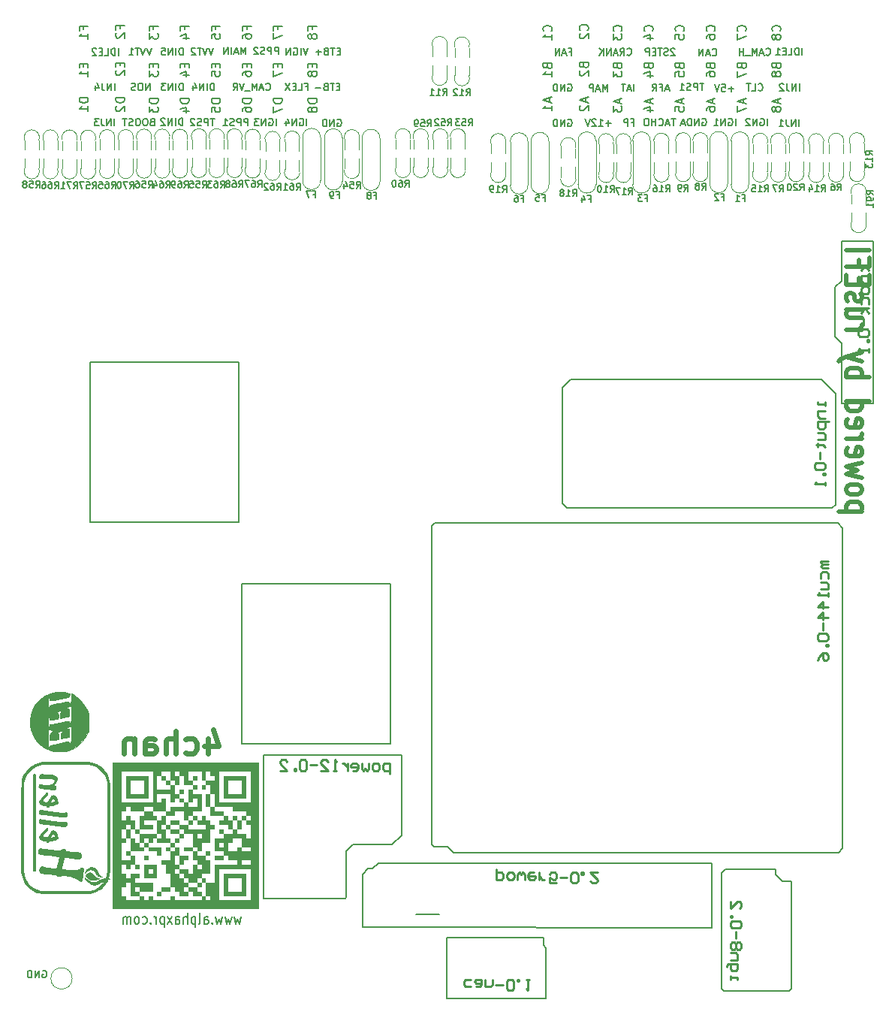
<source format=gbo>
G75*
G70*
%OFA0B0*%
%FSLAX25Y25*%
%IPPOS*%
%LPD*%
%AMOC8*
5,1,8,0,0,1.08239X$1,22.5*
%
%ADD13C,0.02362*%
%ADD59C,0.00787*%
%ADD61C,0.01969*%
%ADD69C,0.00472*%
%ADD78C,0.00669*%
%ADD80C,0.00500*%
%ADD81C,0.00591*%
%ADD82C,0.00390*%
%ADD83C,0.01000*%
%ADD85C,0.00512*%
%ADD86C,0.00010*%
X0000000Y0000000D02*
%LPD*%
G01*
D78*
X0331933Y0388614D02*
X0331933Y0391763D01*
X0328783Y0391613D02*
X0329083Y0391763D01*
X0329533Y0391763D01*
X0329983Y0391613D01*
X0330283Y0391313D01*
X0330433Y0391013D01*
X0330583Y0390413D01*
X0330583Y0389964D01*
X0330433Y0389364D01*
X0330283Y0389064D01*
X0329983Y0388764D01*
X0329533Y0388614D01*
X0329233Y0388614D01*
X0328783Y0388764D01*
X0328633Y0388914D01*
X0328633Y0389964D01*
X0329233Y0389964D01*
X0327284Y0388614D02*
X0327284Y0391763D01*
X0325484Y0388614D01*
X0325484Y0391763D01*
X0324134Y0391463D02*
X0323984Y0391613D01*
X0323684Y0391763D01*
X0322934Y0391763D01*
X0322634Y0391613D01*
X0322484Y0391463D01*
X0322334Y0391163D01*
X0322334Y0390863D01*
X0322484Y0390413D01*
X0324284Y0388614D01*
X0322334Y0388614D01*
X0269608Y0420139D02*
X0269758Y0419989D01*
X0270208Y0419839D01*
X0270508Y0419839D01*
X0270958Y0419989D01*
X0271258Y0420289D01*
X0271408Y0420589D01*
X0271558Y0421189D01*
X0271558Y0421639D01*
X0271408Y0422239D01*
X0271258Y0422539D01*
X0270958Y0422839D01*
X0270508Y0422989D01*
X0270208Y0422989D01*
X0269758Y0422839D01*
X0269608Y0422689D01*
X0266459Y0419839D02*
X0267509Y0421339D01*
X0268258Y0419839D02*
X0268258Y0422989D01*
X0267059Y0422989D01*
X0266759Y0422839D01*
X0266609Y0422689D01*
X0266459Y0422389D01*
X0266459Y0421939D01*
X0266609Y0421639D01*
X0266759Y0421489D01*
X0267059Y0421339D01*
X0268258Y0421339D01*
X0265259Y0420739D02*
X0263759Y0420739D01*
X0265559Y0419839D02*
X0264509Y0422989D01*
X0263459Y0419839D01*
X0262409Y0419839D02*
X0262409Y0422989D01*
X0260609Y0419839D01*
X0260609Y0422989D01*
X0259110Y0419839D02*
X0259110Y0422989D01*
X0257310Y0419839D02*
X0258660Y0421639D01*
X0257310Y0422989D02*
X0259110Y0421189D01*
X0100272Y0420229D02*
X0100272Y0423378D01*
X0099222Y0421129D01*
X0098172Y0423378D01*
X0098172Y0420229D01*
X0096822Y0421129D02*
X0095322Y0421129D01*
X0097122Y0420229D02*
X0096072Y0423378D01*
X0095022Y0420229D01*
X0093973Y0420229D02*
X0093973Y0423378D01*
X0092473Y0420229D02*
X0092473Y0423378D01*
X0090673Y0420229D01*
X0090673Y0423378D01*
X0142210Y0421682D02*
X0141160Y0421682D01*
X0140711Y0420032D02*
X0142210Y0420032D01*
X0142210Y0423181D01*
X0140711Y0423181D01*
X0139811Y0423181D02*
X0138011Y0423181D01*
X0138911Y0420032D02*
X0138911Y0423181D01*
X0135911Y0421682D02*
X0135461Y0421532D01*
X0135311Y0421382D01*
X0135161Y0421082D01*
X0135161Y0420632D01*
X0135311Y0420332D01*
X0135461Y0420182D01*
X0135761Y0420032D01*
X0136961Y0420032D01*
X0136961Y0423181D01*
X0135911Y0423181D01*
X0135611Y0423031D01*
X0135461Y0422882D01*
X0135311Y0422582D01*
X0135311Y0422282D01*
X0135461Y0421982D01*
X0135611Y0421832D01*
X0135911Y0421682D01*
X0136961Y0421682D01*
X0133811Y0421232D02*
X0131412Y0421232D01*
X0132612Y0420032D02*
X0132612Y0422432D01*
X0347269Y0419976D02*
X0347269Y0423126D01*
X0345769Y0419976D02*
X0345769Y0423126D01*
X0345019Y0423126D01*
X0344569Y0422976D01*
X0344269Y0422676D01*
X0344119Y0422376D01*
X0343969Y0421776D01*
X0343969Y0421326D01*
X0344119Y0420726D01*
X0344269Y0420426D01*
X0344569Y0420126D01*
X0345019Y0419976D01*
X0345769Y0419976D01*
X0341119Y0419976D02*
X0342619Y0419976D01*
X0342619Y0423126D01*
X0340070Y0421626D02*
X0339020Y0421626D01*
X0338570Y0419976D02*
X0340070Y0419976D01*
X0340070Y0423126D01*
X0338570Y0423126D01*
X0335570Y0419976D02*
X0337370Y0419976D01*
X0336470Y0419976D02*
X0336470Y0423126D01*
X0336770Y0422676D01*
X0337070Y0422376D01*
X0337370Y0422226D01*
D59*
X0098191Y0037627D02*
X0097441Y0034477D01*
X0096691Y0036727D01*
X0095941Y0034477D01*
X0095191Y0037627D01*
X0094066Y0037627D02*
X0093316Y0034477D01*
X0092567Y0036727D01*
X0091817Y0034477D01*
X0091067Y0037627D01*
X0089942Y0037627D02*
X0089192Y0034477D01*
X0088442Y0036727D01*
X0087692Y0034477D01*
X0086942Y0037627D01*
X0085442Y0034927D02*
X0085255Y0034702D01*
X0085442Y0034477D01*
X0085630Y0034702D01*
X0085442Y0034927D01*
X0085442Y0034477D01*
X0081880Y0034477D02*
X0081880Y0036952D01*
X0082068Y0037402D01*
X0082443Y0037627D01*
X0083193Y0037627D01*
X0083568Y0037402D01*
X0081880Y0034702D02*
X0082255Y0034477D01*
X0083193Y0034477D01*
X0083568Y0034702D01*
X0083755Y0035152D01*
X0083755Y0035602D01*
X0083568Y0036052D01*
X0083193Y0036277D01*
X0082255Y0036277D01*
X0081880Y0036502D01*
X0079443Y0034477D02*
X0079818Y0034702D01*
X0080006Y0035152D01*
X0080006Y0039201D01*
X0077943Y0037627D02*
X0077943Y0032902D01*
X0077943Y0037402D02*
X0077568Y0037627D01*
X0076819Y0037627D01*
X0076444Y0037402D01*
X0076256Y0037177D01*
X0076069Y0036727D01*
X0076069Y0035377D01*
X0076256Y0034927D01*
X0076444Y0034702D01*
X0076819Y0034477D01*
X0077568Y0034477D01*
X0077943Y0034702D01*
X0074381Y0034477D02*
X0074381Y0039201D01*
X0072694Y0034477D02*
X0072694Y0036952D01*
X0072882Y0037402D01*
X0073256Y0037627D01*
X0073819Y0037627D01*
X0074194Y0037402D01*
X0074381Y0037177D01*
X0069132Y0034477D02*
X0069132Y0036952D01*
X0069319Y0037402D01*
X0069694Y0037627D01*
X0070444Y0037627D01*
X0070819Y0037402D01*
X0069132Y0034702D02*
X0069507Y0034477D01*
X0070444Y0034477D01*
X0070819Y0034702D01*
X0071007Y0035152D01*
X0071007Y0035602D01*
X0070819Y0036052D01*
X0070444Y0036277D01*
X0069507Y0036277D01*
X0069132Y0036502D01*
X0067632Y0034477D02*
X0065570Y0037627D01*
X0067632Y0037627D02*
X0065570Y0034477D01*
X0064070Y0037627D02*
X0064070Y0032902D01*
X0064070Y0037402D02*
X0063695Y0037627D01*
X0062945Y0037627D01*
X0062570Y0037402D01*
X0062383Y0037177D01*
X0062195Y0036727D01*
X0062195Y0035377D01*
X0062383Y0034927D01*
X0062570Y0034702D01*
X0062945Y0034477D01*
X0063695Y0034477D01*
X0064070Y0034702D01*
X0060508Y0034477D02*
X0060508Y0037627D01*
X0060508Y0036727D02*
X0060321Y0037177D01*
X0060133Y0037402D01*
X0059758Y0037627D01*
X0059383Y0037627D01*
X0058071Y0034927D02*
X0057883Y0034702D01*
X0058071Y0034477D01*
X0058258Y0034702D01*
X0058071Y0034927D01*
X0058071Y0034477D01*
X0054509Y0034702D02*
X0054884Y0034477D01*
X0055634Y0034477D01*
X0056009Y0034702D01*
X0056196Y0034927D01*
X0056384Y0035377D01*
X0056384Y0036727D01*
X0056196Y0037177D01*
X0056009Y0037402D01*
X0055634Y0037627D01*
X0054884Y0037627D01*
X0054509Y0037402D01*
X0052259Y0034477D02*
X0052634Y0034702D01*
X0052822Y0034927D01*
X0053009Y0035377D01*
X0053009Y0036727D01*
X0052822Y0037177D01*
X0052634Y0037402D01*
X0052259Y0037627D01*
X0051697Y0037627D01*
X0051322Y0037402D01*
X0051134Y0037177D01*
X0050947Y0036727D01*
X0050947Y0035377D01*
X0051134Y0034927D01*
X0051322Y0034702D01*
X0051697Y0034477D01*
X0052259Y0034477D01*
X0049259Y0034477D02*
X0049259Y0037627D01*
X0049259Y0037177D02*
X0049072Y0037402D01*
X0048697Y0037627D01*
X0048135Y0037627D01*
X0047760Y0037402D01*
X0047572Y0036952D01*
X0047572Y0034477D01*
X0047572Y0036952D02*
X0047385Y0037402D01*
X0047010Y0037627D01*
X0046447Y0037627D01*
X0046072Y0037402D01*
X0045885Y0036952D01*
X0045885Y0034477D01*
D78*
X0058446Y0423181D02*
X0057396Y0420032D01*
X0056346Y0423181D01*
X0055746Y0423181D02*
X0054696Y0420032D01*
X0053646Y0423181D01*
X0053046Y0423181D02*
X0051247Y0423181D01*
X0052147Y0420032D02*
X0052147Y0423181D01*
X0048547Y0420032D02*
X0050347Y0420032D01*
X0049447Y0420032D02*
X0049447Y0423181D01*
X0049747Y0422732D01*
X0050047Y0422432D01*
X0050347Y0422282D01*
X0072244Y0388733D02*
X0072244Y0391882D01*
X0071494Y0391882D01*
X0071044Y0391732D01*
X0070744Y0391432D01*
X0070594Y0391132D01*
X0070444Y0390532D01*
X0070444Y0390082D01*
X0070594Y0389483D01*
X0070744Y0389183D01*
X0071044Y0388883D01*
X0071494Y0388733D01*
X0072244Y0388733D01*
X0069094Y0388733D02*
X0069094Y0391882D01*
X0067595Y0388733D02*
X0067595Y0391882D01*
X0065795Y0388733D01*
X0065795Y0391882D01*
X0064445Y0391582D02*
X0064295Y0391732D01*
X0063995Y0391882D01*
X0063245Y0391882D01*
X0062945Y0391732D01*
X0062795Y0391582D01*
X0062645Y0391282D01*
X0062645Y0390982D01*
X0062795Y0390532D01*
X0064595Y0388733D01*
X0062645Y0388733D01*
X0043766Y0419835D02*
X0043766Y0422985D01*
X0042267Y0419835D02*
X0042267Y0422985D01*
X0041517Y0422985D01*
X0041067Y0422835D01*
X0040767Y0422535D01*
X0040617Y0422235D01*
X0040467Y0421635D01*
X0040467Y0421185D01*
X0040617Y0420585D01*
X0040767Y0420285D01*
X0041067Y0419985D01*
X0041517Y0419835D01*
X0042267Y0419835D01*
X0037617Y0419835D02*
X0039117Y0419835D01*
X0039117Y0422985D01*
X0036567Y0421485D02*
X0035517Y0421485D01*
X0035067Y0419835D02*
X0036567Y0419835D01*
X0036567Y0422985D01*
X0035067Y0422985D01*
X0033868Y0422685D02*
X0033718Y0422835D01*
X0033418Y0422985D01*
X0032668Y0422985D01*
X0032368Y0422835D01*
X0032218Y0422685D01*
X0032068Y0422385D01*
X0032068Y0422085D01*
X0032218Y0421635D01*
X0034018Y0419835D01*
X0032068Y0419835D01*
X0127859Y0423181D02*
X0126809Y0420032D01*
X0125759Y0423181D01*
X0124709Y0420032D02*
X0124709Y0423181D01*
X0121560Y0423031D02*
X0121860Y0423181D01*
X0122310Y0423181D01*
X0122760Y0423031D01*
X0123060Y0422732D01*
X0123210Y0422432D01*
X0123360Y0421832D01*
X0123360Y0421382D01*
X0123210Y0420782D01*
X0123060Y0420482D01*
X0122760Y0420182D01*
X0122310Y0420032D01*
X0122010Y0420032D01*
X0121560Y0420182D01*
X0121410Y0420332D01*
X0121410Y0421382D01*
X0122010Y0421382D01*
X0120060Y0420032D02*
X0120060Y0423181D01*
X0118260Y0420032D01*
X0118260Y0423181D01*
X0142013Y0405934D02*
X0140964Y0405934D01*
X0140514Y0404284D02*
X0142013Y0404284D01*
X0142013Y0407433D01*
X0140514Y0407433D01*
X0139614Y0407433D02*
X0137814Y0407433D01*
X0138714Y0404284D02*
X0138714Y0407433D01*
X0135714Y0405934D02*
X0135264Y0405784D01*
X0135114Y0405634D01*
X0134964Y0405334D01*
X0134964Y0404884D01*
X0135114Y0404584D01*
X0135264Y0404434D01*
X0135564Y0404284D01*
X0136764Y0404284D01*
X0136764Y0407433D01*
X0135714Y0407433D01*
X0135414Y0407283D01*
X0135264Y0407133D01*
X0135114Y0406834D01*
X0135114Y0406534D01*
X0135264Y0406234D01*
X0135414Y0406084D01*
X0135714Y0405934D01*
X0136764Y0405934D01*
X0133615Y0405484D02*
X0131215Y0405484D01*
D13*
X0083373Y0116760D02*
X0083373Y0109936D01*
X0085810Y0120660D02*
X0088247Y0113348D01*
X0081910Y0113348D01*
X0073624Y0110424D02*
X0074599Y0109936D01*
X0076549Y0109936D01*
X0077523Y0110424D01*
X0078011Y0110911D01*
X0078498Y0111886D01*
X0078498Y0114811D01*
X0078011Y0115786D01*
X0077523Y0116273D01*
X0076549Y0116760D01*
X0074599Y0116760D01*
X0073624Y0116273D01*
X0069237Y0109936D02*
X0069237Y0120172D01*
X0064850Y0109936D02*
X0064850Y0115298D01*
X0065337Y0116273D01*
X0066312Y0116760D01*
X0067775Y0116760D01*
X0068750Y0116273D01*
X0069237Y0115786D01*
X0055589Y0109936D02*
X0055589Y0115298D01*
X0056076Y0116273D01*
X0057051Y0116760D01*
X0059001Y0116760D01*
X0059976Y0116273D01*
X0055589Y0110424D02*
X0056564Y0109936D01*
X0059001Y0109936D01*
X0059976Y0110424D01*
X0060463Y0111399D01*
X0060463Y0112373D01*
X0059976Y0113348D01*
X0059001Y0113836D01*
X0056564Y0113836D01*
X0055589Y0114323D01*
X0050714Y0116760D02*
X0050714Y0109936D01*
X0050714Y0115786D02*
X0050227Y0116273D01*
X0049252Y0116760D01*
X0047790Y0116760D01*
X0046815Y0116273D01*
X0046327Y0115298D01*
X0046327Y0109936D01*
D78*
X0126781Y0405934D02*
X0127831Y0405934D01*
X0127831Y0404284D02*
X0127831Y0407433D01*
X0126331Y0407433D01*
X0123631Y0404284D02*
X0125131Y0404284D01*
X0125131Y0407433D01*
X0122582Y0405934D02*
X0121532Y0405934D01*
X0121082Y0404284D02*
X0122582Y0404284D01*
X0122582Y0407433D01*
X0121082Y0407433D01*
X0120032Y0407433D02*
X0117932Y0404284D01*
X0117932Y0407433D02*
X0120032Y0404284D01*
X0109252Y0404584D02*
X0109402Y0404434D01*
X0109852Y0404284D01*
X0110152Y0404284D01*
X0110602Y0404434D01*
X0110902Y0404734D01*
X0111052Y0405034D01*
X0111202Y0405634D01*
X0111202Y0406084D01*
X0111052Y0406684D01*
X0110902Y0406984D01*
X0110602Y0407283D01*
X0110152Y0407433D01*
X0109852Y0407433D01*
X0109402Y0407283D01*
X0109252Y0407133D01*
X0108052Y0405184D02*
X0106552Y0405184D01*
X0108352Y0404284D02*
X0107302Y0407433D01*
X0106252Y0404284D01*
X0105202Y0404284D02*
X0105202Y0407433D01*
X0104153Y0405184D01*
X0103103Y0407433D01*
X0103103Y0404284D01*
X0102353Y0403984D02*
X0099953Y0403984D01*
X0099653Y0407433D02*
X0098603Y0404284D01*
X0097553Y0407433D01*
X0094704Y0404284D02*
X0095754Y0405784D01*
X0096504Y0404284D02*
X0096504Y0407433D01*
X0095304Y0407433D01*
X0095004Y0407283D01*
X0094854Y0407133D01*
X0094704Y0406834D01*
X0094704Y0406384D01*
X0094854Y0406084D01*
X0095004Y0405934D01*
X0095304Y0405784D01*
X0096504Y0405784D01*
X0058727Y0390186D02*
X0058277Y0390036D01*
X0058127Y0389886D01*
X0057977Y0389586D01*
X0057977Y0389136D01*
X0058127Y0388836D01*
X0058277Y0388686D01*
X0058577Y0388536D01*
X0059777Y0388536D01*
X0059777Y0391685D01*
X0058727Y0391685D01*
X0058427Y0391535D01*
X0058277Y0391385D01*
X0058127Y0391085D01*
X0058127Y0390786D01*
X0058277Y0390486D01*
X0058427Y0390336D01*
X0058727Y0390186D01*
X0059777Y0390186D01*
X0056027Y0391685D02*
X0055427Y0391685D01*
X0055127Y0391535D01*
X0054828Y0391235D01*
X0054678Y0390636D01*
X0054678Y0389586D01*
X0054828Y0388986D01*
X0055127Y0388686D01*
X0055427Y0388536D01*
X0056027Y0388536D01*
X0056327Y0388686D01*
X0056627Y0388986D01*
X0056777Y0389586D01*
X0056777Y0390636D01*
X0056627Y0391235D01*
X0056327Y0391535D01*
X0056027Y0391685D01*
X0052728Y0391685D02*
X0052128Y0391685D01*
X0051828Y0391535D01*
X0051528Y0391235D01*
X0051378Y0390636D01*
X0051378Y0389586D01*
X0051528Y0388986D01*
X0051828Y0388686D01*
X0052128Y0388536D01*
X0052728Y0388536D01*
X0053028Y0388686D01*
X0053328Y0388986D01*
X0053478Y0389586D01*
X0053478Y0390636D01*
X0053328Y0391235D01*
X0053028Y0391535D01*
X0052728Y0391685D01*
X0050178Y0388686D02*
X0049728Y0388536D01*
X0048978Y0388536D01*
X0048678Y0388686D01*
X0048528Y0388836D01*
X0048378Y0389136D01*
X0048378Y0389436D01*
X0048528Y0389736D01*
X0048678Y0389886D01*
X0048978Y0390036D01*
X0049578Y0390186D01*
X0049878Y0390336D01*
X0050028Y0390486D01*
X0050178Y0390786D01*
X0050178Y0391085D01*
X0050028Y0391385D01*
X0049878Y0391535D01*
X0049578Y0391685D01*
X0048828Y0391685D01*
X0048378Y0391535D01*
X0047478Y0391685D02*
X0045679Y0391685D01*
X0046579Y0388536D02*
X0046579Y0391685D01*
X0140982Y0391339D02*
X0141282Y0391489D01*
X0141732Y0391489D01*
X0142182Y0391339D01*
X0142482Y0391039D01*
X0142632Y0390739D01*
X0142782Y0390139D01*
X0142782Y0389689D01*
X0142632Y0389089D01*
X0142482Y0388789D01*
X0142182Y0388489D01*
X0141732Y0388339D01*
X0141432Y0388339D01*
X0140982Y0388489D01*
X0140832Y0388639D01*
X0140832Y0389689D01*
X0141432Y0389689D01*
X0139483Y0388339D02*
X0139483Y0391489D01*
X0137683Y0388339D01*
X0137683Y0391489D01*
X0136183Y0388339D02*
X0136183Y0391489D01*
X0135433Y0391489D01*
X0134983Y0391339D01*
X0134683Y0391039D01*
X0134533Y0390739D01*
X0134383Y0390139D01*
X0134383Y0389689D01*
X0134533Y0389089D01*
X0134683Y0388789D01*
X0134983Y0388489D01*
X0135433Y0388339D01*
X0136183Y0388339D01*
D61*
X0373847Y0217515D02*
X0363611Y0217515D01*
X0373360Y0217515D02*
X0373847Y0218340D01*
X0373847Y0219990D01*
X0373360Y0220815D01*
X0372872Y0221227D01*
X0371897Y0221639D01*
X0368973Y0221639D01*
X0367998Y0221227D01*
X0367510Y0220815D01*
X0367023Y0219990D01*
X0367023Y0218340D01*
X0367510Y0217515D01*
X0367023Y0226589D02*
X0367510Y0225764D01*
X0367998Y0225352D01*
X0368973Y0224939D01*
X0371897Y0224939D01*
X0372872Y0225352D01*
X0373360Y0225764D01*
X0373847Y0226589D01*
X0373847Y0227826D01*
X0373360Y0228651D01*
X0372872Y0229064D01*
X0371897Y0229476D01*
X0368973Y0229476D01*
X0367998Y0229064D01*
X0367510Y0228651D01*
X0367023Y0227826D01*
X0367023Y0226589D01*
X0373847Y0232363D02*
X0367023Y0234013D01*
X0371897Y0235663D01*
X0367023Y0237313D01*
X0373847Y0238962D01*
X0367510Y0245561D02*
X0367023Y0244737D01*
X0367023Y0243087D01*
X0367510Y0242262D01*
X0368485Y0241849D01*
X0372385Y0241849D01*
X0373360Y0242262D01*
X0373847Y0243087D01*
X0373847Y0244737D01*
X0373360Y0245561D01*
X0372385Y0245974D01*
X0371410Y0245974D01*
X0370435Y0241849D01*
X0367023Y0249686D02*
X0373847Y0249686D01*
X0371897Y0249686D02*
X0372872Y0250098D01*
X0373360Y0250511D01*
X0373847Y0251336D01*
X0373847Y0252161D01*
X0367510Y0258347D02*
X0367023Y0257522D01*
X0367023Y0255873D01*
X0367510Y0255048D01*
X0368485Y0254635D01*
X0372385Y0254635D01*
X0373360Y0255048D01*
X0373847Y0255873D01*
X0373847Y0257522D01*
X0373360Y0258347D01*
X0372385Y0258760D01*
X0371410Y0258760D01*
X0370435Y0254635D01*
X0367023Y0266184D02*
X0377259Y0266184D01*
X0367510Y0266184D02*
X0367023Y0265359D01*
X0367023Y0263709D01*
X0367510Y0262884D01*
X0367998Y0262472D01*
X0368973Y0262059D01*
X0371897Y0262059D01*
X0372872Y0262472D01*
X0373360Y0262884D01*
X0373847Y0263709D01*
X0373847Y0265359D01*
X0373360Y0266184D01*
X0367023Y0276908D02*
X0377259Y0276908D01*
X0373360Y0276908D02*
X0373847Y0277732D01*
X0373847Y0279382D01*
X0373360Y0280207D01*
X0372872Y0280620D01*
X0371897Y0281032D01*
X0368973Y0281032D01*
X0367998Y0280620D01*
X0367510Y0280207D01*
X0367023Y0279382D01*
X0367023Y0277732D01*
X0367510Y0276908D01*
X0373847Y0283919D02*
X0367023Y0285981D01*
X0373847Y0288044D02*
X0367023Y0285981D01*
X0364586Y0285157D01*
X0364098Y0284744D01*
X0363611Y0283919D01*
X0367023Y0297942D02*
X0373847Y0297942D01*
X0371897Y0297942D02*
X0372872Y0298355D01*
X0373360Y0298767D01*
X0373847Y0299592D01*
X0373847Y0300417D01*
X0373847Y0307016D02*
X0367023Y0307016D01*
X0373847Y0303304D02*
X0368485Y0303304D01*
X0367510Y0303717D01*
X0367023Y0304542D01*
X0367023Y0305779D01*
X0367510Y0306604D01*
X0367998Y0307016D01*
X0367510Y0310728D02*
X0367023Y0311553D01*
X0367023Y0313203D01*
X0367510Y0314028D01*
X0368485Y0314440D01*
X0368973Y0314440D01*
X0369948Y0314028D01*
X0370435Y0313203D01*
X0370435Y0311966D01*
X0370922Y0311141D01*
X0371897Y0310728D01*
X0372385Y0310728D01*
X0373360Y0311141D01*
X0373847Y0311966D01*
X0373847Y0313203D01*
X0373360Y0314028D01*
X0372385Y0318152D02*
X0372385Y0321040D01*
X0367023Y0322277D02*
X0367023Y0318152D01*
X0377259Y0318152D01*
X0377259Y0322277D01*
X0372385Y0328876D02*
X0372385Y0325989D01*
X0367023Y0325989D02*
X0377259Y0325989D01*
X0377259Y0330113D01*
X0367023Y0333413D02*
X0377259Y0333413D01*
D78*
X0042145Y0404284D02*
X0042145Y0407433D01*
X0040645Y0404284D02*
X0040645Y0407433D01*
X0038845Y0404284D01*
X0038845Y0407433D01*
X0036445Y0407433D02*
X0036445Y0405184D01*
X0036595Y0404734D01*
X0036895Y0404434D01*
X0037345Y0404284D01*
X0037645Y0404284D01*
X0033596Y0406384D02*
X0033596Y0404284D01*
X0034346Y0407583D02*
X0035096Y0405334D01*
X0033146Y0405334D01*
X0303699Y0407433D02*
X0301900Y0407433D01*
X0302800Y0404284D02*
X0302800Y0407433D01*
X0300850Y0404284D02*
X0300850Y0407433D01*
X0299650Y0407433D01*
X0299350Y0407283D01*
X0299200Y0407133D01*
X0299050Y0406834D01*
X0299050Y0406384D01*
X0299200Y0406084D01*
X0299350Y0405934D01*
X0299650Y0405784D01*
X0300850Y0405784D01*
X0297850Y0404434D02*
X0297400Y0404284D01*
X0296650Y0404284D01*
X0296350Y0404434D01*
X0296200Y0404584D01*
X0296050Y0404884D01*
X0296050Y0405184D01*
X0296200Y0405484D01*
X0296350Y0405634D01*
X0296650Y0405784D01*
X0297250Y0405934D01*
X0297550Y0406084D01*
X0297700Y0406234D01*
X0297850Y0406534D01*
X0297850Y0406834D01*
X0297700Y0407133D01*
X0297550Y0407283D01*
X0297250Y0407433D01*
X0296500Y0407433D01*
X0296050Y0407283D01*
X0293051Y0404284D02*
X0294851Y0404284D01*
X0293951Y0404284D02*
X0293951Y0407433D01*
X0294251Y0406984D01*
X0294551Y0406684D01*
X0294851Y0406534D01*
X0345981Y0388339D02*
X0345981Y0391489D01*
X0344481Y0388339D02*
X0344481Y0391489D01*
X0342682Y0388339D01*
X0342682Y0391489D01*
X0340282Y0391489D02*
X0340282Y0389239D01*
X0340432Y0388789D01*
X0340732Y0388489D01*
X0341182Y0388339D01*
X0341482Y0388339D01*
X0337132Y0388339D02*
X0338932Y0388339D01*
X0338032Y0388339D02*
X0338032Y0391489D01*
X0338332Y0391039D01*
X0338632Y0390739D01*
X0338932Y0390589D01*
X0041948Y0388536D02*
X0041948Y0391685D01*
X0040448Y0388536D02*
X0040448Y0391685D01*
X0038648Y0388536D01*
X0038648Y0391685D01*
X0036249Y0391685D02*
X0036249Y0389436D01*
X0036399Y0388986D01*
X0036699Y0388686D01*
X0037148Y0388536D01*
X0037448Y0388536D01*
X0035049Y0391685D02*
X0033099Y0391685D01*
X0034149Y0390486D01*
X0033699Y0390486D01*
X0033399Y0390336D01*
X0033249Y0390186D01*
X0033099Y0389886D01*
X0033099Y0389136D01*
X0033249Y0388836D01*
X0033399Y0388686D01*
X0033699Y0388536D01*
X0034599Y0388536D01*
X0034899Y0388686D01*
X0035049Y0388836D01*
X0307393Y0419864D02*
X0307543Y0419714D01*
X0307993Y0419564D01*
X0308293Y0419564D01*
X0308743Y0419714D01*
X0309042Y0420014D01*
X0309192Y0420314D01*
X0309342Y0420914D01*
X0309342Y0421364D01*
X0309192Y0421964D01*
X0309042Y0422264D01*
X0308743Y0422564D01*
X0308293Y0422714D01*
X0307993Y0422714D01*
X0307543Y0422564D01*
X0307393Y0422414D01*
X0306193Y0420464D02*
X0304693Y0420464D01*
X0306493Y0419564D02*
X0305443Y0422714D01*
X0304393Y0419564D01*
X0303343Y0419564D02*
X0303343Y0422714D01*
X0301543Y0419564D01*
X0301543Y0422714D01*
X0271603Y0390126D02*
X0272653Y0390126D01*
X0272653Y0388476D02*
X0272653Y0391626D01*
X0271153Y0391626D01*
X0269953Y0388476D02*
X0269953Y0391626D01*
X0268753Y0391626D01*
X0268453Y0391476D01*
X0268303Y0391326D01*
X0268153Y0391026D01*
X0268153Y0390576D01*
X0268303Y0390276D01*
X0268453Y0390126D01*
X0268753Y0389976D01*
X0269953Y0389976D01*
X0127362Y0388536D02*
X0127362Y0391685D01*
X0124213Y0391535D02*
X0124513Y0391685D01*
X0124963Y0391685D01*
X0125412Y0391535D01*
X0125712Y0391235D01*
X0125862Y0390936D01*
X0126012Y0390336D01*
X0126012Y0389886D01*
X0125862Y0389286D01*
X0125712Y0388986D01*
X0125412Y0388686D01*
X0124963Y0388536D01*
X0124663Y0388536D01*
X0124213Y0388686D01*
X0124063Y0388836D01*
X0124063Y0389886D01*
X0124663Y0389886D01*
X0122713Y0388536D02*
X0122713Y0391685D01*
X0120913Y0388536D01*
X0120913Y0391685D01*
X0118063Y0390636D02*
X0118063Y0388536D01*
X0118813Y0391835D02*
X0119563Y0389586D01*
X0117613Y0389586D01*
X0317785Y0388614D02*
X0317785Y0391763D01*
X0314635Y0391613D02*
X0314935Y0391763D01*
X0315385Y0391763D01*
X0315835Y0391613D01*
X0316135Y0391313D01*
X0316285Y0391013D01*
X0316435Y0390413D01*
X0316435Y0389964D01*
X0316285Y0389364D01*
X0316135Y0389064D01*
X0315835Y0388764D01*
X0315385Y0388614D01*
X0315085Y0388614D01*
X0314635Y0388764D01*
X0314485Y0388914D01*
X0314485Y0389964D01*
X0315085Y0389964D01*
X0313135Y0388614D02*
X0313135Y0391763D01*
X0311335Y0388614D01*
X0311335Y0391763D01*
X0308186Y0388614D02*
X0309986Y0388614D01*
X0309086Y0388614D02*
X0309086Y0391763D01*
X0309386Y0391313D01*
X0309686Y0391013D01*
X0309986Y0390863D01*
X0327884Y0404342D02*
X0328034Y0404192D01*
X0328484Y0404042D01*
X0328784Y0404042D01*
X0329234Y0404192D01*
X0329534Y0404492D01*
X0329684Y0404792D01*
X0329834Y0405392D01*
X0329834Y0405842D01*
X0329684Y0406442D01*
X0329534Y0406742D01*
X0329234Y0407042D01*
X0328784Y0407192D01*
X0328484Y0407192D01*
X0328034Y0407042D01*
X0327884Y0406892D01*
X0325035Y0404042D02*
X0326534Y0404042D01*
X0326534Y0407192D01*
X0324435Y0407192D02*
X0322635Y0407192D01*
X0323535Y0404042D02*
X0323535Y0407192D01*
X0243345Y0391339D02*
X0243645Y0391489D01*
X0244094Y0391489D01*
X0244544Y0391339D01*
X0244844Y0391039D01*
X0244994Y0390739D01*
X0245144Y0390139D01*
X0245144Y0389689D01*
X0244994Y0389089D01*
X0244844Y0388789D01*
X0244544Y0388489D01*
X0244094Y0388339D01*
X0243795Y0388339D01*
X0243345Y0388489D01*
X0243195Y0388639D01*
X0243195Y0389689D01*
X0243795Y0389689D01*
X0241845Y0388339D02*
X0241845Y0391489D01*
X0240045Y0388339D01*
X0240045Y0391489D01*
X0238545Y0388339D02*
X0238545Y0391489D01*
X0237795Y0391489D01*
X0237345Y0391339D01*
X0237045Y0391039D01*
X0236895Y0390739D01*
X0236745Y0390139D01*
X0236745Y0389689D01*
X0236895Y0389089D01*
X0237045Y0388789D01*
X0237345Y0388489D01*
X0237795Y0388339D01*
X0238545Y0388339D01*
X0086380Y0391685D02*
X0084580Y0391685D01*
X0085480Y0388536D02*
X0085480Y0391685D01*
X0083530Y0388536D02*
X0083530Y0391685D01*
X0082330Y0391685D01*
X0082030Y0391535D01*
X0081880Y0391385D01*
X0081730Y0391085D01*
X0081730Y0390636D01*
X0081880Y0390336D01*
X0082030Y0390186D01*
X0082330Y0390036D01*
X0083530Y0390036D01*
X0080531Y0388686D02*
X0080081Y0388536D01*
X0079331Y0388536D01*
X0079031Y0388686D01*
X0078881Y0388836D01*
X0078731Y0389136D01*
X0078731Y0389436D01*
X0078881Y0389736D01*
X0079031Y0389886D01*
X0079331Y0390036D01*
X0079931Y0390186D01*
X0080231Y0390336D01*
X0080381Y0390486D01*
X0080531Y0390786D01*
X0080531Y0391085D01*
X0080381Y0391385D01*
X0080231Y0391535D01*
X0079931Y0391685D01*
X0079181Y0391685D01*
X0078731Y0391535D01*
X0077531Y0391385D02*
X0077381Y0391535D01*
X0077081Y0391685D01*
X0076331Y0391685D01*
X0076031Y0391535D01*
X0075881Y0391385D01*
X0075731Y0391085D01*
X0075731Y0390786D01*
X0075881Y0390336D01*
X0077681Y0388536D01*
X0075731Y0388536D01*
X0243345Y0406998D02*
X0243645Y0407148D01*
X0244094Y0407148D01*
X0244544Y0406998D01*
X0244844Y0406698D01*
X0244994Y0406398D01*
X0245144Y0405798D01*
X0245144Y0405348D01*
X0244994Y0404748D01*
X0244844Y0404448D01*
X0244544Y0404148D01*
X0244094Y0403998D01*
X0243795Y0403998D01*
X0243345Y0404148D01*
X0243195Y0404298D01*
X0243195Y0405348D01*
X0243795Y0405348D01*
X0241845Y0403998D02*
X0241845Y0407148D01*
X0240045Y0403998D01*
X0240045Y0407148D01*
X0238545Y0403998D02*
X0238545Y0407148D01*
X0237795Y0407148D01*
X0237345Y0406998D01*
X0237045Y0406698D01*
X0236895Y0406398D01*
X0236745Y0405798D01*
X0236745Y0405348D01*
X0236895Y0404748D01*
X0237045Y0404448D01*
X0237345Y0404148D01*
X0237795Y0403998D01*
X0238545Y0403998D01*
X0101265Y0388536D02*
X0101265Y0391685D01*
X0100066Y0391685D01*
X0099766Y0391535D01*
X0099616Y0391385D01*
X0099466Y0391085D01*
X0099466Y0390636D01*
X0099616Y0390336D01*
X0099766Y0390186D01*
X0100066Y0390036D01*
X0101265Y0390036D01*
X0098116Y0388536D02*
X0098116Y0391685D01*
X0096916Y0391685D01*
X0096616Y0391535D01*
X0096466Y0391385D01*
X0096316Y0391085D01*
X0096316Y0390636D01*
X0096466Y0390336D01*
X0096616Y0390186D01*
X0096916Y0390036D01*
X0098116Y0390036D01*
X0095116Y0388686D02*
X0094666Y0388536D01*
X0093916Y0388536D01*
X0093616Y0388686D01*
X0093466Y0388836D01*
X0093316Y0389136D01*
X0093316Y0389436D01*
X0093466Y0389736D01*
X0093616Y0389886D01*
X0093916Y0390036D01*
X0094516Y0390186D01*
X0094816Y0390336D01*
X0094966Y0390486D01*
X0095116Y0390786D01*
X0095116Y0391085D01*
X0094966Y0391385D01*
X0094816Y0391535D01*
X0094516Y0391685D01*
X0093766Y0391685D01*
X0093316Y0391535D01*
X0090317Y0388536D02*
X0092117Y0388536D01*
X0091217Y0388536D02*
X0091217Y0391685D01*
X0091517Y0391235D01*
X0091817Y0390936D01*
X0092117Y0390786D01*
X0346119Y0404042D02*
X0346119Y0407192D01*
X0344619Y0404042D02*
X0344619Y0407192D01*
X0342819Y0404042D01*
X0342819Y0407192D01*
X0340419Y0407192D02*
X0340419Y0404942D01*
X0340569Y0404492D01*
X0340869Y0404192D01*
X0341319Y0404042D01*
X0341619Y0404042D01*
X0339069Y0406892D02*
X0338919Y0407042D01*
X0338619Y0407192D01*
X0337870Y0407192D01*
X0337570Y0407042D01*
X0337420Y0406892D01*
X0337270Y0406592D01*
X0337270Y0406292D01*
X0337420Y0405842D01*
X0339219Y0404042D01*
X0337270Y0404042D01*
X0086220Y0404284D02*
X0086220Y0407433D01*
X0085471Y0407433D01*
X0085021Y0407283D01*
X0084721Y0406984D01*
X0084571Y0406684D01*
X0084421Y0406084D01*
X0084421Y0405634D01*
X0084571Y0405034D01*
X0084721Y0404734D01*
X0085021Y0404434D01*
X0085471Y0404284D01*
X0086220Y0404284D01*
X0083071Y0404284D02*
X0083071Y0407433D01*
X0081571Y0404284D02*
X0081571Y0407433D01*
X0079771Y0404284D01*
X0079771Y0407433D01*
X0076922Y0406384D02*
X0076922Y0404284D01*
X0077672Y0407583D02*
X0078421Y0405334D01*
X0076472Y0405334D01*
X0288163Y0404805D02*
X0286664Y0404805D01*
X0288463Y0403905D02*
X0287413Y0407054D01*
X0286364Y0403905D01*
X0284264Y0405555D02*
X0285314Y0405555D01*
X0285314Y0403905D02*
X0285314Y0407054D01*
X0283814Y0407054D01*
X0280814Y0403905D02*
X0281864Y0405405D01*
X0282614Y0403905D02*
X0282614Y0407054D01*
X0281414Y0407054D01*
X0281114Y0406905D01*
X0280964Y0406755D01*
X0280814Y0406455D01*
X0280814Y0406005D01*
X0280964Y0405705D01*
X0281114Y0405555D01*
X0281414Y0405405D01*
X0282614Y0405405D01*
X0290813Y0422689D02*
X0290663Y0422839D01*
X0290363Y0422989D01*
X0289613Y0422989D01*
X0289313Y0422839D01*
X0289163Y0422689D01*
X0289014Y0422389D01*
X0289014Y0422089D01*
X0289163Y0421639D01*
X0290963Y0419839D01*
X0289014Y0419839D01*
X0287814Y0419989D02*
X0287364Y0419839D01*
X0286614Y0419839D01*
X0286314Y0419989D01*
X0286164Y0420139D01*
X0286014Y0420439D01*
X0286014Y0420739D01*
X0286164Y0421039D01*
X0286314Y0421189D01*
X0286614Y0421339D01*
X0287214Y0421489D01*
X0287514Y0421639D01*
X0287664Y0421789D01*
X0287814Y0422089D01*
X0287814Y0422389D01*
X0287664Y0422689D01*
X0287514Y0422839D01*
X0287214Y0422989D01*
X0286464Y0422989D01*
X0286014Y0422839D01*
X0285114Y0422989D02*
X0283314Y0422989D01*
X0284214Y0419839D02*
X0284214Y0422989D01*
X0282264Y0421489D02*
X0281214Y0421489D01*
X0280765Y0419839D02*
X0282264Y0419839D01*
X0282264Y0422989D01*
X0280765Y0422989D01*
X0279415Y0419839D02*
X0279415Y0422989D01*
X0278215Y0422989D01*
X0277915Y0422839D01*
X0277765Y0422689D01*
X0277615Y0422389D01*
X0277615Y0421939D01*
X0277765Y0421639D01*
X0277915Y0421489D01*
X0278215Y0421339D01*
X0279415Y0421339D01*
X0331271Y0420139D02*
X0331421Y0419989D01*
X0331871Y0419839D01*
X0332171Y0419839D01*
X0332621Y0419989D01*
X0332921Y0420289D01*
X0333071Y0420589D01*
X0333221Y0421189D01*
X0333221Y0421639D01*
X0333071Y0422239D01*
X0332921Y0422539D01*
X0332621Y0422839D01*
X0332171Y0422989D01*
X0331871Y0422989D01*
X0331421Y0422839D01*
X0331271Y0422689D01*
X0330072Y0420739D02*
X0328572Y0420739D01*
X0330372Y0419839D02*
X0329322Y0422989D01*
X0328272Y0419839D01*
X0327222Y0419839D02*
X0327222Y0422989D01*
X0326172Y0420739D01*
X0325122Y0422989D01*
X0325122Y0419839D01*
X0324372Y0419539D02*
X0321973Y0419539D01*
X0321223Y0419839D02*
X0321223Y0422989D01*
X0321223Y0421489D02*
X0319423Y0421489D01*
X0319423Y0419839D02*
X0319423Y0422989D01*
X0243907Y0421489D02*
X0244957Y0421489D01*
X0244957Y0419839D02*
X0244957Y0422989D01*
X0243457Y0422989D01*
X0242407Y0420739D02*
X0240907Y0420739D01*
X0242707Y0419839D02*
X0241657Y0422989D01*
X0240607Y0419839D01*
X0239557Y0419839D02*
X0239557Y0422989D01*
X0237757Y0419839D01*
X0237757Y0422989D01*
X0113780Y0388536D02*
X0113780Y0391685D01*
X0110630Y0391535D02*
X0110930Y0391685D01*
X0111380Y0391685D01*
X0111830Y0391535D01*
X0112130Y0391235D01*
X0112280Y0390936D01*
X0112430Y0390336D01*
X0112430Y0389886D01*
X0112280Y0389286D01*
X0112130Y0388986D01*
X0111830Y0388686D01*
X0111380Y0388536D01*
X0111080Y0388536D01*
X0110630Y0388686D01*
X0110480Y0388836D01*
X0110480Y0389886D01*
X0111080Y0389886D01*
X0109130Y0388536D02*
X0109130Y0391685D01*
X0107330Y0388536D01*
X0107330Y0391685D01*
X0106130Y0391685D02*
X0104181Y0391685D01*
X0105231Y0390486D01*
X0104781Y0390486D01*
X0104481Y0390336D01*
X0104331Y0390186D01*
X0104181Y0389886D01*
X0104181Y0389136D01*
X0104331Y0388836D01*
X0104481Y0388686D01*
X0104781Y0388536D01*
X0105681Y0388536D01*
X0105980Y0388686D01*
X0106130Y0388836D01*
X0114848Y0420229D02*
X0114848Y0423378D01*
X0113648Y0423378D01*
X0113348Y0423228D01*
X0113198Y0423078D01*
X0113048Y0422778D01*
X0113048Y0422328D01*
X0113198Y0422028D01*
X0113348Y0421879D01*
X0113648Y0421729D01*
X0114848Y0421729D01*
X0111699Y0420229D02*
X0111699Y0423378D01*
X0110499Y0423378D01*
X0110199Y0423228D01*
X0110049Y0423078D01*
X0109899Y0422778D01*
X0109899Y0422328D01*
X0110049Y0422028D01*
X0110199Y0421879D01*
X0110499Y0421729D01*
X0111699Y0421729D01*
X0108699Y0420379D02*
X0108249Y0420229D01*
X0107499Y0420229D01*
X0107199Y0420379D01*
X0107049Y0420529D01*
X0106899Y0420829D01*
X0106899Y0421129D01*
X0107049Y0421429D01*
X0107199Y0421579D01*
X0107499Y0421729D01*
X0108099Y0421879D01*
X0108399Y0422028D01*
X0108549Y0422178D01*
X0108699Y0422478D01*
X0108699Y0422778D01*
X0108549Y0423078D01*
X0108399Y0423228D01*
X0108099Y0423378D01*
X0107349Y0423378D01*
X0106899Y0423228D01*
X0105699Y0423078D02*
X0105549Y0423228D01*
X0105249Y0423378D01*
X0104499Y0423378D01*
X0104199Y0423228D01*
X0104049Y0423078D01*
X0103900Y0422778D01*
X0103900Y0422478D01*
X0104049Y0422028D01*
X0105849Y0420229D01*
X0103900Y0420229D01*
X0010137Y0013622D02*
X0010444Y0013776D01*
X0010906Y0013776D01*
X0011367Y0013622D01*
X0011674Y0013315D01*
X0011828Y0013007D01*
X0011982Y0012392D01*
X0011982Y0011931D01*
X0011828Y0011316D01*
X0011674Y0011009D01*
X0011367Y0010701D01*
X0010906Y0010547D01*
X0010598Y0010547D01*
X0010137Y0010701D01*
X0009983Y0010855D01*
X0009983Y0011931D01*
X0010598Y0011931D01*
X0008600Y0010547D02*
X0008600Y0013776D01*
X0006755Y0010547D01*
X0006755Y0013776D01*
X0005217Y0010547D02*
X0005217Y0013776D01*
X0004449Y0013776D01*
X0003988Y0013622D01*
X0003680Y0013315D01*
X0003526Y0013007D01*
X0003373Y0012392D01*
X0003373Y0011931D01*
X0003526Y0011316D01*
X0003680Y0011009D01*
X0003988Y0010701D01*
X0004449Y0010547D01*
X0005217Y0010547D01*
X0072441Y0404284D02*
X0072441Y0407433D01*
X0071691Y0407433D01*
X0071241Y0407283D01*
X0070941Y0406984D01*
X0070791Y0406684D01*
X0070641Y0406084D01*
X0070641Y0405634D01*
X0070791Y0405034D01*
X0070941Y0404734D01*
X0071241Y0404434D01*
X0071691Y0404284D01*
X0072441Y0404284D01*
X0069291Y0404284D02*
X0069291Y0407433D01*
X0067792Y0404284D02*
X0067792Y0407433D01*
X0065992Y0404284D01*
X0065992Y0407433D01*
X0064792Y0407433D02*
X0062842Y0407433D01*
X0063892Y0406234D01*
X0063442Y0406234D01*
X0063142Y0406084D01*
X0062992Y0405934D01*
X0062842Y0405634D01*
X0062842Y0404884D01*
X0062992Y0404584D01*
X0063142Y0404434D01*
X0063442Y0404284D01*
X0064342Y0404284D01*
X0064642Y0404434D01*
X0064792Y0404584D01*
X0302936Y0391613D02*
X0303236Y0391763D01*
X0303686Y0391763D01*
X0304136Y0391613D01*
X0304436Y0391313D01*
X0304586Y0391013D01*
X0304736Y0390413D01*
X0304736Y0389964D01*
X0304586Y0389364D01*
X0304436Y0389064D01*
X0304136Y0388764D01*
X0303686Y0388614D01*
X0303386Y0388614D01*
X0302936Y0388764D01*
X0302786Y0388914D01*
X0302786Y0389964D01*
X0303386Y0389964D01*
X0301436Y0388614D02*
X0301436Y0391763D01*
X0299637Y0388614D01*
X0299637Y0391763D01*
X0298137Y0388614D02*
X0298137Y0391763D01*
X0297387Y0391763D01*
X0296937Y0391613D01*
X0296637Y0391313D01*
X0296487Y0391013D01*
X0296337Y0390413D01*
X0296337Y0389964D01*
X0296487Y0389364D01*
X0296637Y0389064D01*
X0296937Y0388764D01*
X0297387Y0388614D01*
X0298137Y0388614D01*
X0295137Y0389514D02*
X0293637Y0389514D01*
X0295437Y0388614D02*
X0294387Y0391763D01*
X0293337Y0388614D01*
X0316972Y0404967D02*
X0314573Y0404967D01*
X0315773Y0403768D02*
X0315773Y0406167D01*
X0311573Y0406917D02*
X0313073Y0406917D01*
X0313223Y0405417D01*
X0313073Y0405567D01*
X0312773Y0405717D01*
X0312023Y0405717D01*
X0311723Y0405567D01*
X0311573Y0405417D01*
X0311423Y0405117D01*
X0311423Y0404367D01*
X0311573Y0404067D01*
X0311723Y0403918D01*
X0312023Y0403768D01*
X0312773Y0403768D01*
X0313073Y0403918D01*
X0313223Y0404067D01*
X0310523Y0406917D02*
X0309473Y0403768D01*
X0308423Y0406917D01*
X0057790Y0404284D02*
X0057790Y0407433D01*
X0055990Y0404284D01*
X0055990Y0407433D01*
X0053890Y0407433D02*
X0053290Y0407433D01*
X0052990Y0407283D01*
X0052690Y0406984D01*
X0052540Y0406384D01*
X0052540Y0405334D01*
X0052690Y0404734D01*
X0052990Y0404434D01*
X0053290Y0404284D01*
X0053890Y0404284D01*
X0054190Y0404434D01*
X0054490Y0404734D01*
X0054640Y0405334D01*
X0054640Y0406384D01*
X0054490Y0406984D01*
X0054190Y0407283D01*
X0053890Y0407433D01*
X0051340Y0404434D02*
X0050891Y0404284D01*
X0050141Y0404284D01*
X0049841Y0404434D01*
X0049691Y0404584D01*
X0049541Y0404884D01*
X0049541Y0405184D01*
X0049691Y0405484D01*
X0049841Y0405634D01*
X0050141Y0405784D01*
X0050741Y0405934D01*
X0051040Y0406084D01*
X0051190Y0406234D01*
X0051340Y0406534D01*
X0051340Y0406834D01*
X0051190Y0407133D01*
X0051040Y0407283D01*
X0050741Y0407433D01*
X0049991Y0407433D01*
X0049541Y0407283D01*
X0260853Y0403768D02*
X0260853Y0406917D01*
X0259804Y0404667D01*
X0258754Y0406917D01*
X0258754Y0403768D01*
X0257404Y0404667D02*
X0255904Y0404667D01*
X0257704Y0403768D02*
X0256654Y0406917D01*
X0255604Y0403768D01*
X0254554Y0403768D02*
X0254554Y0406917D01*
X0253354Y0406917D01*
X0253054Y0406767D01*
X0252904Y0406617D01*
X0252754Y0406317D01*
X0252754Y0405867D01*
X0252904Y0405567D01*
X0253054Y0405417D01*
X0253354Y0405267D01*
X0254554Y0405267D01*
X0086005Y0423181D02*
X0084955Y0420032D01*
X0083905Y0423181D01*
X0083305Y0423181D02*
X0082255Y0420032D01*
X0081205Y0423181D01*
X0080606Y0423181D02*
X0078806Y0423181D01*
X0079706Y0420032D02*
X0079706Y0423181D01*
X0077906Y0422882D02*
X0077756Y0423031D01*
X0077456Y0423181D01*
X0076706Y0423181D01*
X0076406Y0423031D01*
X0076256Y0422882D01*
X0076106Y0422582D01*
X0076106Y0422282D01*
X0076256Y0421832D01*
X0078056Y0420032D01*
X0076106Y0420032D01*
X0272615Y0403905D02*
X0272615Y0407054D01*
X0271266Y0404805D02*
X0269766Y0404805D01*
X0271566Y0403905D02*
X0270516Y0407054D01*
X0269466Y0403905D01*
X0268866Y0407054D02*
X0267066Y0407054D01*
X0267966Y0403905D02*
X0267966Y0407054D01*
X0072441Y0420032D02*
X0072441Y0423181D01*
X0071691Y0423181D01*
X0071241Y0423031D01*
X0070941Y0422732D01*
X0070791Y0422432D01*
X0070641Y0421832D01*
X0070641Y0421382D01*
X0070791Y0420782D01*
X0070941Y0420482D01*
X0071241Y0420182D01*
X0071691Y0420032D01*
X0072441Y0420032D01*
X0069291Y0420032D02*
X0069291Y0423181D01*
X0067792Y0420032D02*
X0067792Y0423181D01*
X0065992Y0420032D01*
X0065992Y0423181D01*
X0062992Y0423181D02*
X0064492Y0423181D01*
X0064642Y0421682D01*
X0064492Y0421832D01*
X0064192Y0421982D01*
X0063442Y0421982D01*
X0063142Y0421832D01*
X0062992Y0421682D01*
X0062842Y0421382D01*
X0062842Y0420632D01*
X0062992Y0420332D01*
X0063142Y0420182D01*
X0063442Y0420032D01*
X0064192Y0420032D01*
X0064492Y0420182D01*
X0064642Y0420332D01*
X0262566Y0389676D02*
X0260166Y0389676D01*
X0261366Y0388476D02*
X0261366Y0390876D01*
X0257016Y0388476D02*
X0258816Y0388476D01*
X0257916Y0388476D02*
X0257916Y0391626D01*
X0258216Y0391176D01*
X0258516Y0390876D01*
X0258816Y0390726D01*
X0255816Y0391326D02*
X0255666Y0391476D01*
X0255367Y0391626D01*
X0254617Y0391626D01*
X0254317Y0391476D01*
X0254167Y0391326D01*
X0254017Y0391026D01*
X0254017Y0390726D01*
X0254167Y0390276D01*
X0255966Y0388476D01*
X0254017Y0388476D01*
X0253117Y0391626D02*
X0252067Y0388476D01*
X0251017Y0391626D01*
X0291063Y0391763D02*
X0289264Y0391763D01*
X0290164Y0388614D02*
X0290164Y0391763D01*
X0288364Y0389514D02*
X0286864Y0389514D01*
X0288664Y0388614D02*
X0287614Y0391763D01*
X0286564Y0388614D01*
X0283714Y0388914D02*
X0283864Y0388764D01*
X0284314Y0388614D01*
X0284614Y0388614D01*
X0285064Y0388764D01*
X0285364Y0389064D01*
X0285514Y0389364D01*
X0285664Y0389964D01*
X0285664Y0390413D01*
X0285514Y0391013D01*
X0285364Y0391313D01*
X0285064Y0391613D01*
X0284614Y0391763D01*
X0284314Y0391763D01*
X0283864Y0391613D01*
X0283714Y0391463D01*
X0282365Y0388614D02*
X0282365Y0391763D01*
X0282365Y0390263D02*
X0280565Y0390263D01*
X0280565Y0388614D02*
X0280565Y0391763D01*
X0278465Y0391763D02*
X0277865Y0391763D01*
X0277565Y0391613D01*
X0277265Y0391313D01*
X0277115Y0390713D01*
X0277115Y0389664D01*
X0277265Y0389064D01*
X0277565Y0388764D01*
X0277865Y0388614D01*
X0278465Y0388614D01*
X0278765Y0388764D01*
X0279065Y0389064D01*
X0279215Y0389664D01*
X0279215Y0390713D01*
X0279065Y0391313D01*
X0278765Y0391613D01*
X0278465Y0391763D01*
D85*
X0302780Y0360171D02*
X0303764Y0361577D01*
X0304467Y0360171D02*
X0304467Y0363124D01*
X0303342Y0363124D01*
X0303061Y0362983D01*
X0302920Y0362843D01*
X0302780Y0362561D01*
X0302780Y0362139D01*
X0302920Y0361858D01*
X0303061Y0361718D01*
X0303342Y0361577D01*
X0304467Y0361577D01*
X0301092Y0361858D02*
X0301374Y0361999D01*
X0301514Y0362139D01*
X0301655Y0362421D01*
X0301655Y0362561D01*
X0301514Y0362843D01*
X0301374Y0362983D01*
X0301092Y0363124D01*
X0300530Y0363124D01*
X0300249Y0362983D01*
X0300108Y0362843D01*
X0299968Y0362561D01*
X0299968Y0362421D01*
X0300108Y0362139D01*
X0300249Y0361999D01*
X0300530Y0361858D01*
X0301092Y0361858D01*
X0301374Y0361718D01*
X0301514Y0361577D01*
X0301655Y0361296D01*
X0301655Y0360733D01*
X0301514Y0360452D01*
X0301374Y0360312D01*
X0301092Y0360171D01*
X0300530Y0360171D01*
X0300249Y0360312D01*
X0300108Y0360452D01*
X0299968Y0360733D01*
X0299968Y0361296D01*
X0300108Y0361577D01*
X0300249Y0361718D01*
X0300530Y0361858D01*
D80*
X0180866Y0388210D02*
X0181866Y0389638D01*
X0182580Y0388210D02*
X0182580Y0391210D01*
X0181437Y0391210D01*
X0181151Y0391067D01*
X0181008Y0390924D01*
X0180866Y0390638D01*
X0180866Y0390210D01*
X0181008Y0389924D01*
X0181151Y0389781D01*
X0181437Y0389638D01*
X0182580Y0389638D01*
X0178151Y0391210D02*
X0179580Y0391210D01*
X0179723Y0389781D01*
X0179580Y0389924D01*
X0179294Y0390067D01*
X0178580Y0390067D01*
X0178294Y0389924D01*
X0178151Y0389781D01*
X0178008Y0389496D01*
X0178008Y0388781D01*
X0178151Y0388496D01*
X0178294Y0388353D01*
X0178580Y0388210D01*
X0179294Y0388210D01*
X0179580Y0388353D01*
X0179723Y0388496D01*
X0176580Y0388210D02*
X0176008Y0388210D01*
X0175723Y0388353D01*
X0175580Y0388496D01*
X0175294Y0388924D01*
X0175151Y0389496D01*
X0175151Y0390638D01*
X0175294Y0390924D01*
X0175437Y0391067D01*
X0175723Y0391210D01*
X0176294Y0391210D01*
X0176580Y0391067D01*
X0176723Y0390924D01*
X0176866Y0390638D01*
X0176866Y0389924D01*
X0176723Y0389638D01*
X0176580Y0389496D01*
X0176294Y0389353D01*
X0175723Y0389353D01*
X0175437Y0389496D01*
X0175294Y0389638D01*
X0175151Y0389924D01*
X0294988Y0359470D02*
X0295988Y0360898D01*
X0296702Y0359470D02*
X0296702Y0362470D01*
X0295560Y0362470D01*
X0295274Y0362327D01*
X0295131Y0362184D01*
X0294988Y0361898D01*
X0294988Y0361470D01*
X0295131Y0361184D01*
X0295274Y0361041D01*
X0295560Y0360898D01*
X0296702Y0360898D01*
X0293560Y0359470D02*
X0292988Y0359470D01*
X0292702Y0359612D01*
X0292560Y0359755D01*
X0292274Y0360184D01*
X0292131Y0360755D01*
X0292131Y0361898D01*
X0292274Y0362184D01*
X0292417Y0362327D01*
X0292702Y0362470D01*
X0293274Y0362470D01*
X0293560Y0362327D01*
X0293702Y0362184D01*
X0293845Y0361898D01*
X0293845Y0361184D01*
X0293702Y0360898D01*
X0293560Y0360755D01*
X0293274Y0360612D01*
X0292702Y0360612D01*
X0292417Y0360755D01*
X0292274Y0360898D01*
X0292131Y0361184D01*
X0097204Y0361241D02*
X0098204Y0362670D01*
X0098918Y0361241D02*
X0098918Y0364241D01*
X0097776Y0364241D01*
X0097490Y0364098D01*
X0097347Y0363956D01*
X0097204Y0363670D01*
X0097204Y0363241D01*
X0097347Y0362956D01*
X0097490Y0362813D01*
X0097776Y0362670D01*
X0098918Y0362670D01*
X0094633Y0364241D02*
X0095204Y0364241D01*
X0095490Y0364098D01*
X0095633Y0363956D01*
X0095918Y0363527D01*
X0096061Y0362956D01*
X0096061Y0361813D01*
X0095918Y0361527D01*
X0095776Y0361384D01*
X0095490Y0361241D01*
X0094918Y0361241D01*
X0094633Y0361384D01*
X0094490Y0361527D01*
X0094347Y0361813D01*
X0094347Y0362527D01*
X0094490Y0362813D01*
X0094633Y0362956D01*
X0094918Y0363098D01*
X0095490Y0363098D01*
X0095776Y0362956D01*
X0095918Y0362813D01*
X0096061Y0362527D01*
X0092633Y0362956D02*
X0092918Y0363098D01*
X0093061Y0363241D01*
X0093204Y0363527D01*
X0093204Y0363670D01*
X0093061Y0363956D01*
X0092918Y0364098D01*
X0092633Y0364241D01*
X0092061Y0364241D01*
X0091776Y0364098D01*
X0091633Y0363956D01*
X0091490Y0363670D01*
X0091490Y0363527D01*
X0091633Y0363241D01*
X0091776Y0363098D01*
X0092061Y0362956D01*
X0092633Y0362956D01*
X0092918Y0362813D01*
X0093061Y0362670D01*
X0093204Y0362384D01*
X0093204Y0361813D01*
X0093061Y0361527D01*
X0092918Y0361384D01*
X0092633Y0361241D01*
X0092061Y0361241D01*
X0091776Y0361384D01*
X0091633Y0361527D01*
X0091490Y0361813D01*
X0091490Y0362384D01*
X0091633Y0362670D01*
X0091776Y0362813D01*
X0092061Y0362956D01*
X0252378Y0356120D02*
X0253378Y0356120D01*
X0253378Y0354548D02*
X0253378Y0357548D01*
X0251949Y0357548D01*
X0249521Y0356548D02*
X0249521Y0354548D01*
X0250235Y0357691D02*
X0250949Y0355548D01*
X0249092Y0355548D01*
X0378916Y0358110D02*
X0377488Y0359110D01*
X0378916Y0359824D02*
X0375916Y0359824D01*
X0375916Y0358681D01*
X0376059Y0358395D01*
X0376202Y0358253D01*
X0376488Y0358110D01*
X0376916Y0358110D01*
X0377202Y0358253D01*
X0377345Y0358395D01*
X0377488Y0358681D01*
X0377488Y0359824D01*
X0378916Y0356681D02*
X0378916Y0356110D01*
X0378773Y0355824D01*
X0378630Y0355681D01*
X0378202Y0355395D01*
X0377630Y0355253D01*
X0376488Y0355253D01*
X0376202Y0355395D01*
X0376059Y0355538D01*
X0375916Y0355824D01*
X0375916Y0356395D01*
X0376059Y0356681D01*
X0376202Y0356824D01*
X0376488Y0356967D01*
X0377202Y0356967D01*
X0377488Y0356824D01*
X0377630Y0356681D01*
X0377773Y0356395D01*
X0377773Y0355824D01*
X0377630Y0355538D01*
X0377488Y0355395D01*
X0377202Y0355253D01*
X0378916Y0352395D02*
X0378916Y0354110D01*
X0378916Y0353253D02*
X0375916Y0353253D01*
X0376345Y0353538D01*
X0376630Y0353824D01*
X0376773Y0354110D01*
D81*
X0129837Y0431234D02*
X0129837Y0432546D01*
X0131899Y0432546D02*
X0127962Y0432546D01*
X0127962Y0430671D01*
X0129649Y0428609D02*
X0129462Y0428984D01*
X0129274Y0429171D01*
X0128900Y0429359D01*
X0128712Y0429359D01*
X0128337Y0429171D01*
X0128150Y0428984D01*
X0127962Y0428609D01*
X0127962Y0427859D01*
X0128150Y0427484D01*
X0128337Y0427297D01*
X0128712Y0427109D01*
X0128900Y0427109D01*
X0129274Y0427297D01*
X0129462Y0427484D01*
X0129649Y0427859D01*
X0129649Y0428609D01*
X0129837Y0428984D01*
X0130024Y0429171D01*
X0130399Y0429359D01*
X0131149Y0429359D01*
X0131524Y0429171D01*
X0131712Y0428984D01*
X0131899Y0428609D01*
X0131899Y0427859D01*
X0131712Y0427484D01*
X0131524Y0427297D01*
X0131149Y0427109D01*
X0130399Y0427109D01*
X0130024Y0427297D01*
X0129837Y0427484D01*
X0129649Y0427859D01*
X0116545Y0400544D02*
X0112608Y0400544D01*
X0112608Y0399606D01*
X0112795Y0399044D01*
X0113170Y0398669D01*
X0113545Y0398481D01*
X0114295Y0398294D01*
X0114858Y0398294D01*
X0115607Y0398481D01*
X0115982Y0398669D01*
X0116357Y0399044D01*
X0116545Y0399606D01*
X0116545Y0400544D01*
X0112608Y0396982D02*
X0112608Y0394357D01*
X0116545Y0396044D01*
X0028262Y0431234D02*
X0028262Y0432546D01*
X0030324Y0432546D02*
X0026387Y0432546D01*
X0026387Y0430671D01*
X0030324Y0427109D02*
X0030324Y0429359D01*
X0030324Y0428234D02*
X0026387Y0428234D01*
X0026950Y0428609D01*
X0027325Y0428984D01*
X0027512Y0429359D01*
X0086924Y0416104D02*
X0086924Y0414792D01*
X0088986Y0414229D02*
X0088986Y0416104D01*
X0085049Y0416104D01*
X0085049Y0414229D01*
X0085049Y0410667D02*
X0085049Y0412542D01*
X0086924Y0412730D01*
X0086736Y0412542D01*
X0086549Y0412167D01*
X0086549Y0411230D01*
X0086736Y0410855D01*
X0086924Y0410667D01*
X0087298Y0410480D01*
X0088236Y0410480D01*
X0088611Y0410667D01*
X0088798Y0410855D01*
X0088986Y0411230D01*
X0088986Y0412167D01*
X0088798Y0412542D01*
X0088611Y0412730D01*
X0059364Y0416104D02*
X0059364Y0414792D01*
X0061427Y0414229D02*
X0061427Y0416104D01*
X0057490Y0416104D01*
X0057490Y0414229D01*
X0057490Y0412917D02*
X0057490Y0410480D01*
X0058990Y0411792D01*
X0058990Y0411230D01*
X0059177Y0410855D01*
X0059364Y0410667D01*
X0059739Y0410480D01*
X0060677Y0410480D01*
X0061052Y0410667D01*
X0061239Y0410855D01*
X0061427Y0411230D01*
X0061427Y0412355D01*
X0061239Y0412730D01*
X0061052Y0412917D01*
X0073144Y0431234D02*
X0073144Y0432546D01*
X0075206Y0432546D02*
X0071269Y0432546D01*
X0071269Y0430671D01*
X0072582Y0427484D02*
X0075206Y0427484D01*
X0071082Y0428421D02*
X0073894Y0429359D01*
X0073894Y0426922D01*
X0044404Y0416498D02*
X0044404Y0415186D01*
X0046466Y0414623D02*
X0046466Y0416498D01*
X0042529Y0416498D01*
X0042529Y0414623D01*
X0042904Y0413123D02*
X0042717Y0412936D01*
X0042529Y0412561D01*
X0042529Y0411624D01*
X0042717Y0411249D01*
X0042904Y0411061D01*
X0043279Y0410874D01*
X0043654Y0410874D01*
X0044216Y0411061D01*
X0046466Y0413311D01*
X0046466Y0410874D01*
X0114483Y0431234D02*
X0114483Y0432546D01*
X0116545Y0432546D02*
X0112608Y0432546D01*
X0112608Y0430671D01*
X0112608Y0429546D02*
X0112608Y0426922D01*
X0116545Y0428609D01*
X0030324Y0400937D02*
X0026387Y0400937D01*
X0026387Y0400000D01*
X0026575Y0399438D01*
X0026950Y0399063D01*
X0027325Y0398875D01*
X0028075Y0398688D01*
X0028637Y0398688D01*
X0029387Y0398875D01*
X0029762Y0399063D01*
X0030137Y0399438D01*
X0030324Y0400000D01*
X0030324Y0400937D01*
X0030324Y0394938D02*
X0030324Y0397188D01*
X0030324Y0396063D02*
X0026387Y0396063D01*
X0026950Y0396438D01*
X0027325Y0396813D01*
X0027512Y0397188D01*
X0088986Y0400544D02*
X0085049Y0400544D01*
X0085049Y0399606D01*
X0085236Y0399044D01*
X0085611Y0398669D01*
X0085986Y0398481D01*
X0086736Y0398294D01*
X0087298Y0398294D01*
X0088048Y0398481D01*
X0088423Y0398669D01*
X0088798Y0399044D01*
X0088986Y0399606D01*
X0088986Y0400544D01*
X0085049Y0394732D02*
X0085049Y0396607D01*
X0086924Y0396794D01*
X0086736Y0396607D01*
X0086549Y0396232D01*
X0086549Y0395294D01*
X0086736Y0394919D01*
X0086924Y0394732D01*
X0087298Y0394544D01*
X0088236Y0394544D01*
X0088611Y0394732D01*
X0088798Y0394919D01*
X0088986Y0395294D01*
X0088986Y0396232D01*
X0088798Y0396607D01*
X0088611Y0396794D01*
X0073144Y0416104D02*
X0073144Y0414792D01*
X0075206Y0414229D02*
X0075206Y0416104D01*
X0071269Y0416104D01*
X0071269Y0414229D01*
X0072582Y0410855D02*
X0075206Y0410855D01*
X0071082Y0411792D02*
X0073894Y0412730D01*
X0073894Y0410292D01*
X0075206Y0400544D02*
X0071269Y0400544D01*
X0071269Y0399606D01*
X0071457Y0399044D01*
X0071832Y0398669D01*
X0072207Y0398481D01*
X0072957Y0398294D01*
X0073519Y0398294D01*
X0074269Y0398481D01*
X0074644Y0398669D01*
X0075019Y0399044D01*
X0075206Y0399606D01*
X0075206Y0400544D01*
X0072582Y0394919D02*
X0075206Y0394919D01*
X0071082Y0395857D02*
X0073894Y0396794D01*
X0073894Y0394357D01*
X0061427Y0400544D02*
X0057490Y0400544D01*
X0057490Y0399606D01*
X0057677Y0399044D01*
X0058052Y0398669D01*
X0058427Y0398481D01*
X0059177Y0398294D01*
X0059739Y0398294D01*
X0060489Y0398481D01*
X0060864Y0398669D01*
X0061239Y0399044D01*
X0061427Y0399606D01*
X0061427Y0400544D01*
X0057490Y0396982D02*
X0057490Y0394544D01*
X0058990Y0395857D01*
X0058990Y0395294D01*
X0059177Y0394919D01*
X0059364Y0394732D01*
X0059739Y0394544D01*
X0060677Y0394544D01*
X0061052Y0394732D01*
X0061239Y0394919D01*
X0061427Y0395294D01*
X0061427Y0396419D01*
X0061239Y0396794D01*
X0061052Y0396982D01*
X0102765Y0400544D02*
X0098828Y0400544D01*
X0098828Y0399606D01*
X0099016Y0399044D01*
X0099391Y0398669D01*
X0099766Y0398481D01*
X0100516Y0398294D01*
X0101078Y0398294D01*
X0101828Y0398481D01*
X0102203Y0398669D01*
X0102578Y0399044D01*
X0102765Y0399606D01*
X0102765Y0400544D01*
X0098828Y0394919D02*
X0098828Y0395669D01*
X0099016Y0396044D01*
X0099203Y0396232D01*
X0099766Y0396607D01*
X0100516Y0396794D01*
X0102015Y0396794D01*
X0102390Y0396607D01*
X0102578Y0396419D01*
X0102765Y0396044D01*
X0102765Y0395294D01*
X0102578Y0394919D01*
X0102390Y0394732D01*
X0102015Y0394544D01*
X0101078Y0394544D01*
X0100703Y0394732D01*
X0100516Y0394919D01*
X0100328Y0395294D01*
X0100328Y0396044D01*
X0100516Y0396419D01*
X0100703Y0396607D01*
X0101078Y0396794D01*
X0086924Y0431234D02*
X0086924Y0432546D01*
X0088986Y0432546D02*
X0085049Y0432546D01*
X0085049Y0430671D01*
X0085049Y0427297D02*
X0085049Y0429171D01*
X0086924Y0429359D01*
X0086736Y0429171D01*
X0086549Y0428796D01*
X0086549Y0427859D01*
X0086736Y0427484D01*
X0086924Y0427297D01*
X0087298Y0427109D01*
X0088236Y0427109D01*
X0088611Y0427297D01*
X0088798Y0427484D01*
X0088986Y0427859D01*
X0088986Y0428796D01*
X0088798Y0429171D01*
X0088611Y0429359D01*
X0044404Y0431627D02*
X0044404Y0432940D01*
X0046466Y0432940D02*
X0042529Y0432940D01*
X0042529Y0431065D01*
X0042904Y0429753D02*
X0042717Y0429565D01*
X0042529Y0429190D01*
X0042529Y0428253D01*
X0042717Y0427878D01*
X0042904Y0427690D01*
X0043279Y0427503D01*
X0043654Y0427503D01*
X0044216Y0427690D01*
X0046466Y0429940D01*
X0046466Y0427503D01*
X0100703Y0431234D02*
X0100703Y0432546D01*
X0102765Y0432546D02*
X0098828Y0432546D01*
X0098828Y0430671D01*
X0098828Y0427484D02*
X0098828Y0428234D01*
X0099016Y0428609D01*
X0099203Y0428796D01*
X0099766Y0429171D01*
X0100516Y0429359D01*
X0102015Y0429359D01*
X0102390Y0429171D01*
X0102578Y0428984D01*
X0102765Y0428609D01*
X0102765Y0427859D01*
X0102578Y0427484D01*
X0102390Y0427297D01*
X0102015Y0427109D01*
X0101078Y0427109D01*
X0100703Y0427297D01*
X0100516Y0427484D01*
X0100328Y0427859D01*
X0100328Y0428609D01*
X0100516Y0428984D01*
X0100703Y0429171D01*
X0101078Y0429359D01*
X0059364Y0431234D02*
X0059364Y0432546D01*
X0061427Y0432546D02*
X0057490Y0432546D01*
X0057490Y0430671D01*
X0057490Y0429546D02*
X0057490Y0427109D01*
X0058990Y0428421D01*
X0058990Y0427859D01*
X0059177Y0427484D01*
X0059364Y0427297D01*
X0059739Y0427109D01*
X0060677Y0427109D01*
X0061052Y0427297D01*
X0061239Y0427484D01*
X0061427Y0427859D01*
X0061427Y0428984D01*
X0061239Y0429359D01*
X0061052Y0429546D01*
X0028262Y0416104D02*
X0028262Y0414792D01*
X0030324Y0414229D02*
X0030324Y0416104D01*
X0026387Y0416104D01*
X0026387Y0414229D01*
X0030324Y0410480D02*
X0030324Y0412730D01*
X0030324Y0411605D02*
X0026387Y0411605D01*
X0026950Y0411980D01*
X0027325Y0412355D01*
X0027512Y0412730D01*
X0131899Y0400544D02*
X0127962Y0400544D01*
X0127962Y0399606D01*
X0128150Y0399044D01*
X0128525Y0398669D01*
X0128900Y0398481D01*
X0129649Y0398294D01*
X0130212Y0398294D01*
X0130962Y0398481D01*
X0131337Y0398669D01*
X0131712Y0399044D01*
X0131899Y0399606D01*
X0131899Y0400544D01*
X0129649Y0396044D02*
X0129462Y0396419D01*
X0129274Y0396607D01*
X0128900Y0396794D01*
X0128712Y0396794D01*
X0128337Y0396607D01*
X0128150Y0396419D01*
X0127962Y0396044D01*
X0127962Y0395294D01*
X0128150Y0394919D01*
X0128337Y0394732D01*
X0128712Y0394544D01*
X0128900Y0394544D01*
X0129274Y0394732D01*
X0129462Y0394919D01*
X0129649Y0395294D01*
X0129649Y0396044D01*
X0129837Y0396419D01*
X0130024Y0396607D01*
X0130399Y0396794D01*
X0131149Y0396794D01*
X0131524Y0396607D01*
X0131712Y0396419D01*
X0131899Y0396044D01*
X0131899Y0395294D01*
X0131712Y0394919D01*
X0131524Y0394732D01*
X0131149Y0394544D01*
X0130399Y0394544D01*
X0130024Y0394732D01*
X0129837Y0394919D01*
X0129649Y0395294D01*
X0114483Y0416104D02*
X0114483Y0414792D01*
X0116545Y0414229D02*
X0116545Y0416104D01*
X0112608Y0416104D01*
X0112608Y0414229D01*
X0112608Y0412917D02*
X0112608Y0410292D01*
X0116545Y0411980D01*
X0100703Y0416104D02*
X0100703Y0414792D01*
X0102765Y0414229D02*
X0102765Y0416104D01*
X0098828Y0416104D01*
X0098828Y0414229D01*
X0098828Y0410855D02*
X0098828Y0411605D01*
X0099016Y0411980D01*
X0099203Y0412167D01*
X0099766Y0412542D01*
X0100516Y0412730D01*
X0102015Y0412730D01*
X0102390Y0412542D01*
X0102578Y0412355D01*
X0102765Y0411980D01*
X0102765Y0411230D01*
X0102578Y0410855D01*
X0102390Y0410667D01*
X0102015Y0410480D01*
X0101078Y0410480D01*
X0100703Y0410667D01*
X0100516Y0410855D01*
X0100328Y0411230D01*
X0100328Y0411980D01*
X0100516Y0412355D01*
X0100703Y0412542D01*
X0101078Y0412730D01*
X0129837Y0416104D02*
X0129837Y0414792D01*
X0131899Y0414229D02*
X0131899Y0416104D01*
X0127962Y0416104D01*
X0127962Y0414229D01*
X0129649Y0411980D02*
X0129462Y0412355D01*
X0129274Y0412542D01*
X0128900Y0412730D01*
X0128712Y0412730D01*
X0128337Y0412542D01*
X0128150Y0412355D01*
X0127962Y0411980D01*
X0127962Y0411230D01*
X0128150Y0410855D01*
X0128337Y0410667D01*
X0128712Y0410480D01*
X0128900Y0410480D01*
X0129274Y0410667D01*
X0129462Y0410855D01*
X0129649Y0411230D01*
X0129649Y0411980D01*
X0129837Y0412355D01*
X0130024Y0412542D01*
X0130399Y0412730D01*
X0131149Y0412730D01*
X0131524Y0412542D01*
X0131712Y0412355D01*
X0131899Y0411980D01*
X0131899Y0411230D01*
X0131712Y0410855D01*
X0131524Y0410667D01*
X0131149Y0410480D01*
X0130399Y0410480D01*
X0130024Y0410667D01*
X0129837Y0410855D01*
X0129649Y0411230D01*
X0046466Y0400937D02*
X0042529Y0400937D01*
X0042529Y0400000D01*
X0042717Y0399438D01*
X0043091Y0399063D01*
X0043466Y0398875D01*
X0044216Y0398688D01*
X0044779Y0398688D01*
X0045529Y0398875D01*
X0045904Y0399063D01*
X0046279Y0399438D01*
X0046466Y0400000D01*
X0046466Y0400937D01*
X0042904Y0397188D02*
X0042717Y0397000D01*
X0042529Y0396625D01*
X0042529Y0395688D01*
X0042717Y0395313D01*
X0042904Y0395126D01*
X0043279Y0394938D01*
X0043654Y0394938D01*
X0044216Y0395126D01*
X0046466Y0397375D01*
X0046466Y0394938D01*
D85*
X0187788Y0402176D02*
X0188772Y0403582D01*
X0189475Y0402176D02*
X0189475Y0405129D01*
X0188350Y0405129D01*
X0188069Y0404988D01*
X0187929Y0404848D01*
X0187788Y0404566D01*
X0187788Y0404145D01*
X0187929Y0403863D01*
X0188069Y0403723D01*
X0188350Y0403582D01*
X0189475Y0403582D01*
X0184976Y0402176D02*
X0186663Y0402176D01*
X0185819Y0402176D02*
X0185819Y0405129D01*
X0186101Y0404707D01*
X0186382Y0404426D01*
X0186663Y0404285D01*
X0182164Y0402176D02*
X0183851Y0402176D01*
X0183007Y0402176D02*
X0183007Y0405129D01*
X0183289Y0404707D01*
X0183570Y0404426D01*
X0183851Y0404285D01*
X0362894Y0359885D02*
X0363878Y0361291D01*
X0364581Y0359885D02*
X0364581Y0362837D01*
X0363456Y0362837D01*
X0363175Y0362697D01*
X0363034Y0362556D01*
X0362894Y0362275D01*
X0362894Y0361853D01*
X0363034Y0361572D01*
X0363175Y0361431D01*
X0363456Y0361291D01*
X0364581Y0361291D01*
X0360363Y0362837D02*
X0360925Y0362837D01*
X0361206Y0362697D01*
X0361347Y0362556D01*
X0361628Y0362134D01*
X0361769Y0361572D01*
X0361769Y0360447D01*
X0361628Y0360166D01*
X0361488Y0360025D01*
X0361206Y0359885D01*
X0360644Y0359885D01*
X0360363Y0360025D01*
X0360222Y0360166D01*
X0360082Y0360447D01*
X0360082Y0361150D01*
X0360222Y0361431D01*
X0360363Y0361572D01*
X0360644Y0361713D01*
X0361206Y0361713D01*
X0361488Y0361572D01*
X0361628Y0361431D01*
X0361769Y0361150D01*
D80*
X0171023Y0361438D02*
X0172023Y0362867D01*
X0172737Y0361438D02*
X0172737Y0364438D01*
X0171594Y0364438D01*
X0171309Y0364295D01*
X0171166Y0364152D01*
X0171023Y0363867D01*
X0171023Y0363438D01*
X0171166Y0363152D01*
X0171309Y0363010D01*
X0171594Y0362867D01*
X0172737Y0362867D01*
X0168452Y0364438D02*
X0169023Y0364438D01*
X0169309Y0364295D01*
X0169452Y0364152D01*
X0169737Y0363724D01*
X0169880Y0363152D01*
X0169880Y0362010D01*
X0169737Y0361724D01*
X0169594Y0361581D01*
X0169309Y0361438D01*
X0168737Y0361438D01*
X0168452Y0361581D01*
X0168309Y0361724D01*
X0168166Y0362010D01*
X0168166Y0362724D01*
X0168309Y0363010D01*
X0168452Y0363152D01*
X0168737Y0363295D01*
X0169309Y0363295D01*
X0169594Y0363152D01*
X0169737Y0363010D01*
X0169880Y0362724D01*
X0166309Y0364438D02*
X0166023Y0364438D01*
X0165737Y0364295D01*
X0165594Y0364152D01*
X0165452Y0363867D01*
X0165309Y0363295D01*
X0165309Y0362581D01*
X0165452Y0362010D01*
X0165594Y0361724D01*
X0165737Y0361581D01*
X0166023Y0361438D01*
X0166309Y0361438D01*
X0166594Y0361581D01*
X0166737Y0361724D01*
X0166880Y0362010D01*
X0167023Y0362581D01*
X0167023Y0363295D01*
X0166880Y0363867D01*
X0166737Y0364152D01*
X0166594Y0364295D01*
X0166309Y0364438D01*
X0015511Y0360716D02*
X0016511Y0362145D01*
X0017226Y0360716D02*
X0017226Y0363716D01*
X0016083Y0363716D01*
X0015797Y0363574D01*
X0015654Y0363431D01*
X0015511Y0363145D01*
X0015511Y0362716D01*
X0015654Y0362431D01*
X0015797Y0362288D01*
X0016083Y0362145D01*
X0017226Y0362145D01*
X0012940Y0363716D02*
X0013511Y0363716D01*
X0013797Y0363574D01*
X0013940Y0363431D01*
X0014226Y0363002D01*
X0014368Y0362431D01*
X0014368Y0361288D01*
X0014226Y0361002D01*
X0014083Y0360859D01*
X0013797Y0360716D01*
X0013226Y0360716D01*
X0012940Y0360859D01*
X0012797Y0361002D01*
X0012654Y0361288D01*
X0012654Y0362002D01*
X0012797Y0362288D01*
X0012940Y0362431D01*
X0013226Y0362574D01*
X0013797Y0362574D01*
X0014083Y0362431D01*
X0014226Y0362288D01*
X0014368Y0362002D01*
X0010083Y0363716D02*
X0010654Y0363716D01*
X0010940Y0363574D01*
X0011083Y0363431D01*
X0011368Y0363002D01*
X0011511Y0362431D01*
X0011511Y0361288D01*
X0011368Y0361002D01*
X0011226Y0360859D01*
X0010940Y0360716D01*
X0010368Y0360716D01*
X0010083Y0360859D01*
X0009940Y0361002D01*
X0009797Y0361288D01*
X0009797Y0362002D01*
X0009940Y0362288D01*
X0010083Y0362431D01*
X0010368Y0362574D01*
X0010940Y0362574D01*
X0011226Y0362431D01*
X0011368Y0362288D01*
X0011511Y0362002D01*
D85*
X0270205Y0358113D02*
X0271190Y0359519D01*
X0271893Y0358113D02*
X0271893Y0361066D01*
X0270768Y0361066D01*
X0270486Y0360925D01*
X0270346Y0360785D01*
X0270205Y0360503D01*
X0270205Y0360082D01*
X0270346Y0359800D01*
X0270486Y0359660D01*
X0270768Y0359519D01*
X0271893Y0359519D01*
X0267393Y0358113D02*
X0269080Y0358113D01*
X0268237Y0358113D02*
X0268237Y0361066D01*
X0268518Y0360644D01*
X0268799Y0360363D01*
X0269080Y0360222D01*
X0266409Y0361066D02*
X0264440Y0361066D01*
X0265706Y0358113D01*
D80*
X0089133Y0361044D02*
X0090133Y0362473D01*
X0090848Y0361044D02*
X0090848Y0364044D01*
X0089705Y0364044D01*
X0089419Y0363902D01*
X0089276Y0363759D01*
X0089133Y0363473D01*
X0089133Y0363044D01*
X0089276Y0362759D01*
X0089419Y0362616D01*
X0089705Y0362473D01*
X0090848Y0362473D01*
X0086562Y0364044D02*
X0087133Y0364044D01*
X0087419Y0363902D01*
X0087562Y0363759D01*
X0087848Y0363330D01*
X0087990Y0362759D01*
X0087990Y0361616D01*
X0087848Y0361330D01*
X0087705Y0361187D01*
X0087419Y0361044D01*
X0086848Y0361044D01*
X0086562Y0361187D01*
X0086419Y0361330D01*
X0086276Y0361616D01*
X0086276Y0362330D01*
X0086419Y0362616D01*
X0086562Y0362759D01*
X0086848Y0362902D01*
X0087419Y0362902D01*
X0087705Y0362759D01*
X0087848Y0362616D01*
X0087990Y0362330D01*
X0085276Y0364044D02*
X0083419Y0364044D01*
X0084419Y0362902D01*
X0083990Y0362902D01*
X0083705Y0362759D01*
X0083562Y0362616D01*
X0083419Y0362330D01*
X0083419Y0361616D01*
X0083562Y0361330D01*
X0083705Y0361187D01*
X0083990Y0361044D01*
X0084848Y0361044D01*
X0085133Y0361187D01*
X0085276Y0361330D01*
D85*
X0286741Y0359263D02*
X0287725Y0360669D01*
X0288428Y0359263D02*
X0288428Y0362215D01*
X0287303Y0362215D01*
X0287022Y0362075D01*
X0286881Y0361934D01*
X0286741Y0361653D01*
X0286741Y0361231D01*
X0286881Y0360950D01*
X0287022Y0360809D01*
X0287303Y0360669D01*
X0288428Y0360669D01*
X0283929Y0359263D02*
X0285616Y0359263D01*
X0284772Y0359263D02*
X0284772Y0362215D01*
X0285053Y0361794D01*
X0285335Y0361512D01*
X0285616Y0361372D01*
X0281398Y0362215D02*
X0281960Y0362215D01*
X0282241Y0362075D01*
X0282382Y0361934D01*
X0282663Y0361512D01*
X0282804Y0360950D01*
X0282804Y0359825D01*
X0282663Y0359544D01*
X0282522Y0359403D01*
X0282241Y0359263D01*
X0281679Y0359263D01*
X0281398Y0359403D01*
X0281257Y0359544D01*
X0281116Y0359825D01*
X0281116Y0360528D01*
X0281257Y0360809D01*
X0281398Y0360950D01*
X0281679Y0361091D01*
X0282241Y0361091D01*
X0282522Y0360950D01*
X0282663Y0360809D01*
X0282804Y0360528D01*
D80*
X0048976Y0360848D02*
X0049976Y0362276D01*
X0050690Y0360848D02*
X0050690Y0363848D01*
X0049547Y0363848D01*
X0049262Y0363705D01*
X0049119Y0363562D01*
X0048976Y0363276D01*
X0048976Y0362848D01*
X0049119Y0362562D01*
X0049262Y0362419D01*
X0049547Y0362276D01*
X0050690Y0362276D01*
X0047976Y0363848D02*
X0045976Y0363848D01*
X0047262Y0360848D01*
X0044262Y0363848D02*
X0043976Y0363848D01*
X0043690Y0363705D01*
X0043547Y0363562D01*
X0043404Y0363276D01*
X0043262Y0362705D01*
X0043262Y0361990D01*
X0043404Y0361419D01*
X0043547Y0361133D01*
X0043690Y0360990D01*
X0043976Y0360848D01*
X0044262Y0360848D01*
X0044547Y0360990D01*
X0044690Y0361133D01*
X0044833Y0361419D01*
X0044976Y0361990D01*
X0044976Y0362705D01*
X0044833Y0363276D01*
X0044690Y0363562D01*
X0044547Y0363705D01*
X0044262Y0363848D01*
X0262165Y0359076D02*
X0263165Y0360504D01*
X0263879Y0359076D02*
X0263879Y0362076D01*
X0262736Y0362076D01*
X0262451Y0361933D01*
X0262308Y0361790D01*
X0262165Y0361504D01*
X0262165Y0361076D01*
X0262308Y0360790D01*
X0262451Y0360647D01*
X0262736Y0360504D01*
X0263879Y0360504D01*
X0259308Y0359076D02*
X0261022Y0359076D01*
X0260165Y0359076D02*
X0260165Y0362076D01*
X0260451Y0361647D01*
X0260736Y0361362D01*
X0261022Y0361219D01*
X0257451Y0362076D02*
X0257165Y0362076D01*
X0256879Y0361933D01*
X0256736Y0361790D01*
X0256593Y0361504D01*
X0256451Y0360933D01*
X0256451Y0360219D01*
X0256593Y0359647D01*
X0256736Y0359362D01*
X0256879Y0359219D01*
X0257165Y0359076D01*
X0257451Y0359076D01*
X0257736Y0359219D01*
X0257879Y0359362D01*
X0258022Y0359647D01*
X0258165Y0360219D01*
X0258165Y0360933D01*
X0258022Y0361504D01*
X0257879Y0361790D01*
X0257736Y0361933D01*
X0257451Y0362076D01*
X0114133Y0360060D02*
X0115133Y0361489D01*
X0115848Y0360060D02*
X0115848Y0363060D01*
X0114705Y0363060D01*
X0114419Y0362917D01*
X0114276Y0362774D01*
X0114133Y0362489D01*
X0114133Y0362060D01*
X0114276Y0361774D01*
X0114419Y0361632D01*
X0114705Y0361489D01*
X0115848Y0361489D01*
X0111562Y0363060D02*
X0112133Y0363060D01*
X0112419Y0362917D01*
X0112562Y0362774D01*
X0112848Y0362346D01*
X0112990Y0361774D01*
X0112990Y0360632D01*
X0112848Y0360346D01*
X0112705Y0360203D01*
X0112419Y0360060D01*
X0111848Y0360060D01*
X0111562Y0360203D01*
X0111419Y0360346D01*
X0111276Y0360632D01*
X0111276Y0361346D01*
X0111419Y0361632D01*
X0111562Y0361774D01*
X0111848Y0361917D01*
X0112419Y0361917D01*
X0112705Y0361774D01*
X0112848Y0361632D01*
X0112990Y0361346D01*
X0110133Y0362774D02*
X0109990Y0362917D01*
X0109705Y0363060D01*
X0108990Y0363060D01*
X0108705Y0362917D01*
X0108562Y0362774D01*
X0108419Y0362489D01*
X0108419Y0362203D01*
X0108562Y0361774D01*
X0110276Y0360060D01*
X0108419Y0360060D01*
X0040708Y0360848D02*
X0041708Y0362276D01*
X0042422Y0360848D02*
X0042422Y0363848D01*
X0041280Y0363848D01*
X0040994Y0363705D01*
X0040851Y0363562D01*
X0040708Y0363276D01*
X0040708Y0362848D01*
X0040851Y0362562D01*
X0040994Y0362419D01*
X0041280Y0362276D01*
X0042422Y0362276D01*
X0038137Y0363848D02*
X0038708Y0363848D01*
X0038994Y0363705D01*
X0039137Y0363562D01*
X0039422Y0363133D01*
X0039565Y0362562D01*
X0039565Y0361419D01*
X0039422Y0361133D01*
X0039280Y0360990D01*
X0038994Y0360848D01*
X0038422Y0360848D01*
X0038137Y0360990D01*
X0037994Y0361133D01*
X0037851Y0361419D01*
X0037851Y0362133D01*
X0037994Y0362419D01*
X0038137Y0362562D01*
X0038422Y0362705D01*
X0038994Y0362705D01*
X0039280Y0362562D01*
X0039422Y0362419D01*
X0039565Y0362133D01*
X0035137Y0363848D02*
X0036565Y0363848D01*
X0036708Y0362419D01*
X0036565Y0362562D01*
X0036280Y0362705D01*
X0035565Y0362705D01*
X0035280Y0362562D01*
X0035137Y0362419D01*
X0034994Y0362133D01*
X0034994Y0361419D01*
X0035137Y0361133D01*
X0035280Y0360990D01*
X0035565Y0360848D01*
X0036280Y0360848D01*
X0036565Y0360990D01*
X0036708Y0361133D01*
X0130331Y0358088D02*
X0131331Y0358088D01*
X0131331Y0356517D02*
X0131331Y0359517D01*
X0129902Y0359517D01*
X0129045Y0359517D02*
X0127045Y0359517D01*
X0128331Y0356517D01*
X0007047Y0361044D02*
X0008047Y0362473D01*
X0008761Y0361044D02*
X0008761Y0364044D01*
X0007618Y0364044D01*
X0007332Y0363902D01*
X0007190Y0363759D01*
X0007047Y0363473D01*
X0007047Y0363044D01*
X0007190Y0362759D01*
X0007332Y0362616D01*
X0007618Y0362473D01*
X0008761Y0362473D01*
X0004332Y0364044D02*
X0005761Y0364044D01*
X0005904Y0362616D01*
X0005761Y0362759D01*
X0005475Y0362902D01*
X0004761Y0362902D01*
X0004475Y0362759D01*
X0004332Y0362616D01*
X0004190Y0362330D01*
X0004190Y0361616D01*
X0004332Y0361330D01*
X0004475Y0361187D01*
X0004761Y0361044D01*
X0005475Y0361044D01*
X0005761Y0361187D01*
X0005904Y0361330D01*
X0002475Y0362759D02*
X0002761Y0362902D01*
X0002904Y0363044D01*
X0003047Y0363330D01*
X0003047Y0363473D01*
X0002904Y0363759D01*
X0002761Y0363902D01*
X0002475Y0364044D01*
X0001904Y0364044D01*
X0001618Y0363902D01*
X0001475Y0363759D01*
X0001332Y0363473D01*
X0001332Y0363330D01*
X0001475Y0363044D01*
X0001618Y0362902D01*
X0001904Y0362759D01*
X0002475Y0362759D01*
X0002761Y0362616D01*
X0002904Y0362473D01*
X0003047Y0362187D01*
X0003047Y0361616D01*
X0002904Y0361330D01*
X0002761Y0361187D01*
X0002475Y0361044D01*
X0001904Y0361044D01*
X0001618Y0361187D01*
X0001475Y0361330D01*
X0001332Y0361616D01*
X0001332Y0362187D01*
X0001475Y0362473D01*
X0001618Y0362616D01*
X0001904Y0362759D01*
X0057047Y0361044D02*
X0058047Y0362473D01*
X0058761Y0361044D02*
X0058761Y0364044D01*
X0057618Y0364044D01*
X0057332Y0363902D01*
X0057190Y0363759D01*
X0057047Y0363473D01*
X0057047Y0363044D01*
X0057190Y0362759D01*
X0057332Y0362616D01*
X0057618Y0362473D01*
X0058761Y0362473D01*
X0054332Y0364044D02*
X0055761Y0364044D01*
X0055904Y0362616D01*
X0055761Y0362759D01*
X0055475Y0362902D01*
X0054761Y0362902D01*
X0054475Y0362759D01*
X0054332Y0362616D01*
X0054190Y0362330D01*
X0054190Y0361616D01*
X0054332Y0361330D01*
X0054475Y0361187D01*
X0054761Y0361044D01*
X0055475Y0361044D01*
X0055761Y0361187D01*
X0055904Y0361330D01*
X0051618Y0364044D02*
X0052190Y0364044D01*
X0052475Y0363902D01*
X0052618Y0363759D01*
X0052904Y0363330D01*
X0053047Y0362759D01*
X0053047Y0361616D01*
X0052904Y0361330D01*
X0052761Y0361187D01*
X0052475Y0361044D01*
X0051904Y0361044D01*
X0051618Y0361187D01*
X0051475Y0361330D01*
X0051332Y0361616D01*
X0051332Y0362330D01*
X0051475Y0362616D01*
X0051618Y0362759D01*
X0051904Y0362902D01*
X0052475Y0362902D01*
X0052761Y0362759D01*
X0052904Y0362616D01*
X0053047Y0362330D01*
X0214330Y0359076D02*
X0215330Y0360504D01*
X0216044Y0359076D02*
X0216044Y0362076D01*
X0214902Y0362076D01*
X0214616Y0361933D01*
X0214473Y0361790D01*
X0214330Y0361504D01*
X0214330Y0361076D01*
X0214473Y0360790D01*
X0214616Y0360647D01*
X0214902Y0360504D01*
X0216044Y0360504D01*
X0211473Y0359076D02*
X0213187Y0359076D01*
X0212330Y0359076D02*
X0212330Y0362076D01*
X0212616Y0361647D01*
X0212902Y0361362D01*
X0213187Y0361219D01*
X0210044Y0359076D02*
X0209473Y0359076D01*
X0209187Y0359219D01*
X0209044Y0359362D01*
X0208759Y0359790D01*
X0208616Y0360362D01*
X0208616Y0361504D01*
X0208759Y0361790D01*
X0208902Y0361933D01*
X0209187Y0362076D01*
X0209759Y0362076D01*
X0210044Y0361933D01*
X0210187Y0361790D01*
X0210330Y0361504D01*
X0210330Y0360790D01*
X0210187Y0360504D01*
X0210044Y0360362D01*
X0209759Y0360219D01*
X0209187Y0360219D01*
X0208902Y0360362D01*
X0208759Y0360504D01*
X0208616Y0360790D01*
X0105669Y0361241D02*
X0106669Y0362670D01*
X0107383Y0361241D02*
X0107383Y0364241D01*
X0106240Y0364241D01*
X0105954Y0364098D01*
X0105812Y0363956D01*
X0105669Y0363670D01*
X0105669Y0363241D01*
X0105812Y0362956D01*
X0105954Y0362813D01*
X0106240Y0362670D01*
X0107383Y0362670D01*
X0103097Y0364241D02*
X0103669Y0364241D01*
X0103954Y0364098D01*
X0104097Y0363956D01*
X0104383Y0363527D01*
X0104526Y0362956D01*
X0104526Y0361813D01*
X0104383Y0361527D01*
X0104240Y0361384D01*
X0103954Y0361241D01*
X0103383Y0361241D01*
X0103097Y0361384D01*
X0102954Y0361527D01*
X0102812Y0361813D01*
X0102812Y0362527D01*
X0102954Y0362813D01*
X0103097Y0362956D01*
X0103383Y0363098D01*
X0103954Y0363098D01*
X0104240Y0362956D01*
X0104383Y0362813D01*
X0104526Y0362527D01*
X0101812Y0364241D02*
X0099812Y0364241D01*
X0101097Y0361241D01*
X0320866Y0356494D02*
X0321866Y0356494D01*
X0321866Y0354922D02*
X0321866Y0357922D01*
X0320438Y0357922D01*
X0317723Y0354922D02*
X0319438Y0354922D01*
X0318580Y0354922D02*
X0318580Y0357922D01*
X0318866Y0357494D01*
X0319152Y0357208D01*
X0319438Y0357065D01*
D85*
X0355835Y0359491D02*
X0356819Y0360897D01*
X0357522Y0359491D02*
X0357522Y0362444D01*
X0356398Y0362444D01*
X0356116Y0362303D01*
X0355976Y0362163D01*
X0355835Y0361881D01*
X0355835Y0361460D01*
X0355976Y0361178D01*
X0356116Y0361038D01*
X0356398Y0360897D01*
X0357522Y0360897D01*
X0353023Y0359491D02*
X0354710Y0359491D01*
X0353867Y0359491D02*
X0353867Y0362444D01*
X0354148Y0362022D01*
X0354429Y0361741D01*
X0354710Y0361600D01*
X0350492Y0361460D02*
X0350492Y0359491D01*
X0351195Y0362584D02*
X0351898Y0360475D01*
X0350070Y0360475D01*
D80*
X0064921Y0361044D02*
X0065921Y0362473D01*
X0066635Y0361044D02*
X0066635Y0364044D01*
X0065492Y0364044D01*
X0065206Y0363902D01*
X0065064Y0363759D01*
X0064921Y0363473D01*
X0064921Y0363044D01*
X0065064Y0362759D01*
X0065206Y0362616D01*
X0065492Y0362473D01*
X0066635Y0362473D01*
X0062349Y0364044D02*
X0062921Y0364044D01*
X0063206Y0363902D01*
X0063349Y0363759D01*
X0063635Y0363330D01*
X0063778Y0362759D01*
X0063778Y0361616D01*
X0063635Y0361330D01*
X0063492Y0361187D01*
X0063206Y0361044D01*
X0062635Y0361044D01*
X0062349Y0361187D01*
X0062206Y0361330D01*
X0062064Y0361616D01*
X0062064Y0362330D01*
X0062206Y0362616D01*
X0062349Y0362759D01*
X0062635Y0362902D01*
X0063206Y0362902D01*
X0063492Y0362759D01*
X0063635Y0362616D01*
X0063778Y0362330D01*
X0059492Y0363044D02*
X0059492Y0361044D01*
X0060206Y0364187D02*
X0060921Y0362044D01*
X0059064Y0362044D01*
X0277575Y0356514D02*
X0278575Y0356514D01*
X0278575Y0354942D02*
X0278575Y0357942D01*
X0277146Y0357942D01*
X0276289Y0357942D02*
X0274432Y0357942D01*
X0275432Y0356799D01*
X0275003Y0356799D01*
X0274718Y0356656D01*
X0274575Y0356514D01*
X0274432Y0356228D01*
X0274432Y0355514D01*
X0274575Y0355228D01*
X0274718Y0355085D01*
X0275003Y0354942D01*
X0275861Y0354942D01*
X0276146Y0355085D01*
X0276289Y0355228D01*
X0023976Y0360651D02*
X0024976Y0362079D01*
X0025690Y0360651D02*
X0025690Y0363651D01*
X0024547Y0363651D01*
X0024262Y0363508D01*
X0024119Y0363365D01*
X0023976Y0363079D01*
X0023976Y0362651D01*
X0024119Y0362365D01*
X0024262Y0362222D01*
X0024547Y0362079D01*
X0025690Y0362079D01*
X0022976Y0363651D02*
X0020976Y0363651D01*
X0022262Y0360651D01*
X0018262Y0360651D02*
X0019976Y0360651D01*
X0019119Y0360651D02*
X0019119Y0363651D01*
X0019404Y0363222D01*
X0019690Y0362936D01*
X0019976Y0362794D01*
X0122795Y0360060D02*
X0123795Y0361489D01*
X0124509Y0360060D02*
X0124509Y0363060D01*
X0123366Y0363060D01*
X0123080Y0362917D01*
X0122938Y0362774D01*
X0122795Y0362489D01*
X0122795Y0362060D01*
X0122938Y0361774D01*
X0123080Y0361632D01*
X0123366Y0361489D01*
X0124509Y0361489D01*
X0120223Y0363060D02*
X0120795Y0363060D01*
X0121080Y0362917D01*
X0121223Y0362774D01*
X0121509Y0362346D01*
X0121652Y0361774D01*
X0121652Y0360632D01*
X0121509Y0360346D01*
X0121366Y0360203D01*
X0121080Y0360060D01*
X0120509Y0360060D01*
X0120223Y0360203D01*
X0120080Y0360346D01*
X0119938Y0360632D01*
X0119938Y0361346D01*
X0120080Y0361632D01*
X0120223Y0361774D01*
X0120509Y0361917D01*
X0121080Y0361917D01*
X0121366Y0361774D01*
X0121509Y0361632D01*
X0121652Y0361346D01*
X0117080Y0360060D02*
X0118795Y0360060D01*
X0117938Y0360060D02*
X0117938Y0363060D01*
X0118223Y0362632D01*
X0118509Y0362346D01*
X0118795Y0362203D01*
X0072992Y0361044D02*
X0073992Y0362473D01*
X0074706Y0361044D02*
X0074706Y0364044D01*
X0073563Y0364044D01*
X0073277Y0363902D01*
X0073134Y0363759D01*
X0072992Y0363473D01*
X0072992Y0363044D01*
X0073134Y0362759D01*
X0073277Y0362616D01*
X0073563Y0362473D01*
X0074706Y0362473D01*
X0070420Y0364044D02*
X0070992Y0364044D01*
X0071277Y0363902D01*
X0071420Y0363759D01*
X0071706Y0363330D01*
X0071849Y0362759D01*
X0071849Y0361616D01*
X0071706Y0361330D01*
X0071563Y0361187D01*
X0071277Y0361044D01*
X0070706Y0361044D01*
X0070420Y0361187D01*
X0070277Y0361330D01*
X0070134Y0361616D01*
X0070134Y0362330D01*
X0070277Y0362616D01*
X0070420Y0362759D01*
X0070706Y0362902D01*
X0071277Y0362902D01*
X0071563Y0362759D01*
X0071706Y0362616D01*
X0071849Y0362330D01*
X0068706Y0361044D02*
X0068134Y0361044D01*
X0067849Y0361187D01*
X0067706Y0361330D01*
X0067420Y0361759D01*
X0067277Y0362330D01*
X0067277Y0363473D01*
X0067420Y0363759D01*
X0067563Y0363902D01*
X0067849Y0364044D01*
X0068420Y0364044D01*
X0068706Y0363902D01*
X0068849Y0363759D01*
X0068992Y0363473D01*
X0068992Y0362759D01*
X0068849Y0362473D01*
X0068706Y0362330D01*
X0068420Y0362187D01*
X0067849Y0362187D01*
X0067563Y0362330D01*
X0067420Y0362473D01*
X0067277Y0362759D01*
X0081062Y0361044D02*
X0082062Y0362473D01*
X0082777Y0361044D02*
X0082777Y0364044D01*
X0081634Y0364044D01*
X0081348Y0363902D01*
X0081205Y0363759D01*
X0081062Y0363473D01*
X0081062Y0363044D01*
X0081205Y0362759D01*
X0081348Y0362616D01*
X0081634Y0362473D01*
X0082777Y0362473D01*
X0078348Y0364044D02*
X0079777Y0364044D01*
X0079920Y0362616D01*
X0079777Y0362759D01*
X0079491Y0362902D01*
X0078777Y0362902D01*
X0078491Y0362759D01*
X0078348Y0362616D01*
X0078205Y0362330D01*
X0078205Y0361616D01*
X0078348Y0361330D01*
X0078491Y0361187D01*
X0078777Y0361044D01*
X0079491Y0361044D01*
X0079777Y0361187D01*
X0079920Y0361330D01*
X0075491Y0364044D02*
X0076920Y0364044D01*
X0077062Y0362616D01*
X0076920Y0362759D01*
X0076634Y0362902D01*
X0075920Y0362902D01*
X0075634Y0362759D01*
X0075491Y0362616D01*
X0075348Y0362330D01*
X0075348Y0361616D01*
X0075491Y0361330D01*
X0075634Y0361187D01*
X0075920Y0361044D01*
X0076634Y0361044D01*
X0076920Y0361187D01*
X0077062Y0361330D01*
X0157299Y0357695D02*
X0158299Y0357695D01*
X0158299Y0356123D02*
X0158299Y0359123D01*
X0156871Y0359123D01*
X0155299Y0357837D02*
X0155585Y0357980D01*
X0155728Y0358123D01*
X0155871Y0358409D01*
X0155871Y0358552D01*
X0155728Y0358837D01*
X0155585Y0358980D01*
X0155299Y0359123D01*
X0154728Y0359123D01*
X0154442Y0358980D01*
X0154299Y0358837D01*
X0154156Y0358552D01*
X0154156Y0358409D01*
X0154299Y0358123D01*
X0154442Y0357980D01*
X0154728Y0357837D01*
X0155299Y0357837D01*
X0155585Y0357695D01*
X0155728Y0357552D01*
X0155871Y0357266D01*
X0155871Y0356695D01*
X0155728Y0356409D01*
X0155585Y0356266D01*
X0155299Y0356123D01*
X0154728Y0356123D01*
X0154442Y0356266D01*
X0154299Y0356409D01*
X0154156Y0356695D01*
X0154156Y0357266D01*
X0154299Y0357552D01*
X0154442Y0357695D01*
X0154728Y0357837D01*
X0149370Y0360848D02*
X0150370Y0362276D01*
X0151084Y0360848D02*
X0151084Y0363848D01*
X0149941Y0363848D01*
X0149655Y0363705D01*
X0149512Y0363562D01*
X0149370Y0363276D01*
X0149370Y0362848D01*
X0149512Y0362562D01*
X0149655Y0362419D01*
X0149941Y0362276D01*
X0151084Y0362276D01*
X0146655Y0363848D02*
X0148084Y0363848D01*
X0148227Y0362419D01*
X0148084Y0362562D01*
X0147798Y0362705D01*
X0147084Y0362705D01*
X0146798Y0362562D01*
X0146655Y0362419D01*
X0146512Y0362133D01*
X0146512Y0361419D01*
X0146655Y0361133D01*
X0146798Y0360990D01*
X0147084Y0360848D01*
X0147798Y0360848D01*
X0148084Y0360990D01*
X0148227Y0361133D01*
X0143941Y0362848D02*
X0143941Y0360848D01*
X0144655Y0363990D02*
X0145370Y0361848D01*
X0143512Y0361848D01*
X0189921Y0388603D02*
X0190921Y0390032D01*
X0191635Y0388603D02*
X0191635Y0391603D01*
X0190492Y0391603D01*
X0190206Y0391461D01*
X0190064Y0391318D01*
X0189921Y0391032D01*
X0189921Y0390603D01*
X0190064Y0390318D01*
X0190206Y0390175D01*
X0190492Y0390032D01*
X0191635Y0390032D01*
X0187206Y0391603D02*
X0188635Y0391603D01*
X0188778Y0390175D01*
X0188635Y0390318D01*
X0188349Y0390461D01*
X0187635Y0390461D01*
X0187349Y0390318D01*
X0187206Y0390175D01*
X0187064Y0389889D01*
X0187064Y0389175D01*
X0187206Y0388889D01*
X0187349Y0388746D01*
X0187635Y0388603D01*
X0188349Y0388603D01*
X0188635Y0388746D01*
X0188778Y0388889D01*
X0185921Y0391318D02*
X0185778Y0391461D01*
X0185492Y0391603D01*
X0184778Y0391603D01*
X0184492Y0391461D01*
X0184349Y0391318D01*
X0184206Y0391032D01*
X0184206Y0390746D01*
X0184349Y0390318D01*
X0186064Y0388603D01*
X0184206Y0388603D01*
D85*
X0330567Y0359243D02*
X0331552Y0360649D01*
X0332255Y0359243D02*
X0332255Y0362196D01*
X0331130Y0362196D01*
X0330849Y0362055D01*
X0330708Y0361915D01*
X0330567Y0361633D01*
X0330567Y0361211D01*
X0330708Y0360930D01*
X0330849Y0360790D01*
X0331130Y0360649D01*
X0332255Y0360649D01*
X0327755Y0359243D02*
X0329443Y0359243D01*
X0328599Y0359243D02*
X0328599Y0362196D01*
X0328880Y0361774D01*
X0329161Y0361493D01*
X0329443Y0361352D01*
X0325084Y0362196D02*
X0326490Y0362196D01*
X0326630Y0360790D01*
X0326490Y0360930D01*
X0326209Y0361071D01*
X0325506Y0361071D01*
X0325224Y0360930D01*
X0325084Y0360790D01*
X0324943Y0360508D01*
X0324943Y0359805D01*
X0325084Y0359524D01*
X0325224Y0359384D01*
X0325506Y0359243D01*
X0326209Y0359243D01*
X0326490Y0359384D01*
X0326630Y0359524D01*
D80*
X0032244Y0360651D02*
X0033244Y0362079D01*
X0033958Y0360651D02*
X0033958Y0363651D01*
X0032815Y0363651D01*
X0032529Y0363508D01*
X0032386Y0363365D01*
X0032244Y0363079D01*
X0032244Y0362651D01*
X0032386Y0362365D01*
X0032529Y0362222D01*
X0032815Y0362079D01*
X0033958Y0362079D01*
X0029529Y0363651D02*
X0030958Y0363651D01*
X0031101Y0362222D01*
X0030958Y0362365D01*
X0030672Y0362508D01*
X0029958Y0362508D01*
X0029672Y0362365D01*
X0029529Y0362222D01*
X0029386Y0361936D01*
X0029386Y0361222D01*
X0029529Y0360936D01*
X0029672Y0360794D01*
X0029958Y0360651D01*
X0030672Y0360651D01*
X0030958Y0360794D01*
X0031101Y0360936D01*
X0028386Y0363651D02*
X0026386Y0363651D01*
X0027672Y0360651D01*
X0199173Y0388603D02*
X0200173Y0390032D01*
X0200887Y0388603D02*
X0200887Y0391603D01*
X0199744Y0391603D01*
X0199458Y0391461D01*
X0199316Y0391318D01*
X0199173Y0391032D01*
X0199173Y0390603D01*
X0199316Y0390318D01*
X0199458Y0390175D01*
X0199744Y0390032D01*
X0200887Y0390032D01*
X0196458Y0391603D02*
X0197887Y0391603D01*
X0198030Y0390175D01*
X0197887Y0390318D01*
X0197601Y0390461D01*
X0196887Y0390461D01*
X0196601Y0390318D01*
X0196458Y0390175D01*
X0196316Y0389889D01*
X0196316Y0389175D01*
X0196458Y0388889D01*
X0196601Y0388746D01*
X0196887Y0388603D01*
X0197601Y0388603D01*
X0197887Y0388746D01*
X0198030Y0388889D01*
X0195316Y0391603D02*
X0193458Y0391603D01*
X0194458Y0390461D01*
X0194030Y0390461D01*
X0193744Y0390318D01*
X0193601Y0390175D01*
X0193458Y0389889D01*
X0193458Y0389175D01*
X0193601Y0388889D01*
X0193744Y0388746D01*
X0194030Y0388603D01*
X0194887Y0388603D01*
X0195173Y0388746D01*
X0195316Y0388889D01*
X0140764Y0357891D02*
X0141764Y0357891D01*
X0141764Y0356320D02*
X0141764Y0359320D01*
X0140335Y0359320D01*
X0139049Y0356320D02*
X0138478Y0356320D01*
X0138192Y0356463D01*
X0138049Y0356606D01*
X0137764Y0357034D01*
X0137621Y0357606D01*
X0137621Y0358749D01*
X0137764Y0359034D01*
X0137907Y0359177D01*
X0138192Y0359320D01*
X0138764Y0359320D01*
X0139049Y0359177D01*
X0139192Y0359034D01*
X0139335Y0358749D01*
X0139335Y0358034D01*
X0139192Y0357749D01*
X0139049Y0357606D01*
X0138764Y0357463D01*
X0138192Y0357463D01*
X0137907Y0357606D01*
X0137764Y0357749D01*
X0137621Y0358034D01*
X0337169Y0359253D02*
X0338169Y0360682D01*
X0338884Y0359253D02*
X0338884Y0362253D01*
X0337741Y0362253D01*
X0337455Y0362110D01*
X0337312Y0361967D01*
X0337169Y0361682D01*
X0337169Y0361253D01*
X0337312Y0360967D01*
X0337455Y0360825D01*
X0337741Y0360682D01*
X0338884Y0360682D01*
X0336169Y0362253D02*
X0334169Y0362253D01*
X0335455Y0359253D01*
D85*
X0378501Y0375560D02*
X0377095Y0376544D01*
X0378501Y0377247D02*
X0375548Y0377247D01*
X0375548Y0376122D01*
X0375689Y0375841D01*
X0375830Y0375700D01*
X0376111Y0375560D01*
X0376533Y0375560D01*
X0376814Y0375700D01*
X0376954Y0375841D01*
X0377095Y0376122D01*
X0377095Y0377247D01*
X0378501Y0372747D02*
X0378501Y0374435D01*
X0378501Y0373591D02*
X0375548Y0373591D01*
X0375970Y0373872D01*
X0376251Y0374154D01*
X0376392Y0374435D01*
X0375548Y0371763D02*
X0375548Y0369935D01*
X0376673Y0370920D01*
X0376673Y0370498D01*
X0376814Y0370217D01*
X0376954Y0370076D01*
X0377236Y0369935D01*
X0377939Y0369935D01*
X0378220Y0370076D01*
X0378361Y0370217D01*
X0378501Y0370498D01*
X0378501Y0371341D01*
X0378361Y0371623D01*
X0378220Y0371763D01*
X0346363Y0359851D02*
X0347347Y0361257D01*
X0348050Y0359851D02*
X0348050Y0362804D01*
X0346925Y0362804D01*
X0346644Y0362663D01*
X0346503Y0362522D01*
X0346363Y0362241D01*
X0346363Y0361819D01*
X0346503Y0361538D01*
X0346644Y0361397D01*
X0346925Y0361257D01*
X0348050Y0361257D01*
X0345238Y0362522D02*
X0345097Y0362663D01*
X0344816Y0362804D01*
X0344113Y0362804D01*
X0343832Y0362663D01*
X0343691Y0362522D01*
X0343550Y0362241D01*
X0343550Y0361960D01*
X0343691Y0361538D01*
X0345378Y0359851D01*
X0343550Y0359851D01*
X0341723Y0362804D02*
X0341441Y0362804D01*
X0341160Y0362663D01*
X0341019Y0362522D01*
X0340879Y0362241D01*
X0340738Y0361679D01*
X0340738Y0360976D01*
X0340879Y0360413D01*
X0341019Y0360132D01*
X0341160Y0359991D01*
X0341441Y0359851D01*
X0341723Y0359851D01*
X0342004Y0359991D01*
X0342144Y0360132D01*
X0342285Y0360413D01*
X0342426Y0360976D01*
X0342426Y0361679D01*
X0342285Y0362241D01*
X0342144Y0362522D01*
X0342004Y0362663D01*
X0341723Y0362804D01*
D81*
X0280737Y0430577D02*
X0280924Y0430765D01*
X0281112Y0431327D01*
X0281112Y0431702D01*
X0280924Y0432265D01*
X0280549Y0432640D01*
X0280174Y0432827D01*
X0279424Y0433015D01*
X0278862Y0433015D01*
X0278112Y0432827D01*
X0277737Y0432640D01*
X0277362Y0432265D01*
X0277175Y0431702D01*
X0277175Y0431327D01*
X0277362Y0430765D01*
X0277550Y0430577D01*
X0278487Y0427203D02*
X0281112Y0427203D01*
X0276987Y0428140D02*
X0279799Y0429078D01*
X0279799Y0426640D01*
X0306609Y0414979D02*
X0306796Y0414417D01*
X0306984Y0414229D01*
X0307358Y0414042D01*
X0307921Y0414042D01*
X0308296Y0414229D01*
X0308483Y0414417D01*
X0308671Y0414792D01*
X0308671Y0416292D01*
X0304734Y0416292D01*
X0304734Y0414979D01*
X0304921Y0414604D01*
X0305109Y0414417D01*
X0305484Y0414229D01*
X0305859Y0414229D01*
X0306234Y0414417D01*
X0306421Y0414604D01*
X0306609Y0414979D01*
X0306609Y0416292D01*
X0304734Y0410667D02*
X0304734Y0411417D01*
X0304921Y0411792D01*
X0305109Y0411980D01*
X0305671Y0412355D01*
X0306421Y0412542D01*
X0307921Y0412542D01*
X0308296Y0412355D01*
X0308483Y0412167D01*
X0308671Y0411792D01*
X0308671Y0411042D01*
X0308483Y0410667D01*
X0308296Y0410480D01*
X0307921Y0410292D01*
X0306984Y0410292D01*
X0306609Y0410480D01*
X0306421Y0410667D01*
X0306234Y0411042D01*
X0306234Y0411792D01*
X0306421Y0412167D01*
X0306609Y0412355D01*
X0306984Y0412542D01*
X0251247Y0400844D02*
X0251247Y0398969D01*
X0252372Y0401219D02*
X0248435Y0399906D01*
X0252372Y0398594D01*
X0248810Y0397469D02*
X0248622Y0397282D01*
X0248435Y0396907D01*
X0248435Y0395969D01*
X0248622Y0395594D01*
X0248810Y0395407D01*
X0249184Y0395219D01*
X0249559Y0395219D01*
X0250122Y0395407D01*
X0252372Y0397657D01*
X0252372Y0395219D01*
X0321325Y0400450D02*
X0321325Y0398575D01*
X0322450Y0400825D02*
X0318513Y0399513D01*
X0322450Y0398200D01*
X0318513Y0397263D02*
X0318513Y0394638D01*
X0322450Y0396325D01*
X0251997Y0430971D02*
X0252184Y0431159D01*
X0252372Y0431721D01*
X0252372Y0432096D01*
X0252184Y0432658D01*
X0251809Y0433033D01*
X0251434Y0433221D01*
X0250684Y0433408D01*
X0250122Y0433408D01*
X0249372Y0433221D01*
X0248997Y0433033D01*
X0248622Y0432658D01*
X0248435Y0432096D01*
X0248435Y0431721D01*
X0248622Y0431159D01*
X0248810Y0430971D01*
X0248810Y0429471D02*
X0248622Y0429284D01*
X0248435Y0428909D01*
X0248435Y0427972D01*
X0248622Y0427597D01*
X0248810Y0427409D01*
X0249184Y0427222D01*
X0249559Y0427222D01*
X0250122Y0427409D01*
X0252372Y0429659D01*
X0252372Y0427222D01*
X0293766Y0400450D02*
X0293766Y0398575D01*
X0294891Y0400825D02*
X0290954Y0399513D01*
X0294891Y0398200D01*
X0290954Y0395013D02*
X0290954Y0396888D01*
X0292829Y0397075D01*
X0292642Y0396888D01*
X0292454Y0396513D01*
X0292454Y0395576D01*
X0292642Y0395201D01*
X0292829Y0395013D01*
X0293204Y0394826D01*
X0294141Y0394826D01*
X0294516Y0395013D01*
X0294704Y0395201D01*
X0294891Y0395576D01*
X0294891Y0396513D01*
X0294704Y0396888D01*
X0294516Y0397075D01*
X0292829Y0414979D02*
X0293016Y0414417D01*
X0293204Y0414229D01*
X0293579Y0414042D01*
X0294141Y0414042D01*
X0294516Y0414229D01*
X0294704Y0414417D01*
X0294891Y0414792D01*
X0294891Y0416292D01*
X0290954Y0416292D01*
X0290954Y0414979D01*
X0291142Y0414604D01*
X0291329Y0414417D01*
X0291704Y0414229D01*
X0292079Y0414229D01*
X0292454Y0414417D01*
X0292642Y0414604D01*
X0292829Y0414979D01*
X0292829Y0416292D01*
X0290954Y0410480D02*
X0290954Y0412355D01*
X0292829Y0412542D01*
X0292642Y0412355D01*
X0292454Y0411980D01*
X0292454Y0411042D01*
X0292642Y0410667D01*
X0292829Y0410480D01*
X0293204Y0410292D01*
X0294141Y0410292D01*
X0294516Y0410480D01*
X0294704Y0410667D01*
X0294891Y0411042D01*
X0294891Y0411980D01*
X0294704Y0412355D01*
X0294516Y0412542D01*
X0279049Y0414979D02*
X0279237Y0414417D01*
X0279424Y0414229D01*
X0279799Y0414042D01*
X0280362Y0414042D01*
X0280737Y0414229D01*
X0280924Y0414417D01*
X0281112Y0414792D01*
X0281112Y0416292D01*
X0277175Y0416292D01*
X0277175Y0414979D01*
X0277362Y0414604D01*
X0277550Y0414417D01*
X0277925Y0414229D01*
X0278300Y0414229D01*
X0278675Y0414417D01*
X0278862Y0414604D01*
X0279049Y0414979D01*
X0279049Y0416292D01*
X0278487Y0410667D02*
X0281112Y0410667D01*
X0276987Y0411605D02*
X0279799Y0412542D01*
X0279799Y0410105D01*
X0294516Y0430577D02*
X0294704Y0430765D01*
X0294891Y0431327D01*
X0294891Y0431702D01*
X0294704Y0432265D01*
X0294329Y0432640D01*
X0293954Y0432827D01*
X0293204Y0433015D01*
X0292642Y0433015D01*
X0291892Y0432827D01*
X0291517Y0432640D01*
X0291142Y0432265D01*
X0290954Y0431702D01*
X0290954Y0431327D01*
X0291142Y0430765D01*
X0291329Y0430577D01*
X0290954Y0427015D02*
X0290954Y0428890D01*
X0292829Y0429078D01*
X0292642Y0428890D01*
X0292454Y0428515D01*
X0292454Y0427578D01*
X0292642Y0427203D01*
X0292829Y0427015D01*
X0293204Y0426828D01*
X0294141Y0426828D01*
X0294516Y0427015D01*
X0294704Y0427203D01*
X0294891Y0427578D01*
X0294891Y0428515D01*
X0294704Y0428890D01*
X0294516Y0429078D01*
X0307546Y0400450D02*
X0307546Y0398575D01*
X0308671Y0400825D02*
X0304734Y0399513D01*
X0308671Y0398200D01*
X0304734Y0395201D02*
X0304734Y0395951D01*
X0304921Y0396325D01*
X0305109Y0396513D01*
X0305671Y0396888D01*
X0306421Y0397075D01*
X0307921Y0397075D01*
X0308296Y0396888D01*
X0308483Y0396700D01*
X0308671Y0396325D01*
X0308671Y0395576D01*
X0308483Y0395201D01*
X0308296Y0395013D01*
X0307921Y0394826D01*
X0306984Y0394826D01*
X0306609Y0395013D01*
X0306421Y0395201D01*
X0306234Y0395576D01*
X0306234Y0396325D01*
X0306421Y0396700D01*
X0306609Y0396888D01*
X0306984Y0397075D01*
X0335742Y0414979D02*
X0335930Y0414417D01*
X0336117Y0414229D01*
X0336492Y0414042D01*
X0337055Y0414042D01*
X0337430Y0414229D01*
X0337617Y0414417D01*
X0337805Y0414792D01*
X0337805Y0416292D01*
X0333868Y0416292D01*
X0333868Y0414979D01*
X0334055Y0414604D01*
X0334243Y0414417D01*
X0334618Y0414229D01*
X0334992Y0414229D01*
X0335367Y0414417D01*
X0335555Y0414604D01*
X0335742Y0414979D01*
X0335742Y0416292D01*
X0335555Y0411792D02*
X0335367Y0412167D01*
X0335180Y0412355D01*
X0334805Y0412542D01*
X0334618Y0412542D01*
X0334243Y0412355D01*
X0334055Y0412167D01*
X0333868Y0411792D01*
X0333868Y0411042D01*
X0334055Y0410667D01*
X0334243Y0410480D01*
X0334618Y0410292D01*
X0334805Y0410292D01*
X0335180Y0410480D01*
X0335367Y0410667D01*
X0335555Y0411042D01*
X0335555Y0411792D01*
X0335742Y0412167D01*
X0335930Y0412355D01*
X0336305Y0412542D01*
X0337055Y0412542D01*
X0337430Y0412355D01*
X0337617Y0412167D01*
X0337805Y0411792D01*
X0337805Y0411042D01*
X0337617Y0410667D01*
X0337430Y0410480D01*
X0337055Y0410292D01*
X0336305Y0410292D01*
X0335930Y0410480D01*
X0335742Y0410667D01*
X0335555Y0411042D01*
X0322075Y0430577D02*
X0322263Y0430765D01*
X0322450Y0431327D01*
X0322450Y0431702D01*
X0322263Y0432265D01*
X0321888Y0432640D01*
X0321513Y0432827D01*
X0320763Y0433015D01*
X0320201Y0433015D01*
X0319451Y0432827D01*
X0319076Y0432640D01*
X0318701Y0432265D01*
X0318513Y0431702D01*
X0318513Y0431327D01*
X0318701Y0430765D01*
X0318888Y0430577D01*
X0318513Y0429265D02*
X0318513Y0426640D01*
X0322450Y0428328D01*
X0235855Y0430577D02*
X0236042Y0430765D01*
X0236230Y0431327D01*
X0236230Y0431702D01*
X0236042Y0432265D01*
X0235667Y0432640D01*
X0235292Y0432827D01*
X0234543Y0433015D01*
X0233980Y0433015D01*
X0233230Y0432827D01*
X0232855Y0432640D01*
X0232480Y0432265D01*
X0232293Y0431702D01*
X0232293Y0431327D01*
X0232480Y0430765D01*
X0232668Y0430577D01*
X0236230Y0426828D02*
X0236230Y0429078D01*
X0236230Y0427953D02*
X0232293Y0427953D01*
X0232855Y0428328D01*
X0233230Y0428703D01*
X0233418Y0429078D01*
X0320388Y0414979D02*
X0320576Y0414417D01*
X0320763Y0414229D01*
X0321138Y0414042D01*
X0321700Y0414042D01*
X0322075Y0414229D01*
X0322263Y0414417D01*
X0322450Y0414792D01*
X0322450Y0416292D01*
X0318513Y0416292D01*
X0318513Y0414979D01*
X0318701Y0414604D01*
X0318888Y0414417D01*
X0319263Y0414229D01*
X0319638Y0414229D01*
X0320013Y0414417D01*
X0320201Y0414604D01*
X0320388Y0414979D01*
X0320388Y0416292D01*
X0318513Y0412730D02*
X0318513Y0410105D01*
X0322450Y0411792D01*
X0337430Y0430577D02*
X0337617Y0430765D01*
X0337805Y0431327D01*
X0337805Y0431702D01*
X0337617Y0432265D01*
X0337242Y0432640D01*
X0336867Y0432827D01*
X0336117Y0433015D01*
X0335555Y0433015D01*
X0334805Y0432827D01*
X0334430Y0432640D01*
X0334055Y0432265D01*
X0333868Y0431702D01*
X0333868Y0431327D01*
X0334055Y0430765D01*
X0334243Y0430577D01*
X0335555Y0428328D02*
X0335367Y0428703D01*
X0335180Y0428890D01*
X0334805Y0429078D01*
X0334618Y0429078D01*
X0334243Y0428890D01*
X0334055Y0428703D01*
X0333868Y0428328D01*
X0333868Y0427578D01*
X0334055Y0427203D01*
X0334243Y0427015D01*
X0334618Y0426828D01*
X0334805Y0426828D01*
X0335180Y0427015D01*
X0335367Y0427203D01*
X0335555Y0427578D01*
X0335555Y0428328D01*
X0335742Y0428703D01*
X0335930Y0428890D01*
X0336305Y0429078D01*
X0337055Y0429078D01*
X0337430Y0428890D01*
X0337617Y0428703D01*
X0337805Y0428328D01*
X0337805Y0427578D01*
X0337617Y0427203D01*
X0337430Y0427015D01*
X0337055Y0426828D01*
X0336305Y0426828D01*
X0335930Y0427015D01*
X0335742Y0427203D01*
X0335555Y0427578D01*
X0235105Y0400844D02*
X0235105Y0398969D01*
X0236230Y0401219D02*
X0232293Y0399906D01*
X0236230Y0398594D01*
X0236230Y0395219D02*
X0236230Y0397469D01*
X0236230Y0396344D02*
X0232293Y0396344D01*
X0232855Y0396719D01*
X0233230Y0397094D01*
X0233418Y0397469D01*
X0265270Y0414979D02*
X0265457Y0414417D01*
X0265645Y0414229D01*
X0266020Y0414042D01*
X0266582Y0414042D01*
X0266957Y0414229D01*
X0267145Y0414417D01*
X0267332Y0414792D01*
X0267332Y0416292D01*
X0263395Y0416292D01*
X0263395Y0414979D01*
X0263583Y0414604D01*
X0263770Y0414417D01*
X0264145Y0414229D01*
X0264520Y0414229D01*
X0264895Y0414417D01*
X0265082Y0414604D01*
X0265270Y0414979D01*
X0265270Y0416292D01*
X0263395Y0412730D02*
X0263395Y0410292D01*
X0264895Y0411605D01*
X0264895Y0411042D01*
X0265082Y0410667D01*
X0265270Y0410480D01*
X0265645Y0410292D01*
X0266582Y0410292D01*
X0266957Y0410480D01*
X0267145Y0410667D01*
X0267332Y0411042D01*
X0267332Y0412167D01*
X0267145Y0412542D01*
X0266957Y0412730D01*
X0266207Y0400450D02*
X0266207Y0398575D01*
X0267332Y0400825D02*
X0263395Y0399513D01*
X0267332Y0398200D01*
X0263395Y0397263D02*
X0263395Y0394826D01*
X0264895Y0396138D01*
X0264895Y0395576D01*
X0265082Y0395201D01*
X0265270Y0395013D01*
X0265645Y0394826D01*
X0266582Y0394826D01*
X0266957Y0395013D01*
X0267145Y0395201D01*
X0267332Y0395576D01*
X0267332Y0396700D01*
X0267145Y0397075D01*
X0266957Y0397263D01*
X0266957Y0430577D02*
X0267145Y0430765D01*
X0267332Y0431327D01*
X0267332Y0431702D01*
X0267145Y0432265D01*
X0266770Y0432640D01*
X0266395Y0432827D01*
X0265645Y0433015D01*
X0265082Y0433015D01*
X0264333Y0432827D01*
X0263958Y0432640D01*
X0263583Y0432265D01*
X0263395Y0431702D01*
X0263395Y0431327D01*
X0263583Y0430765D01*
X0263770Y0430577D01*
X0263395Y0429265D02*
X0263395Y0426828D01*
X0264895Y0428140D01*
X0264895Y0427578D01*
X0265082Y0427203D01*
X0265270Y0427015D01*
X0265645Y0426828D01*
X0266582Y0426828D01*
X0266957Y0427015D01*
X0267145Y0427203D01*
X0267332Y0427578D01*
X0267332Y0428703D01*
X0267145Y0429078D01*
X0266957Y0429265D01*
X0250309Y0415373D02*
X0250497Y0414811D01*
X0250684Y0414623D01*
X0251059Y0414436D01*
X0251622Y0414436D01*
X0251997Y0414623D01*
X0252184Y0414811D01*
X0252372Y0415186D01*
X0252372Y0416685D01*
X0248435Y0416685D01*
X0248435Y0415373D01*
X0248622Y0414998D01*
X0248810Y0414811D01*
X0249184Y0414623D01*
X0249559Y0414623D01*
X0249934Y0414811D01*
X0250122Y0414998D01*
X0250309Y0415373D01*
X0250309Y0416685D01*
X0248810Y0412936D02*
X0248622Y0412748D01*
X0248435Y0412373D01*
X0248435Y0411436D01*
X0248622Y0411061D01*
X0248810Y0410874D01*
X0249184Y0410686D01*
X0249559Y0410686D01*
X0250122Y0410874D01*
X0252372Y0413123D01*
X0252372Y0410686D01*
X0336680Y0400450D02*
X0336680Y0398575D01*
X0337805Y0400825D02*
X0333868Y0399513D01*
X0337805Y0398200D01*
X0335555Y0396325D02*
X0335367Y0396700D01*
X0335180Y0396888D01*
X0334805Y0397075D01*
X0334618Y0397075D01*
X0334243Y0396888D01*
X0334055Y0396700D01*
X0333868Y0396325D01*
X0333868Y0395576D01*
X0334055Y0395201D01*
X0334243Y0395013D01*
X0334618Y0394826D01*
X0334805Y0394826D01*
X0335180Y0395013D01*
X0335367Y0395201D01*
X0335555Y0395576D01*
X0335555Y0396325D01*
X0335742Y0396700D01*
X0335930Y0396888D01*
X0336305Y0397075D01*
X0337055Y0397075D01*
X0337430Y0396888D01*
X0337617Y0396700D01*
X0337805Y0396325D01*
X0337805Y0395576D01*
X0337617Y0395201D01*
X0337430Y0395013D01*
X0337055Y0394826D01*
X0336305Y0394826D01*
X0335930Y0395013D01*
X0335742Y0395201D01*
X0335555Y0395576D01*
X0279987Y0400450D02*
X0279987Y0398575D01*
X0281112Y0400825D02*
X0277175Y0399513D01*
X0281112Y0398200D01*
X0278487Y0395201D02*
X0281112Y0395201D01*
X0276987Y0396138D02*
X0279799Y0397075D01*
X0279799Y0394638D01*
X0234168Y0414979D02*
X0234355Y0414417D01*
X0234543Y0414229D01*
X0234918Y0414042D01*
X0235480Y0414042D01*
X0235855Y0414229D01*
X0236042Y0414417D01*
X0236230Y0414792D01*
X0236230Y0416292D01*
X0232293Y0416292D01*
X0232293Y0414979D01*
X0232480Y0414604D01*
X0232668Y0414417D01*
X0233043Y0414229D01*
X0233418Y0414229D01*
X0233793Y0414417D01*
X0233980Y0414604D01*
X0234168Y0414979D01*
X0234168Y0416292D01*
X0236230Y0410292D02*
X0236230Y0412542D01*
X0236230Y0411417D02*
X0232293Y0411417D01*
X0232855Y0411792D01*
X0233230Y0412167D01*
X0233418Y0412542D01*
X0308296Y0430577D02*
X0308483Y0430765D01*
X0308671Y0431327D01*
X0308671Y0431702D01*
X0308483Y0432265D01*
X0308108Y0432640D01*
X0307733Y0432827D01*
X0306984Y0433015D01*
X0306421Y0433015D01*
X0305671Y0432827D01*
X0305296Y0432640D01*
X0304921Y0432265D01*
X0304734Y0431702D01*
X0304734Y0431327D01*
X0304921Y0430765D01*
X0305109Y0430577D01*
X0304734Y0427203D02*
X0304734Y0427953D01*
X0304921Y0428328D01*
X0305109Y0428515D01*
X0305671Y0428890D01*
X0306421Y0429078D01*
X0307921Y0429078D01*
X0308296Y0428890D01*
X0308483Y0428703D01*
X0308671Y0428328D01*
X0308671Y0427578D01*
X0308483Y0427203D01*
X0308296Y0427015D01*
X0307921Y0426828D01*
X0306984Y0426828D01*
X0306609Y0427015D01*
X0306421Y0427203D01*
X0306234Y0427578D01*
X0306234Y0428328D01*
X0306421Y0428703D01*
X0306609Y0428890D01*
X0306984Y0429078D01*
D80*
X0222654Y0356317D02*
X0223654Y0356317D01*
X0223654Y0354745D02*
X0223654Y0357745D01*
X0222225Y0357745D01*
X0219796Y0357745D02*
X0220368Y0357745D01*
X0220654Y0357602D01*
X0220796Y0357460D01*
X0221082Y0357031D01*
X0221225Y0356460D01*
X0221225Y0355317D01*
X0221082Y0355031D01*
X0220939Y0354888D01*
X0220654Y0354745D01*
X0220082Y0354745D01*
X0219796Y0354888D01*
X0219654Y0355031D01*
X0219511Y0355317D01*
X0219511Y0356031D01*
X0219654Y0356317D01*
X0219796Y0356460D01*
X0220082Y0356602D01*
X0220654Y0356602D01*
X0220939Y0356460D01*
X0221082Y0356317D01*
X0221225Y0356031D01*
D85*
X0198158Y0401979D02*
X0199142Y0403385D01*
X0199845Y0401979D02*
X0199845Y0404932D01*
X0198720Y0404932D01*
X0198439Y0404791D01*
X0198299Y0404651D01*
X0198158Y0404370D01*
X0198158Y0403948D01*
X0198299Y0403666D01*
X0198439Y0403526D01*
X0198720Y0403385D01*
X0199845Y0403385D01*
X0195346Y0401979D02*
X0197033Y0401979D01*
X0196190Y0401979D02*
X0196190Y0404932D01*
X0196471Y0404510D01*
X0196752Y0404229D01*
X0197033Y0404088D01*
X0194221Y0404651D02*
X0194080Y0404791D01*
X0193799Y0404932D01*
X0193096Y0404932D01*
X0192815Y0404791D01*
X0192674Y0404651D01*
X0192534Y0404370D01*
X0192534Y0404088D01*
X0192674Y0403666D01*
X0194362Y0401979D01*
X0192534Y0401979D01*
X0245402Y0357294D02*
X0246386Y0358700D01*
X0247089Y0357294D02*
X0247089Y0360247D01*
X0245965Y0360247D01*
X0245683Y0360106D01*
X0245543Y0359966D01*
X0245402Y0359684D01*
X0245402Y0359263D01*
X0245543Y0358981D01*
X0245683Y0358841D01*
X0245965Y0358700D01*
X0247089Y0358700D01*
X0242590Y0357294D02*
X0244277Y0357294D01*
X0243434Y0357294D02*
X0243434Y0360247D01*
X0243715Y0359825D01*
X0243996Y0359544D01*
X0244277Y0359403D01*
X0240903Y0358981D02*
X0241184Y0359122D01*
X0241325Y0359263D01*
X0241465Y0359544D01*
X0241465Y0359684D01*
X0241325Y0359966D01*
X0241184Y0360106D01*
X0240903Y0360247D01*
X0240340Y0360247D01*
X0240059Y0360106D01*
X0239918Y0359966D01*
X0239778Y0359684D01*
X0239778Y0359544D01*
X0239918Y0359263D01*
X0240059Y0359122D01*
X0240340Y0358981D01*
X0240903Y0358981D01*
X0241184Y0358841D01*
X0241325Y0358700D01*
X0241465Y0358419D01*
X0241465Y0357857D01*
X0241325Y0357575D01*
X0241184Y0357435D01*
X0240903Y0357294D01*
X0240340Y0357294D01*
X0240059Y0357435D01*
X0239918Y0357575D01*
X0239778Y0357857D01*
X0239778Y0358419D01*
X0239918Y0358700D01*
X0240059Y0358841D01*
X0240340Y0358981D01*
D80*
X0232102Y0356691D02*
X0233102Y0356691D01*
X0233102Y0355119D02*
X0233102Y0358119D01*
X0231674Y0358119D01*
X0229102Y0358119D02*
X0230531Y0358119D01*
X0230674Y0356691D01*
X0230531Y0356834D01*
X0230245Y0356976D01*
X0229531Y0356976D01*
X0229245Y0356834D01*
X0229102Y0356691D01*
X0228960Y0356405D01*
X0228960Y0355691D01*
X0229102Y0355405D01*
X0229245Y0355262D01*
X0229531Y0355119D01*
X0230245Y0355119D01*
X0230531Y0355262D01*
X0230674Y0355405D01*
X0311630Y0357084D02*
X0312630Y0357084D01*
X0312630Y0355513D02*
X0312630Y0358513D01*
X0311201Y0358513D01*
X0310201Y0358227D02*
X0310058Y0358370D01*
X0309773Y0358513D01*
X0309058Y0358513D01*
X0308773Y0358370D01*
X0308630Y0358227D01*
X0308487Y0357942D01*
X0308487Y0357656D01*
X0308630Y0357227D01*
X0310344Y0355513D01*
X0308487Y0355513D01*
D59*
X0311633Y0057134D02*
X0313057Y0058558D01*
X0311633Y0005710D02*
X0312618Y0004726D01*
X0338602Y0053248D02*
X0342539Y0053248D01*
X0313057Y0058558D02*
X0335649Y0058558D01*
X0311633Y0005710D02*
X0311633Y0057134D01*
X0341556Y0004726D02*
X0342539Y0005709D01*
X0342539Y0005709D02*
X0342539Y0053248D01*
X0312618Y0004726D02*
X0341556Y0004726D01*
X0335649Y0056201D02*
X0338602Y0053248D01*
X0335649Y0056201D02*
X0335649Y0058558D01*
D82*
X0299016Y0380606D02*
X0299016Y0376606D01*
X0299016Y0372606D02*
X0299016Y0368606D01*
X0305315Y0368606D02*
X0305315Y0372606D01*
X0305315Y0376606D02*
X0305315Y0380606D01*
D69*
X0305329Y0380841D02*
G75*
G03*
X0299016Y0380807I-003163J0001265D01*
G01*
X0299016Y0368406D02*
G75*
G03*
X0305321Y0368390I0003150J-001299D01*
G01*
D82*
X0174803Y0382378D02*
X0174803Y0378378D01*
X0181102Y0370378D02*
X0181102Y0374378D01*
X0181102Y0378378D02*
X0181102Y0382378D01*
X0174803Y0374378D02*
X0174803Y0370378D01*
D69*
X0174789Y0370143D02*
G75*
G03*
X0181102Y0370177I0003163J-001265D01*
G01*
X0181102Y0382579D02*
G75*
G03*
X0174797Y0382594I-003150J0001299D01*
G01*
D82*
X0291339Y0372606D02*
X0291339Y0368606D01*
X0291339Y0380606D02*
X0291339Y0376606D01*
X0297638Y0368606D02*
X0297638Y0372606D01*
X0297638Y0376606D02*
X0297638Y0380606D01*
D69*
X0291339Y0368406D02*
G75*
G03*
X0297644Y0368390I0003150J-001299D01*
G01*
X0297652Y0380841D02*
G75*
G03*
X0291339Y0380807I-003163J0001265D01*
G01*
D82*
X0092126Y0382378D02*
X0092126Y0378378D01*
X0098425Y0378378D02*
X0098425Y0382378D01*
X0092126Y0374378D02*
X0092126Y0370378D01*
X0098425Y0370378D02*
X0098425Y0374378D01*
D69*
X0098439Y0382613D02*
G75*
G03*
X0092126Y0382579I-003163J0001265D01*
G01*
X0092126Y0370177D02*
G75*
G03*
X0098432Y0370161I0003150J-001299D01*
G01*
X0255709Y0362795D02*
X0255709Y0381890D01*
X0247835Y0362795D02*
X0247835Y0381890D01*
X0247835Y0362598D02*
G75*
G03*
X0255709Y0362598I0003937J0000000D01*
G01*
X0255709Y0381890D02*
G75*
G03*
X0247835Y0381890I-003937J0000000D01*
G01*
D82*
X0369213Y0349929D02*
X0369213Y0345929D01*
X0375512Y0345929D02*
X0375512Y0349929D01*
X0369213Y0357929D02*
X0369213Y0353929D01*
X0375512Y0353929D02*
X0375512Y0357929D01*
D69*
X0375526Y0358164D02*
G75*
G03*
X0369213Y0358130I-003163J0001265D01*
G01*
X0369213Y0345728D02*
G75*
G03*
X0375518Y0345713I0003150J-001299D01*
G01*
D59*
X0356004Y0275904D02*
X0244469Y0275904D01*
X0242815Y0218916D02*
X0240846Y0220885D01*
X0362106Y0269802D02*
X0362106Y0220491D01*
X0360531Y0218916D02*
X0242815Y0218916D01*
X0362106Y0269802D02*
X0356004Y0275904D01*
X0362106Y0220491D02*
X0360531Y0218916D01*
X0240846Y0272263D02*
X0240846Y0220885D01*
X0244488Y0275904D02*
X0240846Y0272263D01*
D82*
X0183268Y0415323D02*
X0183268Y0411323D01*
X0189567Y0419323D02*
X0189567Y0423323D01*
X0183268Y0423323D02*
X0183268Y0419323D01*
X0189567Y0411323D02*
X0189567Y0415323D01*
D69*
X0189581Y0423557D02*
G75*
G03*
X0183268Y0423524I-003163J0001265D01*
G01*
X0183268Y0411122D02*
G75*
G03*
X0189573Y0411106I0003150J-001299D01*
G01*
D82*
X0365551Y0368409D02*
X0365551Y0372409D01*
X0359252Y0372409D02*
X0359252Y0368409D01*
X0359252Y0380409D02*
X0359252Y0376409D01*
X0365551Y0376409D02*
X0365551Y0380409D01*
D69*
X0365565Y0380644D02*
G75*
G03*
X0359252Y0380610I-003163J0001265D01*
G01*
X0359252Y0368209D02*
G75*
G03*
X0365558Y0368193I0003150J-001299D01*
G01*
D82*
X0166929Y0374378D02*
X0166929Y0370378D01*
X0173228Y0370378D02*
X0173228Y0374378D01*
X0166929Y0382378D02*
X0166929Y0378378D01*
X0173228Y0378378D02*
X0173228Y0382378D01*
D69*
X0166929Y0370177D02*
G75*
G03*
X0173235Y0370161I0003150J-001299D01*
G01*
X0173242Y0382613D02*
G75*
G03*
X0166929Y0382579I-003163J0001265D01*
G01*
D82*
X0010433Y0381853D02*
X0010433Y0377853D01*
X0010433Y0373853D02*
X0010433Y0369853D01*
X0016732Y0369853D02*
X0016732Y0373853D01*
X0016732Y0377853D02*
X0016732Y0381853D01*
D69*
X0016746Y0382088D02*
G75*
G03*
X0010433Y0382054I-003163J0001265D01*
G01*
X0010433Y0369652D02*
G75*
G03*
X0016739Y0369637I0003150J-001299D01*
G01*
D82*
X0271063Y0368213D02*
X0271063Y0372213D01*
X0271063Y0376213D02*
X0271063Y0380213D01*
X0264764Y0380213D02*
X0264764Y0376213D01*
X0264764Y0372213D02*
X0264764Y0368213D01*
D69*
X0264764Y0368012D02*
G75*
G03*
X0271069Y0367996I0003150J-001299D01*
G01*
X0271077Y0380447D02*
G75*
G03*
X0264764Y0380413I-003163J0001265D01*
G01*
D82*
X0090551Y0378378D02*
X0090551Y0382378D01*
X0090551Y0370378D02*
X0090551Y0374378D01*
X0084252Y0374378D02*
X0084252Y0370378D01*
X0084252Y0382378D02*
X0084252Y0378378D01*
D69*
X0090565Y0382613D02*
G75*
G03*
X0084252Y0382579I-003163J0001265D01*
G01*
X0084252Y0370177D02*
G75*
G03*
X0090558Y0370161I0003150J-001299D01*
G01*
D59*
X0364744Y0265433D02*
X0364744Y0292008D01*
X0378819Y0265433D02*
X0364744Y0265433D01*
X0364744Y0319764D02*
X0364744Y0337382D01*
X0378819Y0337382D02*
X0364744Y0337382D01*
X0364744Y0292008D02*
X0361890Y0294862D01*
X0361890Y0294862D02*
X0361890Y0316909D01*
X0361890Y0316909D02*
X0364744Y0319764D01*
X0378819Y0265433D02*
X0378819Y0337382D01*
D82*
X0287992Y0368409D02*
X0287992Y0372409D01*
X0281693Y0372409D02*
X0281693Y0368409D01*
X0281693Y0380409D02*
X0281693Y0376409D01*
X0287992Y0376409D02*
X0287992Y0380409D01*
D69*
X0288006Y0380644D02*
G75*
G03*
X0281693Y0380610I-003163J0001265D01*
G01*
X0281693Y0368209D02*
G75*
G03*
X0287999Y0368193I0003150J-001299D01*
G01*
D82*
X0043898Y0381984D02*
X0043898Y0377984D01*
X0050197Y0377984D02*
X0050197Y0381984D01*
X0043898Y0373984D02*
X0043898Y0369984D01*
X0050197Y0369984D02*
X0050197Y0373984D01*
D69*
X0050211Y0382219D02*
G75*
G03*
X0043898Y0382185I-003163J0001265D01*
G01*
X0043898Y0369783D02*
G75*
G03*
X0050203Y0369768I0003150J-001299D01*
G01*
D59*
X0189665Y0028371D02*
X0189665Y0001234D01*
X0233661Y0001387D02*
X0189665Y0001234D01*
X0232579Y0028150D02*
X0232579Y0024902D01*
X0233661Y0023819D02*
X0232579Y0024902D01*
X0233661Y0023819D02*
X0233661Y0001387D01*
X0232579Y0028150D02*
X0232357Y0028346D01*
X0232357Y0028346D02*
X0189665Y0028346D01*
X0169441Y0073756D02*
X0169441Y0109484D01*
X0144933Y0066571D02*
X0147885Y0069524D01*
X0165208Y0069524D02*
X0169441Y0073756D01*
X0144441Y0045803D02*
X0144933Y0046295D01*
X0144933Y0046295D02*
X0144933Y0066571D01*
X0108318Y0045803D02*
X0108318Y0109484D01*
X0144441Y0045803D02*
X0108318Y0045803D01*
X0169441Y0109484D02*
X0108318Y0109484D01*
X0165208Y0069524D02*
X0147885Y0069524D01*
X0164370Y0114370D02*
X0098425Y0114370D01*
X0098425Y0114370D02*
X0098425Y0185433D01*
X0098425Y0185433D02*
X0164370Y0185433D01*
X0164370Y0185433D02*
X0164370Y0114370D01*
D82*
X0263386Y0368213D02*
X0263386Y0372213D01*
X0257087Y0380213D02*
X0257087Y0376213D01*
X0263386Y0376213D02*
X0263386Y0380213D01*
X0257087Y0372213D02*
X0257087Y0368213D01*
D69*
X0263400Y0380447D02*
G75*
G03*
X0257087Y0380413I-003163J0001265D01*
G01*
X0257087Y0368012D02*
G75*
G03*
X0263392Y0367996I0003150J-001299D01*
G01*
D82*
X0109055Y0381197D02*
X0109055Y0377197D01*
X0115354Y0369197D02*
X0115354Y0373197D01*
X0109055Y0373197D02*
X0109055Y0369197D01*
X0115354Y0377197D02*
X0115354Y0381197D01*
D69*
X0115368Y0381432D02*
G75*
G03*
X0109055Y0381398I-003163J0001265D01*
G01*
X0109055Y0368996D02*
G75*
G03*
X0115361Y0368980I0003150J-001299D01*
G01*
D82*
X0041929Y0369984D02*
X0041929Y0373984D01*
X0035630Y0373984D02*
X0035630Y0369984D01*
X0035630Y0381984D02*
X0035630Y0377984D01*
X0041929Y0377984D02*
X0041929Y0381984D01*
D69*
X0035630Y0369783D02*
G75*
G03*
X0041936Y0369768I0003150J-001299D01*
G01*
X0041943Y0382219D02*
G75*
G03*
X0035630Y0382185I-003163J0001265D01*
G01*
X0125591Y0364370D02*
X0125591Y0383464D01*
X0133465Y0364370D02*
X0133465Y0383464D01*
X0125591Y0364173D02*
G75*
G03*
X0133465Y0364173I0003937J0000000D01*
G01*
X0133465Y0383464D02*
G75*
G03*
X0125591Y0383464I-003937J0000000D01*
G01*
D82*
X0008454Y0369853D02*
X0008454Y0373853D01*
X0008454Y0377853D02*
X0008454Y0381853D01*
X0002155Y0381853D02*
X0002155Y0377853D01*
X0002155Y0373853D02*
X0002155Y0369853D01*
D69*
X0002155Y0369652D02*
G75*
G03*
X0008461Y0369637I0003150J-001299D01*
G01*
X0008468Y0382088D02*
G75*
G03*
X0002155Y0382054I-003163J0001265D01*
G01*
D82*
X0051969Y0382181D02*
X0051969Y0378181D01*
X0058268Y0378181D02*
X0058268Y0382181D01*
X0058268Y0370181D02*
X0058268Y0374181D01*
X0051969Y0374181D02*
X0051969Y0370181D01*
D69*
X0051969Y0369980D02*
G75*
G03*
X0058274Y0369965I0003150J-001299D01*
G01*
X0058281Y0382416D02*
G75*
G03*
X0051969Y0382382I-003163J0001265D01*
G01*
D82*
X0215551Y0376213D02*
X0215551Y0380213D01*
X0215551Y0368213D02*
X0215551Y0372213D01*
X0209252Y0372213D02*
X0209252Y0368213D01*
X0209252Y0380213D02*
X0209252Y0376213D01*
D69*
X0215565Y0380447D02*
G75*
G03*
X0209252Y0380413I-003163J0001265D01*
G01*
X0209252Y0368012D02*
G75*
G03*
X0215558Y0367996I0003150J-001299D01*
G01*
D82*
X0100197Y0374181D02*
X0100197Y0370181D01*
X0106496Y0378181D02*
X0106496Y0382181D01*
X0100197Y0382181D02*
X0100197Y0378181D01*
X0106496Y0370181D02*
X0106496Y0374181D01*
D69*
X0106510Y0382416D02*
G75*
G03*
X0100197Y0382382I-003163J0001265D01*
G01*
X0100197Y0369980D02*
G75*
G03*
X0106503Y0369965I0003150J-001299D01*
G01*
X0315732Y0362776D02*
X0315732Y0381870D01*
X0323606Y0362776D02*
X0323606Y0381870D01*
X0323606Y0381870D02*
G75*
G03*
X0315732Y0381870I-003937J0000000D01*
G01*
X0315732Y0362579D02*
G75*
G03*
X0323606Y0362579I0003937J0000000D01*
G01*
D82*
X0350394Y0380213D02*
X0350394Y0376213D01*
X0356693Y0368213D02*
X0356693Y0372213D01*
X0350394Y0372213D02*
X0350394Y0368213D01*
X0356693Y0376213D02*
X0356693Y0380213D01*
D69*
X0350380Y0367978D02*
G75*
G03*
X0356693Y0368012I0003163J-001265D01*
G01*
X0356693Y0380413D02*
G75*
G03*
X0350387Y0380429I-003150J0001299D01*
G01*
D82*
X0066339Y0370181D02*
X0066339Y0374181D01*
X0060039Y0382181D02*
X0060039Y0378181D01*
X0066339Y0378181D02*
X0066339Y0382181D01*
X0060039Y0374181D02*
X0060039Y0370181D01*
D69*
X0060039Y0369980D02*
G75*
G03*
X0066345Y0369965I0003150J-001299D01*
G01*
X0066352Y0382416D02*
G75*
G03*
X0060039Y0382382I-003163J0001265D01*
G01*
X0272047Y0362795D02*
X0272047Y0381890D01*
X0279921Y0362795D02*
X0279921Y0381890D01*
X0279921Y0381890D02*
G75*
G03*
X0272047Y0381890I-003937J0000000D01*
G01*
X0272047Y0362598D02*
G75*
G03*
X0279921Y0362598I0003937J0000000D01*
G01*
D82*
X0018898Y0373787D02*
X0018898Y0369787D01*
X0018898Y0381787D02*
X0018898Y0377787D01*
X0025197Y0377787D02*
X0025197Y0381787D01*
X0025197Y0369787D02*
X0025197Y0373787D01*
D69*
X0025211Y0382022D02*
G75*
G03*
X0018898Y0381988I-003163J0001265D01*
G01*
X0018898Y0369587D02*
G75*
G03*
X0025203Y0369571I0003150J-001299D01*
G01*
D82*
X0124016Y0369394D02*
X0124016Y0373394D01*
X0117717Y0373394D02*
X0117717Y0369394D01*
X0124016Y0377394D02*
X0124016Y0381394D01*
X0117717Y0381394D02*
X0117717Y0377394D01*
D69*
X0117717Y0369193D02*
G75*
G03*
X0124022Y0369177I0003150J-001299D01*
G01*
X0124030Y0381628D02*
G75*
G03*
X0117717Y0381594I-003163J0001265D01*
G01*
D82*
X0067913Y0374181D02*
X0067913Y0370181D01*
X0074213Y0370181D02*
X0074213Y0374181D01*
X0074213Y0378181D02*
X0074213Y0382181D01*
X0067913Y0382181D02*
X0067913Y0378181D01*
D69*
X0067913Y0369980D02*
G75*
G03*
X0074219Y0369965I0003150J-001299D01*
G01*
X0074226Y0382416D02*
G75*
G03*
X0067913Y0382382I-003163J0001265D01*
G01*
D82*
X0082677Y0370378D02*
X0082677Y0374378D01*
X0076378Y0382378D02*
X0076378Y0378378D01*
X0076378Y0374378D02*
X0076378Y0370378D01*
X0082677Y0378378D02*
X0082677Y0382378D01*
D69*
X0076378Y0370177D02*
G75*
G03*
X0082684Y0370161I0003150J-001299D01*
G01*
X0082691Y0382613D02*
G75*
G03*
X0076378Y0382579I-003163J0001265D01*
G01*
X0151969Y0363976D02*
X0151969Y0383071D01*
X0159843Y0363976D02*
X0159843Y0383071D01*
X0159843Y0383071D02*
G75*
G03*
X0151969Y0383071I-003937J0000000D01*
G01*
X0151969Y0363779D02*
G75*
G03*
X0159843Y0363779I0003937J0000000D01*
G01*
D82*
X0144291Y0381984D02*
X0144291Y0377984D01*
X0150591Y0369984D02*
X0150591Y0373984D01*
X0150591Y0377984D02*
X0150591Y0381984D01*
X0144291Y0373984D02*
X0144291Y0369984D01*
D69*
X0150604Y0382219D02*
G75*
G03*
X0144291Y0382185I-003163J0001265D01*
G01*
X0144291Y0369783D02*
G75*
G03*
X0150597Y0369768I0003150J-001299D01*
G01*
D82*
X0183465Y0382378D02*
X0183465Y0378378D01*
X0183465Y0374378D02*
X0183465Y0370378D01*
X0189764Y0378378D02*
X0189764Y0382378D01*
X0189764Y0370378D02*
X0189764Y0374378D01*
D69*
X0183465Y0370177D02*
G75*
G03*
X0189770Y0370161I0003150J-001299D01*
G01*
X0189778Y0382613D02*
G75*
G03*
X0183465Y0382579I-003163J0001265D01*
G01*
D59*
X0363065Y0212215D02*
X0184275Y0212215D01*
X0363385Y0065959D02*
X0192569Y0065959D01*
X0182926Y0069598D02*
X0182926Y0210867D01*
X0183809Y0068715D02*
X0182926Y0069598D01*
X0192569Y0065959D02*
X0189813Y0068715D01*
X0189813Y0068715D02*
X0183809Y0068715D01*
X0184275Y0212215D02*
X0182926Y0210867D01*
X0365305Y0067879D02*
X0363385Y0065959D01*
X0365305Y0067879D02*
X0365305Y0209975D01*
X0365305Y0209975D02*
X0363065Y0212215D01*
D82*
X0331819Y0376390D02*
X0331819Y0380390D01*
X0325520Y0372390D02*
X0325520Y0368390D01*
X0331819Y0368390D02*
X0331819Y0372390D01*
X0325520Y0380390D02*
X0325520Y0376390D01*
D69*
X0325520Y0368189D02*
G75*
G03*
X0331825Y0368173I0003150J-001299D01*
G01*
X0331833Y0380624D02*
G75*
G03*
X0325520Y0380591I-003163J0001265D01*
G01*
D82*
X0027165Y0373787D02*
X0027165Y0369787D01*
X0027165Y0381787D02*
X0027165Y0377787D01*
X0033465Y0369787D02*
X0033465Y0373787D01*
X0033465Y0377787D02*
X0033465Y0381787D01*
D69*
X0033478Y0382022D02*
G75*
G03*
X0027165Y0381988I-003163J0001265D01*
G01*
X0027165Y0369587D02*
G75*
G03*
X0033471Y0369571I0003150J-001299D01*
G01*
D82*
X0197638Y0370378D02*
X0197638Y0374378D01*
X0191339Y0382378D02*
X0191339Y0378378D01*
X0191339Y0374378D02*
X0191339Y0370378D01*
X0197638Y0378378D02*
X0197638Y0382378D01*
D69*
X0197652Y0382613D02*
G75*
G03*
X0191339Y0382579I-003163J0001265D01*
G01*
X0191339Y0370177D02*
G75*
G03*
X0197644Y0370161I0003150J-001299D01*
G01*
D59*
X0097047Y0212598D02*
X0031102Y0212598D01*
X0031102Y0212598D02*
X0031102Y0283661D01*
X0031102Y0283661D02*
X0097047Y0283661D01*
X0097047Y0283661D02*
X0097047Y0212598D01*
D69*
X0143110Y0364173D02*
X0143110Y0383268D01*
X0135236Y0364173D02*
X0135236Y0383268D01*
X0143110Y0383268D02*
G75*
G03*
X0135236Y0383268I-003937J0000000D01*
G01*
X0135236Y0363976D02*
G75*
G03*
X0143110Y0363976I0003937J0000000D01*
G01*
D82*
X0333520Y0372390D02*
X0333520Y0368390D01*
X0339819Y0368390D02*
X0339819Y0372390D01*
X0333520Y0380390D02*
X0333520Y0376390D01*
X0339819Y0376390D02*
X0339819Y0380390D01*
D69*
X0333520Y0368189D02*
G75*
G03*
X0339825Y0368173I0003150J-001299D01*
G01*
X0339833Y0380624D02*
G75*
G03*
X0333520Y0380591I-003163J0001265D01*
G01*
D82*
X0368504Y0380606D02*
X0368504Y0376606D01*
X0374803Y0376606D02*
X0374803Y0380606D01*
X0374803Y0368606D02*
X0374803Y0372606D01*
X0368504Y0372606D02*
X0368504Y0368606D01*
D69*
X0374817Y0380841D02*
G75*
G03*
X0368504Y0380807I-003163J0001265D01*
G01*
X0368504Y0368406D02*
G75*
G03*
X0374810Y0368390I0003150J-001299D01*
G01*
D82*
X0347819Y0376579D02*
X0347819Y0380579D01*
X0341520Y0372579D02*
X0341520Y0368579D01*
X0341520Y0380579D02*
X0341520Y0376579D01*
X0347819Y0368579D02*
X0347819Y0372579D01*
D69*
X0341520Y0368378D02*
G75*
G03*
X0347825Y0368362I0003150J-001299D01*
G01*
X0347833Y0380813D02*
G75*
G03*
X0341520Y0380780I-003163J0001265D01*
G01*
X0217717Y0362402D02*
X0217717Y0381496D01*
X0225591Y0362402D02*
X0225591Y0381496D01*
X0225591Y0381496D02*
G75*
G03*
X0217717Y0381496I-003937J0000000D01*
G01*
X0217717Y0362205D02*
G75*
G03*
X0225591Y0362205I0003937J0000000D01*
G01*
D59*
X0159055Y0061220D02*
X0156693Y0058858D01*
X0154626Y0058858D02*
X0152067Y0056299D01*
X0307283Y0061220D02*
X0307283Y0032678D01*
X0156693Y0058858D02*
X0154626Y0058858D01*
X0307283Y0032678D02*
X0152067Y0032971D01*
X0307283Y0061220D02*
X0159055Y0061220D01*
X0152067Y0056299D02*
X0152067Y0032971D01*
X0186122Y0038681D02*
X0175787Y0038681D01*
D82*
X0193110Y0423126D02*
X0193110Y0419126D01*
X0193110Y0415126D02*
X0193110Y0411126D01*
X0199409Y0411126D02*
X0199409Y0415126D01*
X0199409Y0419126D02*
X0199409Y0423126D01*
D69*
X0199423Y0423361D02*
G75*
G03*
X0193110Y0423327I-003163J0001265D01*
G01*
X0193110Y0410925D02*
G75*
G03*
X0199416Y0410909I0003150J-001299D01*
G01*
D82*
X0246654Y0374441D02*
X0246654Y0378441D01*
X0246654Y0366441D02*
X0246654Y0370441D01*
X0240354Y0378441D02*
X0240354Y0374441D01*
X0240354Y0370441D02*
X0240354Y0366441D01*
D69*
X0246667Y0378676D02*
G75*
G03*
X0240354Y0378642I-003163J0001265D01*
G01*
X0240354Y0366240D02*
G75*
G03*
X0246660Y0366224I0003150J-001299D01*
G01*
X0234843Y0362579D02*
X0234843Y0381673D01*
X0226969Y0362579D02*
X0226969Y0381673D01*
X0234843Y0381673D02*
G75*
G03*
X0226969Y0381673I-003937J0000000D01*
G01*
X0226969Y0362382D02*
G75*
G03*
X0234843Y0362382I0003937J0000000D01*
G01*
X0306299Y0362972D02*
X0306299Y0382067D01*
X0314173Y0362972D02*
X0314173Y0382067D01*
X0314173Y0382067D02*
G75*
G03*
X0306299Y0382067I-003937J0000000D01*
G01*
X0306299Y0362776D02*
G75*
G03*
X0314173Y0362776I0003937J0000000D01*
G01*
D86*
X0019080Y0137413D02*
X0016340Y0137403D01*
X0016340Y0137403D02*
X0013620Y0136793D01*
X0013620Y0136793D02*
X0011050Y0135613D01*
X0011050Y0135613D02*
X0008780Y0133923D01*
X0008780Y0133923D02*
X0008160Y0133323D01*
X0008160Y0133323D02*
X0006520Y0131303D01*
X0006520Y0131303D02*
X0005430Y0129233D01*
X0005430Y0129233D02*
X0004820Y0126923D01*
X0004820Y0126923D02*
X0004630Y0124713D01*
X0004630Y0124713D02*
X0004650Y0122373D01*
X0004650Y0122373D02*
X0004920Y0120563D01*
X0004920Y0120563D02*
X0005060Y0120053D01*
X0005060Y0120053D02*
X0006250Y0117383D01*
X0006250Y0117383D02*
X0008000Y0115073D01*
X0008000Y0115073D02*
X0010310Y0113113D01*
X0010310Y0113113D02*
X0012220Y0111973D01*
X0012220Y0111973D02*
X0013080Y0111553D01*
X0013080Y0111553D02*
X0013860Y0111283D01*
X0013860Y0111283D02*
X0014730Y0111133D01*
X0014730Y0111133D02*
X0015870Y0111063D01*
X0015870Y0111063D02*
X0017480Y0111043D01*
X0017480Y0111043D02*
X0017690Y0111043D01*
X0017690Y0111043D02*
X0019360Y0111063D01*
X0019360Y0111063D02*
X0020560Y0111123D01*
X0020560Y0111123D02*
X0021470Y0111273D01*
X0021470Y0111273D02*
X0022290Y0111533D01*
X0022290Y0111533D02*
X0023200Y0111943D01*
X0023200Y0111943D02*
X0023300Y0112003D01*
X0023300Y0112003D02*
X0025380Y0113313D01*
X0025380Y0113313D02*
X0027340Y0115093D01*
X0027340Y0115093D02*
X0028960Y0117133D01*
X0028960Y0117133D02*
X0029700Y0118403D01*
X0029700Y0118403D02*
X0030130Y0119343D01*
X0030130Y0119343D02*
X0030420Y0120153D01*
X0030420Y0120153D02*
X0030580Y0121043D01*
X0030580Y0121043D02*
X0030660Y0122183D01*
X0030660Y0122183D02*
X0030680Y0123783D01*
X0030680Y0123783D02*
X0030680Y0124053D01*
X0030680Y0124053D02*
X0030670Y0125703D01*
X0030670Y0125703D02*
X0030610Y0126893D01*
X0030610Y0126893D02*
X0030470Y0127793D01*
X0030470Y0127793D02*
X0030210Y0128613D01*
X0030210Y0128613D02*
X0029790Y0129543D01*
X0029790Y0129543D02*
X0029620Y0129883D01*
X0029620Y0129883D02*
X0028290Y0131993D01*
X0028290Y0131993D02*
X0026530Y0133973D01*
X0026530Y0133973D02*
X0024540Y0135583D01*
X0024540Y0135583D02*
X0024100Y0135853D01*
X0024100Y0135853D02*
X0022850Y0136603D01*
X0022850Y0136603D02*
X0022850Y0134603D01*
X0022850Y0134603D02*
X0022800Y0133373D01*
X0022800Y0133373D02*
X0022620Y0132673D01*
X0022620Y0132673D02*
X0022360Y0132423D01*
X0022360Y0132423D02*
X0021930Y0132483D01*
X0021930Y0132483D02*
X0021860Y0132763D01*
X0021860Y0132763D02*
X0021690Y0133123D01*
X0021690Y0133123D02*
X0021090Y0133133D01*
X0021090Y0133133D02*
X0020940Y0133103D01*
X0020940Y0133103D02*
X0020220Y0132963D01*
X0020220Y0132963D02*
X0019040Y0132753D01*
X0019040Y0132753D02*
X0017590Y0132483D01*
X0017590Y0132483D02*
X0016720Y0132333D01*
X0016720Y0132333D02*
X0015140Y0132023D01*
X0015140Y0132023D02*
X0014110Y0131753D01*
X0014110Y0131753D02*
X0013520Y0131483D01*
X0013520Y0131483D02*
X0013280Y0131183D01*
X0013280Y0131183D02*
X0013270Y0131143D01*
X0013270Y0131143D02*
X0013250Y0131093D01*
X0013250Y0131093D02*
X0022850Y0131093D01*
X0022850Y0131093D02*
X0022850Y0127323D01*
X0022850Y0127323D02*
X0022840Y0125653D01*
X0022840Y0125653D02*
X0022790Y0124543D01*
X0022790Y0124543D02*
X0022690Y0123893D01*
X0022690Y0123893D02*
X0022530Y0123603D01*
X0022530Y0123603D02*
X0022350Y0123543D01*
X0022350Y0123543D02*
X0021910Y0123813D01*
X0021910Y0123813D02*
X0021850Y0124043D01*
X0021850Y0124043D02*
X0021870Y0124273D01*
X0021870Y0124273D02*
X0021840Y0124423D01*
X0021840Y0124423D02*
X0021670Y0124483D01*
X0021670Y0124483D02*
X0021260Y0124453D01*
X0021260Y0124453D02*
X0020490Y0124313D01*
X0020490Y0124313D02*
X0019280Y0124073D01*
X0019280Y0124073D02*
X0017520Y0123713D01*
X0017520Y0123713D02*
X0015960Y0123393D01*
X0015960Y0123393D02*
X0014650Y0123133D01*
X0014650Y0123133D02*
X0013730Y0122953D01*
X0013730Y0122953D02*
X0013320Y0122883D01*
X0013320Y0122883D02*
X0013310Y0122883D01*
X0013310Y0122883D02*
X0013200Y0122603D01*
X0013200Y0122603D02*
X0013190Y0122383D01*
X0013190Y0122383D02*
X0013080Y0122093D01*
X0013080Y0122093D02*
X0022850Y0122093D01*
X0022850Y0122093D02*
X0022850Y0118323D01*
X0022850Y0118323D02*
X0022840Y0116653D01*
X0022840Y0116653D02*
X0022790Y0115543D01*
X0022790Y0115543D02*
X0022690Y0114893D01*
X0022690Y0114893D02*
X0022530Y0114603D01*
X0022530Y0114603D02*
X0022350Y0114543D01*
X0022350Y0114543D02*
X0021920Y0114813D01*
X0021920Y0114813D02*
X0021850Y0115063D01*
X0021850Y0115063D02*
X0021630Y0115443D01*
X0021630Y0115443D02*
X0021270Y0115423D01*
X0021270Y0115423D02*
X0020720Y0115293D01*
X0020720Y0115293D02*
X0019670Y0115063D01*
X0019670Y0115063D02*
X0018290Y0114783D01*
X0018290Y0114783D02*
X0016940Y0114513D01*
X0016940Y0114513D02*
X0015060Y0114113D01*
X0015060Y0114113D02*
X0013820Y0113753D01*
X0013820Y0113753D02*
X0013240Y0113453D01*
X0013240Y0113453D02*
X0013190Y0113353D01*
X0013190Y0113353D02*
X0012960Y0112803D01*
X0012960Y0112803D02*
X0012850Y0112713D01*
X0012850Y0112713D02*
X0012700Y0112933D01*
X0012700Y0112933D02*
X0012590Y0113783D01*
X0012590Y0113783D02*
X0012530Y0115243D01*
X0012530Y0115243D02*
X0012520Y0116523D01*
X0012520Y0116523D02*
X0012520Y0120543D01*
X0012520Y0120543D02*
X0013520Y0120543D01*
X0013520Y0120543D02*
X0014320Y0120393D01*
X0014320Y0120393D02*
X0014520Y0120043D01*
X0014520Y0120043D02*
X0014270Y0119603D01*
X0014270Y0119603D02*
X0014050Y0119543D01*
X0014050Y0119543D02*
X0013780Y0119253D01*
X0013780Y0119253D02*
X0013510Y0118523D01*
X0013510Y0118523D02*
X0013300Y0117603D01*
X0013300Y0117603D02*
X0013190Y0116713D01*
X0013190Y0116713D02*
X0013240Y0116093D01*
X0013240Y0116093D02*
X0013310Y0115983D01*
X0013310Y0115983D02*
X0013710Y0115923D01*
X0013710Y0115923D02*
X0014570Y0115953D01*
X0014570Y0115953D02*
X0015340Y0116033D01*
X0015340Y0116033D02*
X0017190Y0116263D01*
X0017190Y0116263D02*
X0017190Y0117573D01*
X0017190Y0117573D02*
X0017110Y0118393D01*
X0017110Y0118393D02*
X0016900Y0118853D01*
X0016900Y0118853D02*
X0016830Y0118883D01*
X0016830Y0118883D02*
X0016500Y0119013D01*
X0016500Y0119013D02*
X0016640Y0119313D01*
X0016640Y0119313D02*
X0017110Y0119663D01*
X0017110Y0119663D02*
X0017790Y0119913D01*
X0017790Y0119913D02*
X0017800Y0119913D01*
X0017800Y0119913D02*
X0018560Y0119983D01*
X0018560Y0119983D02*
X0018850Y0119763D01*
X0018850Y0119763D02*
X0018850Y0119673D01*
X0018850Y0119673D02*
X0018660Y0119253D01*
X0018660Y0119253D02*
X0018520Y0119213D01*
X0018520Y0119213D02*
X0018310Y0118913D01*
X0018310Y0118913D02*
X0018190Y0118183D01*
X0018190Y0118183D02*
X0018190Y0117933D01*
X0018190Y0117933D02*
X0018190Y0116663D01*
X0018190Y0116663D02*
X0020020Y0116993D01*
X0020020Y0116993D02*
X0021860Y0117323D01*
X0021860Y0117323D02*
X0021850Y0119303D01*
X0021850Y0119303D02*
X0021830Y0120413D01*
X0021830Y0120413D02*
X0021720Y0120983D01*
X0021720Y0120983D02*
X0021490Y0121123D01*
X0021490Y0121123D02*
X0021350Y0121093D01*
X0021350Y0121093D02*
X0020920Y0121133D01*
X0020920Y0121133D02*
X0020850Y0121353D01*
X0020850Y0121353D02*
X0021150Y0121713D01*
X0021150Y0121713D02*
X0021840Y0121943D01*
X0021840Y0121943D02*
X0021850Y0121953D01*
X0021850Y0121953D02*
X0022850Y0122093D01*
X0022850Y0122093D02*
X0013080Y0122093D01*
X0013080Y0122093D02*
X0013010Y0121933D01*
X0013010Y0121933D02*
X0012850Y0121883D01*
X0012850Y0121883D02*
X0012680Y0122183D01*
X0012680Y0122183D02*
X0012560Y0122973D01*
X0012560Y0122973D02*
X0012520Y0123883D01*
X0012520Y0123883D02*
X0012570Y0124943D01*
X0012570Y0124943D02*
X0012700Y0125663D01*
X0012700Y0125663D02*
X0012850Y0125883D01*
X0012850Y0125883D02*
X0013140Y0125603D01*
X0013140Y0125603D02*
X0013190Y0125343D01*
X0013190Y0125343D02*
X0013290Y0125023D01*
X0013290Y0125023D02*
X0013710Y0124923D01*
X0013710Y0124923D02*
X0014600Y0125013D01*
X0014600Y0125013D02*
X0014730Y0125033D01*
X0014730Y0125033D02*
X0015760Y0125213D01*
X0015760Y0125213D02*
X0016540Y0125383D01*
X0016540Y0125383D02*
X0016730Y0125443D01*
X0016730Y0125443D02*
X0017010Y0125823D01*
X0017010Y0125823D02*
X0017170Y0126513D01*
X0017170Y0126513D02*
X0017170Y0127263D01*
X0017170Y0127263D02*
X0017020Y0127783D01*
X0017020Y0127783D02*
X0016850Y0127883D01*
X0016850Y0127883D02*
X0016500Y0128043D01*
X0016500Y0128043D02*
X0016570Y0128413D01*
X0016570Y0128413D02*
X0016980Y0128803D01*
X0016980Y0128803D02*
X0017440Y0128973D01*
X0017440Y0128973D02*
X0018280Y0129053D01*
X0018280Y0129053D02*
X0018520Y0128853D01*
X0018520Y0128853D02*
X0018250Y0128473D01*
X0018250Y0128473D02*
X0017980Y0127883D01*
X0017980Y0127883D02*
X0017860Y0127003D01*
X0017860Y0127003D02*
X0017850Y0126933D01*
X0017850Y0126933D02*
X0017850Y0125793D01*
X0017850Y0125793D02*
X0019590Y0126023D01*
X0019590Y0126023D02*
X0020620Y0126183D01*
X0020620Y0126183D02*
X0021370Y0126343D01*
X0021370Y0126343D02*
X0021590Y0126413D01*
X0021590Y0126413D02*
X0021730Y0126813D01*
X0021730Y0126813D02*
X0021830Y0127673D01*
X0021830Y0127673D02*
X0021850Y0128433D01*
X0021850Y0128433D02*
X0021820Y0129493D01*
X0021820Y0129493D02*
X0021700Y0130013D01*
X0021700Y0130013D02*
X0021460Y0130123D01*
X0021460Y0130123D02*
X0021360Y0130093D01*
X0021360Y0130093D02*
X0020920Y0130133D01*
X0020920Y0130133D02*
X0020850Y0130353D01*
X0020850Y0130353D02*
X0021150Y0130713D01*
X0021150Y0130713D02*
X0021840Y0130943D01*
X0021840Y0130943D02*
X0021850Y0130953D01*
X0021850Y0130953D02*
X0022850Y0131093D01*
X0022850Y0131093D02*
X0013250Y0131093D01*
X0013250Y0131093D02*
X0013030Y0130573D01*
X0013030Y0130573D02*
X0012800Y0130603D01*
X0012800Y0130603D02*
X0012620Y0131153D01*
X0012620Y0131153D02*
X0012530Y0132163D01*
X0012530Y0132163D02*
X0012520Y0132543D01*
X0012520Y0132543D02*
X0012570Y0133613D01*
X0012570Y0133613D02*
X0012700Y0134333D01*
X0012700Y0134333D02*
X0012850Y0134543D01*
X0012850Y0134543D02*
X0013150Y0134273D01*
X0013150Y0134273D02*
X0013190Y0134043D01*
X0013190Y0134043D02*
X0013210Y0133803D01*
X0013210Y0133803D02*
X0013330Y0133653D01*
X0013330Y0133653D02*
X0013650Y0133613D01*
X0013650Y0133613D02*
X0014280Y0133673D01*
X0014280Y0133673D02*
X0015310Y0133843D01*
X0015310Y0133843D02*
X0016840Y0134143D01*
X0016840Y0134143D02*
X0017840Y0134343D01*
X0017840Y0134343D02*
X0019740Y0134753D01*
X0019740Y0134753D02*
X0021040Y0135133D01*
X0021040Y0135133D02*
X0021710Y0135453D01*
X0021710Y0135453D02*
X0021800Y0135573D01*
X0021800Y0135573D02*
X0022170Y0136153D01*
X0022170Y0136153D02*
X0022310Y0136273D01*
X0022310Y0136273D02*
X0022340Y0136523D01*
X0022340Y0136523D02*
X0021820Y0136813D01*
X0021820Y0136813D02*
X0020870Y0137103D01*
X0020870Y0137103D02*
X0019620Y0137343D01*
X0019620Y0137343D02*
X0019080Y0137413D01*
X0019080Y0137413D02*
X0019080Y0137413D01*
G36*
X0019620Y0137343D02*
G01*
X0020870Y0137103D01*
X0021820Y0136813D01*
X0022340Y0136523D01*
X0022310Y0136273D01*
X0022170Y0136153D01*
X0021800Y0135573D01*
X0021710Y0135453D01*
X0021040Y0135133D01*
X0019740Y0134753D01*
X0017840Y0134343D01*
X0016840Y0134143D01*
X0015310Y0133843D01*
X0014280Y0133673D01*
X0013650Y0133613D01*
X0013330Y0133653D01*
X0013210Y0133803D01*
X0013190Y0134043D01*
X0013150Y0134273D01*
X0012850Y0134543D01*
X0012700Y0134333D01*
X0012570Y0133613D01*
X0012520Y0132543D01*
X0012530Y0132163D01*
X0012620Y0131153D01*
X0012800Y0130603D01*
X0013030Y0130573D01*
X0013250Y0131093D01*
X0013270Y0131143D01*
X0013280Y0131183D01*
X0013520Y0131483D01*
X0014110Y0131753D01*
X0015140Y0132023D01*
X0016720Y0132333D01*
X0017590Y0132483D01*
X0019040Y0132753D01*
X0020220Y0132963D01*
X0020940Y0133103D01*
X0021090Y0133133D01*
X0021690Y0133123D01*
X0021860Y0132763D01*
X0021930Y0132483D01*
X0022360Y0132423D01*
X0022620Y0132673D01*
X0022800Y0133373D01*
X0022850Y0134603D01*
X0022850Y0136603D01*
X0024100Y0135853D01*
X0024540Y0135583D01*
X0026530Y0133973D01*
X0028290Y0131993D01*
X0029620Y0129883D01*
X0029790Y0129543D01*
X0030210Y0128613D01*
X0030470Y0127793D01*
X0030610Y0126893D01*
X0030670Y0125703D01*
X0030680Y0124053D01*
X0030680Y0123783D01*
X0030660Y0122183D01*
X0030580Y0121043D01*
X0030420Y0120153D01*
X0030130Y0119343D01*
X0029700Y0118403D01*
X0028960Y0117133D01*
X0027340Y0115093D01*
X0025380Y0113313D01*
X0023300Y0112003D01*
X0023200Y0111943D01*
X0022290Y0111533D01*
X0021470Y0111273D01*
X0020560Y0111123D01*
X0019360Y0111063D01*
X0017690Y0111043D01*
X0017480Y0111043D01*
X0015870Y0111063D01*
X0014730Y0111133D01*
X0013860Y0111283D01*
X0013080Y0111553D01*
X0012220Y0111973D01*
X0010310Y0113113D01*
X0008000Y0115073D01*
X0006901Y0116523D01*
X0012520Y0116523D01*
X0012530Y0115243D01*
X0012590Y0113783D01*
X0012700Y0112933D01*
X0012850Y0112713D01*
X0012960Y0112803D01*
X0013190Y0113353D01*
X0013240Y0113453D01*
X0013820Y0113753D01*
X0015060Y0114113D01*
X0016940Y0114513D01*
X0018290Y0114783D01*
X0019670Y0115063D01*
X0020720Y0115293D01*
X0021270Y0115423D01*
X0021630Y0115443D01*
X0021850Y0115063D01*
X0021920Y0114813D01*
X0022350Y0114543D01*
X0022530Y0114603D01*
X0022690Y0114893D01*
X0022790Y0115543D01*
X0022840Y0116653D01*
X0022850Y0118323D01*
X0022850Y0122093D01*
X0021850Y0121953D01*
X0021840Y0121943D01*
X0021150Y0121713D01*
X0020850Y0121353D01*
X0020920Y0121133D01*
X0021350Y0121093D01*
X0021490Y0121123D01*
X0021720Y0120983D01*
X0021830Y0120413D01*
X0021850Y0119303D01*
X0021860Y0117323D01*
X0020020Y0116993D01*
X0018190Y0116663D01*
X0018190Y0118183D01*
X0018310Y0118913D01*
X0018520Y0119213D01*
X0018660Y0119253D01*
X0018850Y0119673D01*
X0018850Y0119763D01*
X0018560Y0119983D01*
X0017800Y0119913D01*
X0017790Y0119913D01*
X0017110Y0119663D01*
X0016640Y0119313D01*
X0016500Y0119013D01*
X0016830Y0118883D01*
X0016900Y0118853D01*
X0017110Y0118393D01*
X0017190Y0117573D01*
X0017190Y0116263D01*
X0015340Y0116033D01*
X0014570Y0115953D01*
X0013710Y0115923D01*
X0013310Y0115983D01*
X0013240Y0116093D01*
X0013190Y0116713D01*
X0013300Y0117603D01*
X0013510Y0118523D01*
X0013780Y0119253D01*
X0014050Y0119543D01*
X0014270Y0119603D01*
X0014520Y0120043D01*
X0014320Y0120393D01*
X0013520Y0120543D01*
X0012520Y0120543D01*
X0012520Y0116523D01*
X0006901Y0116523D01*
X0006250Y0117383D01*
X0005060Y0120053D01*
X0004920Y0120563D01*
X0004650Y0122373D01*
X0004637Y0123883D01*
X0012520Y0123883D01*
X0012560Y0122973D01*
X0012680Y0122183D01*
X0012850Y0121883D01*
X0013010Y0121933D01*
X0013080Y0122093D01*
X0013190Y0122383D01*
X0013200Y0122603D01*
X0013310Y0122883D01*
X0013320Y0122883D01*
X0013730Y0122953D01*
X0014650Y0123133D01*
X0015960Y0123393D01*
X0017520Y0123713D01*
X0019280Y0124073D01*
X0020490Y0124313D01*
X0021260Y0124453D01*
X0021670Y0124483D01*
X0021840Y0124423D01*
X0021870Y0124273D01*
X0021850Y0124043D01*
X0021910Y0123813D01*
X0022350Y0123543D01*
X0022530Y0123603D01*
X0022690Y0123893D01*
X0022790Y0124543D01*
X0022840Y0125653D01*
X0022850Y0127323D01*
X0022850Y0131093D01*
X0021850Y0130953D01*
X0021840Y0130943D01*
X0021150Y0130713D01*
X0020850Y0130353D01*
X0020920Y0130133D01*
X0021360Y0130093D01*
X0021460Y0130123D01*
X0021700Y0130013D01*
X0021820Y0129493D01*
X0021850Y0128433D01*
X0021830Y0127673D01*
X0021730Y0126813D01*
X0021590Y0126413D01*
X0021370Y0126343D01*
X0020620Y0126183D01*
X0019590Y0126023D01*
X0017850Y0125793D01*
X0017850Y0126933D01*
X0017860Y0127003D01*
X0017980Y0127883D01*
X0018250Y0128473D01*
X0018520Y0128853D01*
X0018280Y0129053D01*
X0017440Y0128973D01*
X0016980Y0128803D01*
X0016570Y0128413D01*
X0016500Y0128043D01*
X0016850Y0127883D01*
X0017020Y0127783D01*
X0017170Y0127263D01*
X0017170Y0126513D01*
X0017010Y0125823D01*
X0016730Y0125443D01*
X0016540Y0125383D01*
X0015760Y0125213D01*
X0014730Y0125033D01*
X0014600Y0125013D01*
X0013710Y0124923D01*
X0013290Y0125023D01*
X0013190Y0125343D01*
X0013140Y0125603D01*
X0012850Y0125883D01*
X0012700Y0125663D01*
X0012570Y0124943D01*
X0012520Y0123883D01*
X0004637Y0123883D01*
X0004630Y0124713D01*
X0004820Y0126923D01*
X0005430Y0129233D01*
X0006520Y0131303D01*
X0008160Y0133323D01*
X0008780Y0133923D01*
X0011050Y0135613D01*
X0013620Y0136793D01*
X0016340Y0137403D01*
X0019080Y0137413D01*
X0019620Y0137343D01*
G37*
X0019620Y0137343D02*
X0020870Y0137103D01*
X0021820Y0136813D01*
X0022340Y0136523D01*
X0022310Y0136273D01*
X0022170Y0136153D01*
X0021800Y0135573D01*
X0021710Y0135453D01*
X0021040Y0135133D01*
X0019740Y0134753D01*
X0017840Y0134343D01*
X0016840Y0134143D01*
X0015310Y0133843D01*
X0014280Y0133673D01*
X0013650Y0133613D01*
X0013330Y0133653D01*
X0013210Y0133803D01*
X0013190Y0134043D01*
X0013150Y0134273D01*
X0012850Y0134543D01*
X0012700Y0134333D01*
X0012570Y0133613D01*
X0012520Y0132543D01*
X0012530Y0132163D01*
X0012620Y0131153D01*
X0012800Y0130603D01*
X0013030Y0130573D01*
X0013250Y0131093D01*
X0013270Y0131143D01*
X0013280Y0131183D01*
X0013520Y0131483D01*
X0014110Y0131753D01*
X0015140Y0132023D01*
X0016720Y0132333D01*
X0017590Y0132483D01*
X0019040Y0132753D01*
X0020220Y0132963D01*
X0020940Y0133103D01*
X0021090Y0133133D01*
X0021690Y0133123D01*
X0021860Y0132763D01*
X0021930Y0132483D01*
X0022360Y0132423D01*
X0022620Y0132673D01*
X0022800Y0133373D01*
X0022850Y0134603D01*
X0022850Y0136603D01*
X0024100Y0135853D01*
X0024540Y0135583D01*
X0026530Y0133973D01*
X0028290Y0131993D01*
X0029620Y0129883D01*
X0029790Y0129543D01*
X0030210Y0128613D01*
X0030470Y0127793D01*
X0030610Y0126893D01*
X0030670Y0125703D01*
X0030680Y0124053D01*
X0030680Y0123783D01*
X0030660Y0122183D01*
X0030580Y0121043D01*
X0030420Y0120153D01*
X0030130Y0119343D01*
X0029700Y0118403D01*
X0028960Y0117133D01*
X0027340Y0115093D01*
X0025380Y0113313D01*
X0023300Y0112003D01*
X0023200Y0111943D01*
X0022290Y0111533D01*
X0021470Y0111273D01*
X0020560Y0111123D01*
X0019360Y0111063D01*
X0017690Y0111043D01*
X0017480Y0111043D01*
X0015870Y0111063D01*
X0014730Y0111133D01*
X0013860Y0111283D01*
X0013080Y0111553D01*
X0012220Y0111973D01*
X0010310Y0113113D01*
X0008000Y0115073D01*
X0006901Y0116523D01*
X0012520Y0116523D01*
X0012530Y0115243D01*
X0012590Y0113783D01*
X0012700Y0112933D01*
X0012850Y0112713D01*
X0012960Y0112803D01*
X0013190Y0113353D01*
X0013240Y0113453D01*
X0013820Y0113753D01*
X0015060Y0114113D01*
X0016940Y0114513D01*
X0018290Y0114783D01*
X0019670Y0115063D01*
X0020720Y0115293D01*
X0021270Y0115423D01*
X0021630Y0115443D01*
X0021850Y0115063D01*
X0021920Y0114813D01*
X0022350Y0114543D01*
X0022530Y0114603D01*
X0022690Y0114893D01*
X0022790Y0115543D01*
X0022840Y0116653D01*
X0022850Y0118323D01*
X0022850Y0122093D01*
X0021850Y0121953D01*
X0021840Y0121943D01*
X0021150Y0121713D01*
X0020850Y0121353D01*
X0020920Y0121133D01*
X0021350Y0121093D01*
X0021490Y0121123D01*
X0021720Y0120983D01*
X0021830Y0120413D01*
X0021850Y0119303D01*
X0021860Y0117323D01*
X0020020Y0116993D01*
X0018190Y0116663D01*
X0018190Y0118183D01*
X0018310Y0118913D01*
X0018520Y0119213D01*
X0018660Y0119253D01*
X0018850Y0119673D01*
X0018850Y0119763D01*
X0018560Y0119983D01*
X0017800Y0119913D01*
X0017790Y0119913D01*
X0017110Y0119663D01*
X0016640Y0119313D01*
X0016500Y0119013D01*
X0016830Y0118883D01*
X0016900Y0118853D01*
X0017110Y0118393D01*
X0017190Y0117573D01*
X0017190Y0116263D01*
X0015340Y0116033D01*
X0014570Y0115953D01*
X0013710Y0115923D01*
X0013310Y0115983D01*
X0013240Y0116093D01*
X0013190Y0116713D01*
X0013300Y0117603D01*
X0013510Y0118523D01*
X0013780Y0119253D01*
X0014050Y0119543D01*
X0014270Y0119603D01*
X0014520Y0120043D01*
X0014320Y0120393D01*
X0013520Y0120543D01*
X0012520Y0120543D01*
X0012520Y0116523D01*
X0006901Y0116523D01*
X0006250Y0117383D01*
X0005060Y0120053D01*
X0004920Y0120563D01*
X0004650Y0122373D01*
X0004637Y0123883D01*
X0012520Y0123883D01*
X0012560Y0122973D01*
X0012680Y0122183D01*
X0012850Y0121883D01*
X0013010Y0121933D01*
X0013080Y0122093D01*
X0013190Y0122383D01*
X0013200Y0122603D01*
X0013310Y0122883D01*
X0013320Y0122883D01*
X0013730Y0122953D01*
X0014650Y0123133D01*
X0015960Y0123393D01*
X0017520Y0123713D01*
X0019280Y0124073D01*
X0020490Y0124313D01*
X0021260Y0124453D01*
X0021670Y0124483D01*
X0021840Y0124423D01*
X0021870Y0124273D01*
X0021850Y0124043D01*
X0021910Y0123813D01*
X0022350Y0123543D01*
X0022530Y0123603D01*
X0022690Y0123893D01*
X0022790Y0124543D01*
X0022840Y0125653D01*
X0022850Y0127323D01*
X0022850Y0131093D01*
X0021850Y0130953D01*
X0021840Y0130943D01*
X0021150Y0130713D01*
X0020850Y0130353D01*
X0020920Y0130133D01*
X0021360Y0130093D01*
X0021460Y0130123D01*
X0021700Y0130013D01*
X0021820Y0129493D01*
X0021850Y0128433D01*
X0021830Y0127673D01*
X0021730Y0126813D01*
X0021590Y0126413D01*
X0021370Y0126343D01*
X0020620Y0126183D01*
X0019590Y0126023D01*
X0017850Y0125793D01*
X0017850Y0126933D01*
X0017860Y0127003D01*
X0017980Y0127883D01*
X0018250Y0128473D01*
X0018520Y0128853D01*
X0018280Y0129053D01*
X0017440Y0128973D01*
X0016980Y0128803D01*
X0016570Y0128413D01*
X0016500Y0128043D01*
X0016850Y0127883D01*
X0017020Y0127783D01*
X0017170Y0127263D01*
X0017170Y0126513D01*
X0017010Y0125823D01*
X0016730Y0125443D01*
X0016540Y0125383D01*
X0015760Y0125213D01*
X0014730Y0125033D01*
X0014600Y0125013D01*
X0013710Y0124923D01*
X0013290Y0125023D01*
X0013190Y0125343D01*
X0013140Y0125603D01*
X0012850Y0125883D01*
X0012700Y0125663D01*
X0012570Y0124943D01*
X0012520Y0123883D01*
X0004637Y0123883D01*
X0004630Y0124713D01*
X0004820Y0126923D01*
X0005430Y0129233D01*
X0006520Y0131303D01*
X0008160Y0133323D01*
X0008780Y0133923D01*
X0011050Y0135613D01*
X0013620Y0136793D01*
X0016340Y0137403D01*
X0019080Y0137413D01*
X0019620Y0137343D01*
G36*
X0090562Y0074410D02*
G01*
X0088592Y0074410D01*
X0088592Y0076380D01*
X0090562Y0076380D01*
X0090562Y0074410D01*
G37*
G36*
X0041317Y0040924D02*
G01*
X0041317Y0046833D01*
X0045257Y0046833D01*
X0047227Y0046833D01*
X0047227Y0044863D01*
X0053136Y0044863D01*
X0053136Y0046833D01*
X0049196Y0046833D01*
X0049196Y0052742D01*
X0047227Y0052742D01*
X0047227Y0050773D01*
X0045257Y0050773D01*
X0045257Y0046833D01*
X0041317Y0046833D01*
X0041317Y0056682D01*
X0045257Y0056682D01*
X0047227Y0056682D01*
X0047227Y0054712D01*
X0049196Y0054712D01*
X0049196Y0056682D01*
X0053136Y0056682D01*
X0053136Y0054712D01*
X0051166Y0054712D01*
X0051166Y0052742D01*
X0059045Y0052742D01*
X0059045Y0048803D01*
X0053136Y0048803D01*
X0053136Y0050773D01*
X0051166Y0050773D01*
X0051166Y0048803D01*
X0053136Y0048803D01*
X0053136Y0046833D01*
X0055106Y0046833D01*
X0055106Y0044863D01*
X0057076Y0044863D01*
X0057076Y0046833D01*
X0059045Y0046833D01*
X0059045Y0044863D01*
X0066925Y0044863D01*
X0066925Y0046833D01*
X0068894Y0046833D01*
X0068894Y0044863D01*
X0080713Y0044863D01*
X0082683Y0044863D01*
X0102381Y0044863D01*
X0102381Y0058652D01*
X0088592Y0058652D01*
X0088592Y0044863D01*
X0084653Y0044863D01*
X0084653Y0046833D01*
X0082683Y0046833D01*
X0082683Y0044863D01*
X0080713Y0044863D01*
X0080713Y0046833D01*
X0082683Y0046833D01*
X0082683Y0052742D01*
X0086623Y0052742D01*
X0086623Y0060622D01*
X0096472Y0060622D01*
X0098441Y0060622D01*
X0102381Y0060622D01*
X0102381Y0062591D01*
X0098441Y0062591D01*
X0098441Y0060622D01*
X0096472Y0060622D01*
X0096472Y0062591D01*
X0092532Y0062591D01*
X0092532Y0064561D01*
X0090562Y0064561D01*
X0090562Y0066531D01*
X0092532Y0066531D01*
X0096472Y0066531D01*
X0098441Y0066531D01*
X0102381Y0066531D01*
X0102381Y0068501D01*
X0098441Y0068501D01*
X0098441Y0066531D01*
X0096472Y0066531D01*
X0096472Y0068501D01*
X0098441Y0068501D01*
X0098441Y0072440D01*
X0094502Y0072440D01*
X0094502Y0070470D01*
X0092532Y0070470D01*
X0092532Y0066531D01*
X0090562Y0066531D01*
X0086623Y0066531D01*
X0086623Y0068501D01*
X0088592Y0068501D01*
X0090562Y0068501D01*
X0090562Y0070470D01*
X0088592Y0070470D01*
X0088592Y0068501D01*
X0086623Y0068501D01*
X0086623Y0072440D01*
X0090562Y0072440D01*
X0090562Y0074410D01*
X0094502Y0074410D01*
X0094502Y0076380D01*
X0096472Y0076380D01*
X0096472Y0074410D01*
X0100411Y0074410D01*
X0100411Y0072440D01*
X0102381Y0072440D01*
X0102381Y0078350D01*
X0100411Y0078350D01*
X0100411Y0080319D01*
X0102381Y0080319D01*
X0102381Y0082289D01*
X0100411Y0082289D01*
X0100411Y0084259D01*
X0094502Y0084259D01*
X0094502Y0086229D01*
X0086623Y0086229D01*
X0086623Y0088199D01*
X0088592Y0088199D01*
X0102381Y0088199D01*
X0102381Y0101987D01*
X0088592Y0101987D01*
X0088592Y0088199D01*
X0086623Y0088199D01*
X0086623Y0092138D01*
X0084653Y0092138D01*
X0084653Y0096078D01*
X0082683Y0096078D01*
X0082683Y0098048D01*
X0086623Y0098048D01*
X0086623Y0100017D01*
X0084653Y0100017D01*
X0084653Y0101987D01*
X0082683Y0101987D01*
X0082683Y0098048D01*
X0080713Y0098048D01*
X0080713Y0101987D01*
X0074804Y0101987D01*
X0074804Y0098048D01*
X0076774Y0098048D01*
X0076774Y0096078D01*
X0072834Y0096078D01*
X0072834Y0100017D01*
X0070864Y0100017D01*
X0070864Y0101987D01*
X0068894Y0101987D01*
X0068894Y0100017D01*
X0070864Y0100017D01*
X0070864Y0096078D01*
X0068894Y0096078D01*
X0068894Y0098048D01*
X0066925Y0098048D01*
X0066925Y0101987D01*
X0062985Y0101987D01*
X0062985Y0100017D01*
X0061015Y0100017D01*
X0061015Y0094108D01*
X0066925Y0094108D01*
X0066925Y0096078D01*
X0068894Y0096078D01*
X0068894Y0092138D01*
X0070864Y0092138D01*
X0070864Y0090168D01*
X0068894Y0090168D01*
X0068894Y0088199D01*
X0066925Y0088199D01*
X0066925Y0092138D01*
X0061015Y0092138D01*
X0061015Y0088199D01*
X0062985Y0088199D01*
X0062985Y0090168D01*
X0064955Y0090168D01*
X0064955Y0084259D01*
X0059045Y0084259D01*
X0059045Y0086229D01*
X0055106Y0086229D01*
X0055106Y0084259D01*
X0049196Y0084259D01*
X0049196Y0086229D01*
X0047227Y0086229D01*
X0047227Y0084259D01*
X0045257Y0084259D01*
X0045257Y0080319D01*
X0047227Y0080319D01*
X0047227Y0082289D01*
X0049196Y0082289D01*
X0049196Y0080319D01*
X0051166Y0080319D01*
X0051166Y0076380D01*
X0049196Y0076380D01*
X0049196Y0078350D01*
X0047227Y0078350D01*
X0047227Y0076380D01*
X0045257Y0076380D01*
X0045257Y0072440D01*
X0047227Y0072440D01*
X0047227Y0070470D01*
X0045257Y0070470D01*
X0045257Y0062591D01*
X0049196Y0062591D01*
X0049196Y0064561D01*
X0051166Y0064561D01*
X0051166Y0060622D01*
X0049196Y0060622D01*
X0049196Y0058652D01*
X0047227Y0058652D01*
X0047227Y0060622D01*
X0045257Y0060622D01*
X0045257Y0056682D01*
X0041317Y0056682D01*
X0041317Y0088199D01*
X0045257Y0088199D01*
X0059045Y0088199D01*
X0059045Y0101987D01*
X0045257Y0101987D01*
X0045257Y0088199D01*
X0041317Y0088199D01*
X0041317Y0105927D01*
X0106321Y0105927D01*
X0106321Y0040924D01*
X0041317Y0040924D01*
G37*
G36*
X0057076Y0062591D02*
G01*
X0055106Y0062591D01*
X0055106Y0064561D01*
X0057076Y0064561D01*
X0057076Y0062591D01*
G37*
G36*
X0072834Y0092138D02*
G01*
X0070864Y0092138D01*
X0070864Y0094108D01*
X0072834Y0094108D01*
X0072834Y0092138D01*
G37*
G36*
X0062985Y0046833D02*
G01*
X0061015Y0046833D01*
X0061015Y0048803D01*
X0062985Y0048803D01*
X0062985Y0046833D01*
G37*
G36*
X0070864Y0074410D02*
G01*
X0066925Y0074410D01*
X0066925Y0076380D01*
X0070864Y0076380D01*
X0070864Y0074410D01*
G37*
G36*
X0066925Y0066531D02*
G01*
X0064955Y0066531D01*
X0064955Y0068501D01*
X0066925Y0068501D01*
X0066925Y0066531D01*
G37*
G36*
X0096472Y0080319D02*
G01*
X0094502Y0080319D01*
X0094502Y0082289D01*
X0096472Y0082289D01*
X0096472Y0080319D01*
G37*
G36*
X0090562Y0062591D02*
G01*
X0086623Y0062591D01*
X0086623Y0064561D01*
X0090562Y0064561D01*
X0090562Y0062591D01*
G37*
G36*
X0090562Y0046833D02*
G01*
X0090562Y0048803D01*
X0092532Y0048803D01*
X0098441Y0048803D01*
X0098441Y0054712D01*
X0092532Y0054712D01*
X0092532Y0048803D01*
X0090562Y0048803D01*
X0090562Y0056682D01*
X0100411Y0056682D01*
X0100411Y0046833D01*
X0090562Y0046833D01*
G37*
G36*
X0049196Y0064561D02*
G01*
X0047227Y0064561D01*
X0047227Y0066531D01*
X0049196Y0066531D01*
X0049196Y0064561D01*
G37*
G36*
X0086623Y0084259D02*
G01*
X0090562Y0084259D01*
X0090562Y0082289D01*
X0084653Y0082289D01*
X0084653Y0086229D01*
X0086623Y0086229D01*
X0086623Y0084259D01*
G37*
G36*
X0078743Y0094108D02*
G01*
X0076774Y0094108D01*
X0076774Y0096078D01*
X0078743Y0096078D01*
X0078743Y0094108D01*
G37*
G36*
X0084653Y0064561D02*
G01*
X0082683Y0064561D01*
X0082683Y0066531D01*
X0084653Y0066531D01*
X0084653Y0064561D01*
G37*
G36*
X0055106Y0054712D02*
G01*
X0055106Y0056682D01*
X0057076Y0056682D01*
X0059045Y0056682D01*
X0059045Y0058652D01*
X0057076Y0058652D01*
X0057076Y0056682D01*
X0055106Y0056682D01*
X0055106Y0060622D01*
X0061015Y0060622D01*
X0061015Y0054712D01*
X0055106Y0054712D01*
G37*
G36*
X0084653Y0086229D02*
G01*
X0082683Y0086229D01*
X0082683Y0092138D01*
X0084653Y0092138D01*
X0084653Y0086229D01*
G37*
G36*
X0072834Y0088199D02*
G01*
X0070864Y0088199D01*
X0070864Y0090168D01*
X0072834Y0090168D01*
X0072834Y0088199D01*
G37*
G36*
X0072834Y0072440D02*
G01*
X0070864Y0072440D01*
X0070864Y0074410D01*
X0072834Y0074410D01*
X0072834Y0072440D01*
G37*
G36*
X0076774Y0066531D02*
G01*
X0072834Y0066531D01*
X0072834Y0068501D01*
X0076774Y0068501D01*
X0076774Y0066531D01*
G37*
G36*
X0078743Y0050773D02*
G01*
X0078743Y0048803D01*
X0080713Y0048803D01*
X0080713Y0046833D01*
X0076774Y0046833D01*
X0076774Y0048803D01*
X0074804Y0048803D01*
X0074804Y0050773D01*
X0078743Y0050773D01*
G37*
G36*
X0066925Y0070470D02*
G01*
X0068894Y0070470D01*
X0068894Y0068501D01*
X0070864Y0068501D01*
X0070864Y0064561D01*
X0068894Y0064561D01*
X0068894Y0060622D01*
X0070864Y0060622D01*
X0070864Y0058652D01*
X0068894Y0058652D01*
X0068894Y0056682D01*
X0070864Y0056682D01*
X0070864Y0054712D01*
X0072834Y0054712D01*
X0072834Y0052742D01*
X0074804Y0052742D01*
X0074804Y0050773D01*
X0072834Y0050773D01*
X0072834Y0048803D01*
X0074804Y0048803D01*
X0074804Y0046833D01*
X0070864Y0046833D01*
X0070864Y0048803D01*
X0068894Y0048803D01*
X0068894Y0050773D01*
X0066925Y0050773D01*
X0066925Y0056682D01*
X0064955Y0056682D01*
X0064955Y0060622D01*
X0062985Y0060622D01*
X0062985Y0062591D01*
X0066925Y0062591D01*
X0066925Y0066531D01*
X0068894Y0066531D01*
X0068894Y0068501D01*
X0066925Y0068501D01*
X0066925Y0070470D01*
X0061015Y0070470D01*
X0061015Y0072440D01*
X0062985Y0072440D01*
X0062985Y0074410D01*
X0061015Y0074410D01*
X0061015Y0080319D01*
X0055106Y0080319D01*
X0055106Y0078350D01*
X0059045Y0078350D01*
X0059045Y0076380D01*
X0053136Y0076380D01*
X0053136Y0074410D01*
X0061015Y0074410D01*
X0061015Y0072440D01*
X0059045Y0072440D01*
X0059045Y0070470D01*
X0057076Y0070470D01*
X0057076Y0072440D01*
X0055106Y0072440D01*
X0055106Y0070470D01*
X0053136Y0070470D01*
X0053136Y0068501D01*
X0055106Y0068501D01*
X0055106Y0066531D01*
X0049196Y0066531D01*
X0049196Y0072440D01*
X0051166Y0072440D01*
X0051166Y0070470D01*
X0053136Y0070470D01*
X0053136Y0074410D01*
X0051166Y0074410D01*
X0051166Y0076380D01*
X0053136Y0076380D01*
X0053136Y0082289D01*
X0055106Y0082289D01*
X0055106Y0084259D01*
X0059045Y0084259D01*
X0059045Y0082289D01*
X0061015Y0082289D01*
X0061015Y0080319D01*
X0062985Y0080319D01*
X0062985Y0082289D01*
X0064955Y0082289D01*
X0064955Y0084259D01*
X0066925Y0084259D01*
X0066925Y0086229D01*
X0072834Y0086229D01*
X0074804Y0086229D01*
X0078743Y0086229D01*
X0078743Y0090168D01*
X0076774Y0090168D01*
X0076774Y0088199D01*
X0074804Y0088199D01*
X0074804Y0086229D01*
X0072834Y0086229D01*
X0072834Y0088199D01*
X0074804Y0088199D01*
X0074804Y0094108D01*
X0076774Y0094108D01*
X0076774Y0092138D01*
X0080713Y0092138D01*
X0080713Y0084259D01*
X0076774Y0084259D01*
X0076774Y0082289D01*
X0074804Y0082289D01*
X0074804Y0080319D01*
X0072834Y0080319D01*
X0072834Y0084259D01*
X0068894Y0084259D01*
X0068894Y0082289D01*
X0064955Y0082289D01*
X0064955Y0078350D01*
X0062985Y0078350D01*
X0062985Y0076380D01*
X0064955Y0076380D01*
X0064955Y0072440D01*
X0066925Y0072440D01*
X0066925Y0070470D01*
G37*
G36*
X0080713Y0056682D02*
G01*
X0080713Y0054712D01*
X0078743Y0054712D01*
X0078743Y0052742D01*
X0080713Y0052742D01*
X0080713Y0050773D01*
X0078743Y0050773D01*
X0078743Y0052742D01*
X0074804Y0052742D01*
X0074804Y0054712D01*
X0072834Y0054712D01*
X0072834Y0056682D01*
X0070864Y0056682D01*
X0070864Y0058652D01*
X0074804Y0058652D01*
X0074804Y0056682D01*
X0076774Y0056682D01*
X0076774Y0058652D01*
X0078743Y0058652D01*
X0080713Y0058652D01*
X0080713Y0060622D01*
X0078743Y0060622D01*
X0078743Y0058652D01*
X0076774Y0058652D01*
X0076774Y0060622D01*
X0078743Y0060622D01*
X0078743Y0062591D01*
X0076774Y0062591D01*
X0076774Y0066531D01*
X0078743Y0066531D01*
X0078743Y0068501D01*
X0076774Y0068501D01*
X0076774Y0072440D01*
X0078743Y0072440D01*
X0080713Y0072440D01*
X0080713Y0074410D01*
X0078743Y0074410D01*
X0078743Y0072440D01*
X0076774Y0072440D01*
X0076774Y0074410D01*
X0072834Y0074410D01*
X0072834Y0076380D01*
X0070864Y0076380D01*
X0070864Y0078350D01*
X0074804Y0078350D01*
X0074804Y0076380D01*
X0082683Y0076380D01*
X0082683Y0078350D01*
X0078743Y0078350D01*
X0078743Y0080319D01*
X0076774Y0080319D01*
X0076774Y0082289D01*
X0078743Y0082289D01*
X0078743Y0080319D01*
X0080713Y0080319D01*
X0080713Y0082289D01*
X0082683Y0082289D01*
X0082683Y0080319D01*
X0084653Y0080319D01*
X0084653Y0078350D01*
X0086623Y0078350D01*
X0086623Y0076380D01*
X0084653Y0076380D01*
X0084653Y0070470D01*
X0080713Y0070470D01*
X0080713Y0066531D01*
X0078743Y0066531D01*
X0078743Y0064561D01*
X0082683Y0064561D01*
X0082683Y0062591D01*
X0084653Y0062591D01*
X0084653Y0056682D01*
X0080713Y0056682D01*
G37*
G36*
X0082683Y0054712D02*
G01*
X0082683Y0052742D01*
X0080713Y0052742D01*
X0080713Y0054712D01*
X0082683Y0054712D01*
G37*
G36*
X0057076Y0070470D02*
G01*
X0057076Y0068501D01*
X0055106Y0068501D01*
X0055106Y0070470D01*
X0057076Y0070470D01*
G37*
G36*
X0100411Y0080319D02*
G01*
X0098441Y0080319D01*
X0098441Y0082289D01*
X0100411Y0082289D01*
X0100411Y0080319D01*
G37*
G36*
X0066925Y0076380D02*
G01*
X0064955Y0076380D01*
X0064955Y0078350D01*
X0066925Y0078350D01*
X0066925Y0076380D01*
G37*
G36*
X0066925Y0048803D02*
G01*
X0062985Y0048803D01*
X0062985Y0050773D01*
X0066925Y0050773D01*
X0066925Y0048803D01*
G37*
G36*
X0066925Y0096078D02*
G01*
X0064955Y0096078D01*
X0064955Y0098048D01*
X0066925Y0098048D01*
X0066925Y0096078D01*
G37*
G36*
X0049196Y0072440D02*
G01*
X0047227Y0072440D01*
X0047227Y0076380D01*
X0049196Y0076380D01*
X0049196Y0072440D01*
G37*
G36*
X0090562Y0090168D02*
G01*
X0090562Y0092138D01*
X0092532Y0092138D01*
X0098441Y0092138D01*
X0098441Y0098048D01*
X0092532Y0098048D01*
X0092532Y0092138D01*
X0090562Y0092138D01*
X0090562Y0100017D01*
X0100411Y0100017D01*
X0100411Y0090168D01*
X0090562Y0090168D01*
G37*
G36*
X0070864Y0078350D02*
G01*
X0066925Y0078350D01*
X0066925Y0080319D01*
X0070864Y0080319D01*
X0070864Y0078350D01*
G37*
G36*
X0070864Y0070470D02*
G01*
X0068894Y0070470D01*
X0068894Y0072440D01*
X0070864Y0072440D01*
X0070864Y0070470D01*
G37*
G36*
X0064955Y0098048D02*
G01*
X0062985Y0098048D01*
X0062985Y0100017D01*
X0064955Y0100017D01*
X0064955Y0098048D01*
G37*
G36*
X0076774Y0078350D02*
G01*
X0074804Y0078350D01*
X0074804Y0080319D01*
X0076774Y0080319D01*
X0076774Y0078350D01*
G37*
G36*
X0047227Y0090168D02*
G01*
X0047227Y0092138D01*
X0049196Y0092138D01*
X0055106Y0092138D01*
X0055106Y0098048D01*
X0049196Y0098048D01*
X0049196Y0092138D01*
X0047227Y0092138D01*
X0047227Y0100017D01*
X0057076Y0100017D01*
X0057076Y0090168D01*
X0047227Y0090168D01*
G37*
G36*
X0078743Y0098048D02*
G01*
X0076774Y0098048D01*
X0076774Y0100017D01*
X0078743Y0100017D01*
X0078743Y0098048D01*
G37*
G36*
X0092532Y0080319D02*
G01*
X0094502Y0080319D01*
X0094502Y0076380D01*
X0092532Y0076380D01*
X0092532Y0078350D01*
X0088592Y0078350D01*
X0088592Y0080319D01*
X0090562Y0080319D01*
X0090562Y0082289D01*
X0092532Y0082289D01*
X0092532Y0080319D01*
G37*
G36*
X0098441Y0076380D02*
G01*
X0096472Y0076380D01*
X0096472Y0080319D01*
X0098441Y0080319D01*
X0098441Y0076380D01*
G37*
G36*
X0062985Y0064561D02*
G01*
X0061015Y0064561D01*
X0061015Y0066531D01*
X0057076Y0066531D01*
X0057076Y0068501D01*
X0062985Y0068501D01*
X0062985Y0064561D01*
G37*
G36*
X0053136Y0058652D02*
G01*
X0051166Y0058652D01*
X0051166Y0060622D01*
X0053136Y0060622D01*
X0053136Y0058652D01*
G37*
G36*
X0074804Y0062591D02*
G01*
X0072834Y0062591D01*
X0072834Y0060622D01*
X0070864Y0060622D01*
X0070864Y0064561D01*
X0074804Y0064561D01*
X0074804Y0062591D01*
G37*
G36*
X0082683Y0094108D02*
G01*
X0080713Y0094108D01*
X0080713Y0096078D01*
X0082683Y0096078D01*
X0082683Y0094108D01*
G37*
G36*
X0031223Y0057249D02*
G01*
X0031385Y0057216D01*
X0031606Y0057145D01*
X0031730Y0057100D01*
X0032107Y0056922D01*
X0032457Y0056701D01*
X0032749Y0056457D01*
X0032957Y0056210D01*
X0033134Y0055973D01*
X0033400Y0055693D01*
X0033714Y0055418D01*
X0034054Y0055163D01*
X0034401Y0054940D01*
X0034736Y0054763D01*
X0035037Y0054647D01*
X0035285Y0054606D01*
X0035299Y0054606D01*
X0035389Y0054589D01*
X0035405Y0054536D01*
X0035345Y0054433D01*
X0035204Y0054265D01*
X0035204Y0054265D01*
X0035096Y0054152D01*
X0034993Y0054072D01*
X0034865Y0054010D01*
X0034682Y0053953D01*
X0034417Y0053886D01*
X0034369Y0053874D01*
X0034076Y0053816D01*
X0033718Y0053756D01*
X0033336Y0053702D01*
X0032971Y0053660D01*
X0032757Y0053638D01*
X0032478Y0053613D01*
X0032273Y0053600D01*
X0032116Y0053601D01*
X0031984Y0053617D01*
X0031851Y0053647D01*
X0031693Y0053692D01*
X0031627Y0053713D01*
X0031306Y0053850D01*
X0030952Y0054056D01*
X0030553Y0054339D01*
X0030098Y0054708D01*
X0029848Y0054932D01*
X0029643Y0055159D01*
X0029488Y0055395D01*
X0029358Y0055674D01*
X0029316Y0055778D01*
X0029264Y0055915D01*
X0029243Y0055982D01*
X0029245Y0055994D01*
X0029294Y0056081D01*
X0029389Y0056221D01*
X0029509Y0056387D01*
X0029637Y0056550D01*
X0029750Y0056685D01*
X0029865Y0056792D01*
X0030139Y0056968D01*
X0030474Y0057114D01*
X0030834Y0057213D01*
X0030891Y0057224D01*
X0031074Y0057251D01*
X0031223Y0057249D01*
G37*
G36*
X0009928Y0100878D02*
G01*
X0010212Y0100867D01*
X0010222Y0100866D01*
X0010504Y0100852D01*
X0010868Y0100833D01*
X0011282Y0100813D01*
X0011715Y0100791D01*
X0012134Y0100771D01*
X0012555Y0100749D01*
X0013184Y0100709D01*
X0013760Y0100663D01*
X0014271Y0100613D01*
X0014705Y0100560D01*
X0015048Y0100506D01*
X0015290Y0100450D01*
X0015556Y0100361D01*
X0016011Y0100142D01*
X0016367Y0099870D01*
X0016621Y0099546D01*
X0016774Y0099169D01*
X0016826Y0098741D01*
X0016772Y0098206D01*
X0016608Y0097668D01*
X0016338Y0097149D01*
X0015967Y0096657D01*
X0015498Y0096200D01*
X0015162Y0095916D01*
X0015407Y0095853D01*
X0015556Y0095812D01*
X0015862Y0095694D01*
X0016078Y0095545D01*
X0016220Y0095352D01*
X0016307Y0095099D01*
X0016333Y0094933D01*
X0016317Y0094582D01*
X0016201Y0094271D01*
X0015993Y0094014D01*
X0015703Y0093822D01*
X0015338Y0093708D01*
X0015292Y0093702D01*
X0015188Y0093700D01*
X0015035Y0093705D01*
X0014827Y0093719D01*
X0014554Y0093742D01*
X0014208Y0093775D01*
X0013781Y0093819D01*
X0013265Y0093874D01*
X0012653Y0093942D01*
X0011934Y0094022D01*
X0011593Y0094061D01*
X0010985Y0094131D01*
X0010475Y0094192D01*
X0010053Y0094247D01*
X0009710Y0094296D01*
X0009435Y0094343D01*
X0009219Y0094389D01*
X0009050Y0094436D01*
X0008919Y0094486D01*
X0008816Y0094541D01*
X0008730Y0094604D01*
X0008652Y0094676D01*
X0008496Y0094881D01*
X0008389Y0095174D01*
X0008345Y0095501D01*
X0008375Y0095822D01*
X0008480Y0096087D01*
X0008657Y0096278D01*
X0008714Y0096311D01*
X0008823Y0096345D01*
X0008974Y0096359D01*
X0009180Y0096355D01*
X0009456Y0096331D01*
X0009817Y0096287D01*
X0010275Y0096221D01*
X0010645Y0096169D01*
X0011329Y0096089D01*
X0011924Y0096046D01*
X0012446Y0096040D01*
X0012907Y0096072D01*
X0013322Y0096143D01*
X0013704Y0096254D01*
X0014069Y0096405D01*
X0014228Y0096488D01*
X0014555Y0096706D01*
X0014852Y0096963D01*
X0015104Y0097242D01*
X0015296Y0097526D01*
X0015414Y0097797D01*
X0015442Y0098038D01*
X0015428Y0098106D01*
X0015338Y0098247D01*
X0015161Y0098369D01*
X0014887Y0098478D01*
X0014509Y0098580D01*
X0014414Y0098600D01*
X0014285Y0098623D01*
X0014139Y0098641D01*
X0013964Y0098655D01*
X0013748Y0098666D01*
X0013478Y0098674D01*
X0013142Y0098679D01*
X0012729Y0098683D01*
X0012225Y0098684D01*
X0011620Y0098685D01*
X0010995Y0098685D01*
X0010465Y0098688D01*
X0010032Y0098693D01*
X0009690Y0098700D01*
X0009431Y0098710D01*
X0009245Y0098722D01*
X0009125Y0098737D01*
X0009063Y0098756D01*
X0008909Y0098882D01*
X0008757Y0099117D01*
X0008663Y0099408D01*
X0008634Y0099730D01*
X0008673Y0100058D01*
X0008784Y0100365D01*
X0008828Y0100438D01*
X0008989Y0100624D01*
X0009184Y0100779D01*
X0009373Y0100867D01*
X0009478Y0100878D01*
X0009674Y0100882D01*
X0009928Y0100878D01*
G37*
G36*
X0006768Y0101032D02*
G01*
X0007000Y0100922D01*
X0007159Y0100740D01*
X0007159Y0100740D01*
X0007167Y0100668D01*
X0007175Y0100487D01*
X0007182Y0100201D01*
X0007189Y0099815D01*
X0007196Y0099334D01*
X0007202Y0098763D01*
X0007208Y0098107D01*
X0007213Y0097371D01*
X0007218Y0096559D01*
X0007223Y0095677D01*
X0007228Y0094729D01*
X0007232Y0093720D01*
X0007236Y0092655D01*
X0007239Y0091539D01*
X0007242Y0090376D01*
X0007245Y0089173D01*
X0007247Y0087932D01*
X0007249Y0086660D01*
X0007251Y0085362D01*
X0007252Y0084041D01*
X0007253Y0082704D01*
X0007254Y0081354D01*
X0007254Y0079997D01*
X0007254Y0078638D01*
X0007254Y0077281D01*
X0007253Y0075931D01*
X0007252Y0074594D01*
X0007251Y0073273D01*
X0007249Y0071975D01*
X0007247Y0070703D01*
X0007245Y0069463D01*
X0007242Y0068259D01*
X0007239Y0067097D01*
X0007236Y0065981D01*
X0007232Y0064916D01*
X0007228Y0063908D01*
X0007223Y0062960D01*
X0007218Y0062078D01*
X0007213Y0061266D01*
X0007208Y0060530D01*
X0007202Y0059874D01*
X0007196Y0059303D01*
X0007189Y0058823D01*
X0007182Y0058437D01*
X0007175Y0058152D01*
X0007167Y0057970D01*
X0007159Y0057899D01*
X0007044Y0057753D01*
X0006826Y0057626D01*
X0006554Y0057580D01*
X0006462Y0057587D01*
X0006310Y0057642D01*
X0006150Y0057775D01*
X0005956Y0057970D01*
X0005956Y0100670D01*
X0006150Y0100864D01*
X0006237Y0100944D01*
X0006386Y0101034D01*
X0006554Y0101059D01*
X0006768Y0101032D01*
G37*
G36*
X0032446Y0059612D02*
G01*
X0032841Y0059491D01*
X0033265Y0059282D01*
X0033703Y0058993D01*
X0034140Y0058629D01*
X0034153Y0058617D01*
X0034245Y0058518D01*
X0034339Y0058390D01*
X0034444Y0058215D01*
X0034569Y0057981D01*
X0034721Y0057671D01*
X0034911Y0057271D01*
X0035043Y0056988D01*
X0035190Y0056680D01*
X0035306Y0056448D01*
X0035401Y0056277D01*
X0035484Y0056151D01*
X0035564Y0056054D01*
X0035653Y0055971D01*
X0035759Y0055885D01*
X0035925Y0055767D01*
X0036193Y0055607D01*
X0036447Y0055482D01*
X0036521Y0055452D01*
X0036706Y0055374D01*
X0036807Y0055323D01*
X0036839Y0055284D01*
X0036819Y0055240D01*
X0036763Y0055178D01*
X0036754Y0055169D01*
X0036663Y0055104D01*
X0036526Y0055072D01*
X0036310Y0055063D01*
X0036003Y0055083D01*
X0035485Y0055201D01*
X0034989Y0055420D01*
X0034539Y0055729D01*
X0034538Y0055730D01*
X0034396Y0055872D01*
X0034211Y0056086D01*
X0034002Y0056349D01*
X0033786Y0056638D01*
X0033581Y0056927D01*
X0033406Y0057193D01*
X0033279Y0057412D01*
X0033218Y0057516D01*
X0033058Y0057730D01*
X0032894Y0057886D01*
X0032846Y0057918D01*
X0032564Y0058048D01*
X0032207Y0058141D01*
X0031804Y0058191D01*
X0031385Y0058194D01*
X0031266Y0058185D01*
X0031057Y0058160D01*
X0030866Y0058112D01*
X0030655Y0058032D01*
X0030384Y0057907D01*
X0030227Y0057830D01*
X0029995Y0057701D01*
X0029797Y0057564D01*
X0029596Y0057391D01*
X0029357Y0057157D01*
X0029167Y0056970D01*
X0028991Y0056813D01*
X0028879Y0056737D01*
X0028826Y0056738D01*
X0028810Y0056781D01*
X0028808Y0056936D01*
X0028845Y0057156D01*
X0028920Y0057412D01*
X0028956Y0057500D01*
X0029083Y0057736D01*
X0029263Y0058012D01*
X0029473Y0058300D01*
X0029693Y0058573D01*
X0029903Y0058803D01*
X0030082Y0058963D01*
X0030375Y0059158D01*
X0030936Y0059424D01*
X0031538Y0059586D01*
X0032176Y0059640D01*
X0032446Y0059612D01*
G37*
G36*
X0013563Y0086612D02*
G01*
X0013516Y0086608D01*
X0013331Y0086585D01*
X0013219Y0086550D01*
X0013145Y0086484D01*
X0013077Y0086372D01*
X0013074Y0086366D01*
X0012892Y0086122D01*
X0012669Y0085982D01*
X0012392Y0085937D01*
X0012219Y0085950D01*
X0011999Y0086030D01*
X0011866Y0086181D01*
X0011824Y0086399D01*
X0011829Y0086627D01*
X0011325Y0086665D01*
X0010982Y0086700D01*
X0010370Y0086816D01*
X0009833Y0086991D01*
X0009376Y0087221D01*
X0009006Y0087504D01*
X0008730Y0087835D01*
X0008554Y0088212D01*
X0008548Y0088231D01*
X0008511Y0088396D01*
X0008512Y0088442D01*
X0013910Y0088442D01*
X0013938Y0088420D01*
X0013992Y0088416D01*
X0014000Y0088416D01*
X0014206Y0088437D01*
X0014473Y0088487D01*
X0014760Y0088558D01*
X0015025Y0088638D01*
X0015224Y0088718D01*
X0015319Y0088767D01*
X0015427Y0088841D01*
X0015470Y0088926D01*
X0015475Y0089058D01*
X0015456Y0089184D01*
X0015346Y0089423D01*
X0015158Y0089637D01*
X0014916Y0089794D01*
X0014807Y0089841D01*
X0014655Y0089892D01*
X0014567Y0089888D01*
X0014520Y0089832D01*
X0014518Y0089827D01*
X0014477Y0089737D01*
X0014400Y0089570D01*
X0014295Y0089346D01*
X0014173Y0089088D01*
X0014154Y0089048D01*
X0014031Y0088786D01*
X0013953Y0088609D01*
X0013914Y0088500D01*
X0013910Y0088442D01*
X0008512Y0088442D01*
X0008516Y0088543D01*
X0008571Y0088709D01*
X0008682Y0088932D01*
X0008785Y0089103D01*
X0008951Y0089348D01*
X0009165Y0089648D01*
X0009414Y0089986D01*
X0009684Y0090343D01*
X0009963Y0090704D01*
X0010238Y0091051D01*
X0010495Y0091368D01*
X0010723Y0091637D01*
X0010907Y0091841D01*
X0011062Y0092002D01*
X0011394Y0092320D01*
X0011675Y0092548D01*
X0011912Y0092689D01*
X0012115Y0092749D01*
X0012290Y0092730D01*
X0012446Y0092637D01*
X0012532Y0092549D01*
X0012601Y0092409D01*
X0012635Y0092202D01*
X0012641Y0092131D01*
X0012640Y0092011D01*
X0012616Y0091895D01*
X0012562Y0091772D01*
X0012469Y0091629D01*
X0012328Y0091454D01*
X0012131Y0091236D01*
X0011870Y0090961D01*
X0011536Y0090618D01*
X0011268Y0090341D01*
X0010930Y0089972D01*
X0010675Y0089666D01*
X0010499Y0089416D01*
X0010395Y0089216D01*
X0010362Y0089060D01*
X0010374Y0088995D01*
X0010477Y0088863D01*
X0010669Y0088740D01*
X0010932Y0088634D01*
X0011249Y0088550D01*
X0011603Y0088494D01*
X0011976Y0088474D01*
X0012027Y0088473D01*
X0012133Y0088470D01*
X0012218Y0088473D01*
X0012293Y0088493D01*
X0012365Y0088540D01*
X0012443Y0088624D01*
X0012536Y0088755D01*
X0012652Y0088943D01*
X0012800Y0089200D01*
X0012989Y0089535D01*
X0013227Y0089958D01*
X0013454Y0090354D01*
X0013674Y0090716D01*
X0013861Y0090994D01*
X0014025Y0091201D01*
X0014173Y0091347D01*
X0014316Y0091444D01*
X0014462Y0091501D01*
X0014730Y0091555D01*
X0015107Y0091548D01*
X0015459Y0091436D01*
X0015794Y0091214D01*
X0016119Y0090880D01*
X0016440Y0090436D01*
X0016754Y0089825D01*
X0016971Y0089154D01*
X0017090Y0088424D01*
X0017129Y0088007D01*
X0016804Y0087700D01*
X0016556Y0087493D01*
X0016132Y0087230D01*
X0015628Y0087013D01*
X0015036Y0086839D01*
X0014351Y0086707D01*
X0013992Y0086664D01*
X0013563Y0086612D01*
G37*
G36*
X0013620Y0070995D02*
G01*
X0013189Y0070960D01*
X0013052Y0070703D01*
X0012965Y0070556D01*
X0012833Y0070415D01*
X0012663Y0070343D01*
X0012418Y0070318D01*
X0012210Y0070330D01*
X0011994Y0070412D01*
X0011865Y0070565D01*
X0011825Y0070789D01*
X0011830Y0071024D01*
X0011560Y0071024D01*
X0011367Y0071033D01*
X0011000Y0071078D01*
X0010599Y0071153D01*
X0010208Y0071251D01*
X0009872Y0071362D01*
X0009741Y0071415D01*
X0009300Y0071643D01*
X0008962Y0071910D01*
X0008717Y0072223D01*
X0008560Y0072587D01*
X0008543Y0072649D01*
X0008521Y0072773D01*
X0008523Y0072898D01*
X0008555Y0073036D01*
X0008622Y0073197D01*
X0008731Y0073393D01*
X0008886Y0073634D01*
X0009095Y0073932D01*
X0009362Y0074298D01*
X0009694Y0074743D01*
X0009832Y0074925D01*
X0010180Y0075363D01*
X0010529Y0075776D01*
X0010866Y0076152D01*
X0011181Y0076479D01*
X0011464Y0076746D01*
X0011703Y0076942D01*
X0011888Y0077055D01*
X0012097Y0077121D01*
X0012276Y0077123D01*
X0012376Y0077076D01*
X0012515Y0076927D01*
X0012612Y0076718D01*
X0012649Y0076478D01*
X0012647Y0076423D01*
X0012623Y0076297D01*
X0012567Y0076162D01*
X0012469Y0076005D01*
X0012321Y0075815D01*
X0012114Y0075582D01*
X0011841Y0075293D01*
X0011492Y0074937D01*
X0011218Y0074657D01*
X0010902Y0074317D01*
X0010664Y0074037D01*
X0010498Y0073807D01*
X0010400Y0073620D01*
X0010363Y0073468D01*
X0010381Y0073342D01*
X0010382Y0073340D01*
X0010484Y0073219D01*
X0010679Y0073106D01*
X0010945Y0073006D01*
X0011262Y0072926D01*
X0011607Y0072874D01*
X0011961Y0072855D01*
X0012020Y0072854D01*
X0012128Y0072850D01*
X0012215Y0072852D01*
X0012289Y0072871D01*
X0012293Y0072873D01*
X0013910Y0072873D01*
X0013910Y0072820D01*
X0013941Y0072801D01*
X0013998Y0072798D01*
X0014042Y0072799D01*
X0014266Y0072826D01*
X0014539Y0072880D01*
X0014822Y0072951D01*
X0015074Y0073028D01*
X0015252Y0073104D01*
X0015257Y0073106D01*
X0015424Y0073229D01*
X0015493Y0073371D01*
X0015467Y0073547D01*
X0015347Y0073776D01*
X0015332Y0073799D01*
X0015184Y0073975D01*
X0015007Y0074119D01*
X0014829Y0074218D01*
X0014672Y0074257D01*
X0014564Y0074221D01*
X0014560Y0074217D01*
X0014502Y0074126D01*
X0014410Y0073956D01*
X0014295Y0073730D01*
X0014170Y0073470D01*
X0014136Y0073397D01*
X0014019Y0073145D01*
X0013945Y0072976D01*
X0013910Y0072873D01*
X0012293Y0072873D01*
X0012360Y0072915D01*
X0012436Y0072996D01*
X0012527Y0073124D01*
X0012641Y0073309D01*
X0012787Y0073562D01*
X0012973Y0073892D01*
X0013209Y0074311D01*
X0013213Y0074317D01*
X0013470Y0074763D01*
X0013686Y0075116D01*
X0013871Y0075389D01*
X0014032Y0075591D01*
X0014178Y0075733D01*
X0014319Y0075827D01*
X0014462Y0075883D01*
X0014730Y0075937D01*
X0015107Y0075931D01*
X0015459Y0075818D01*
X0015794Y0075596D01*
X0016119Y0075263D01*
X0016439Y0074820D01*
X0016753Y0074209D01*
X0016970Y0073538D01*
X0017090Y0072807D01*
X0017129Y0072392D01*
X0016814Y0072087D01*
X0016724Y0072004D01*
X0016296Y0071697D01*
X0015774Y0071442D01*
X0015155Y0071241D01*
X0014437Y0071092D01*
X0013998Y0071040D01*
X0013620Y0070995D01*
G37*
G36*
X0009536Y0067896D02*
G01*
X0009816Y0067876D01*
X0010159Y0067841D01*
X0010575Y0067790D01*
X0011075Y0067722D01*
X0011667Y0067637D01*
X0012363Y0067535D01*
X0013025Y0067437D01*
X0013931Y0067307D01*
X0014732Y0067196D01*
X0015433Y0067104D01*
X0016038Y0067031D01*
X0016551Y0066976D01*
X0016977Y0066939D01*
X0017321Y0066919D01*
X0017587Y0066917D01*
X0017780Y0066931D01*
X0017904Y0066962D01*
X0017963Y0067008D01*
X0018045Y0067100D01*
X0018224Y0067222D01*
X0018467Y0067347D01*
X0018746Y0067463D01*
X0019035Y0067559D01*
X0019307Y0067625D01*
X0019535Y0067649D01*
X0019752Y0067628D01*
X0020040Y0067542D01*
X0020302Y0067404D01*
X0020517Y0067228D01*
X0020662Y0067031D01*
X0020716Y0066827D01*
X0020716Y0066638D01*
X0022046Y0066516D01*
X0022329Y0066490D01*
X0023029Y0066427D01*
X0023646Y0066374D01*
X0024205Y0066329D01*
X0024728Y0066290D01*
X0025238Y0066255D01*
X0025759Y0066222D01*
X0025836Y0066218D01*
X0026252Y0066186D01*
X0026575Y0066142D01*
X0026822Y0066080D01*
X0027012Y0065990D01*
X0027162Y0065865D01*
X0027290Y0065696D01*
X0027414Y0065475D01*
X0027467Y0065352D01*
X0027539Y0065032D01*
X0027555Y0064678D01*
X0027513Y0064334D01*
X0027414Y0064045D01*
X0027156Y0063637D01*
X0026855Y0063330D01*
X0026514Y0063128D01*
X0026136Y0063033D01*
X0025962Y0063024D01*
X0025624Y0063033D01*
X0025188Y0063067D01*
X0024663Y0063124D01*
X0024056Y0063205D01*
X0023376Y0063308D01*
X0023005Y0063367D01*
X0022346Y0063469D01*
X0021787Y0063552D01*
X0021321Y0063616D01*
X0020941Y0063664D01*
X0020639Y0063695D01*
X0020407Y0063712D01*
X0020012Y0063730D01*
X0019843Y0063273D01*
X0019818Y0063203D01*
X0019724Y0062911D01*
X0019622Y0062558D01*
X0019514Y0062158D01*
X0019406Y0061725D01*
X0019298Y0061274D01*
X0019195Y0060820D01*
X0019099Y0060375D01*
X0019014Y0059956D01*
X0018943Y0059575D01*
X0018889Y0059248D01*
X0018855Y0058988D01*
X0018844Y0058811D01*
X0018859Y0058730D01*
X0018878Y0058718D01*
X0019002Y0058682D01*
X0019220Y0058644D01*
X0019515Y0058604D01*
X0019873Y0058563D01*
X0020276Y0058523D01*
X0020711Y0058486D01*
X0021161Y0058452D01*
X0021611Y0058424D01*
X0022045Y0058402D01*
X0022448Y0058387D01*
X0022804Y0058382D01*
X0023038Y0058379D01*
X0023372Y0058365D01*
X0023683Y0058343D01*
X0023924Y0058316D01*
X0023947Y0058313D01*
X0024145Y0058288D01*
X0024323Y0058280D01*
X0024514Y0058291D01*
X0024752Y0058322D01*
X0025068Y0058375D01*
X0025341Y0058425D01*
X0025663Y0058487D01*
X0025953Y0058548D01*
X0026170Y0058598D01*
X0026179Y0058600D01*
X0026392Y0058660D01*
X0026533Y0058724D01*
X0026643Y0058819D01*
X0026762Y0058968D01*
X0026853Y0059079D01*
X0026992Y0059210D01*
X0027105Y0059276D01*
X0027132Y0059281D01*
X0027282Y0059291D01*
X0027498Y0059291D01*
X0027742Y0059281D01*
X0027869Y0059273D01*
X0028071Y0059253D01*
X0028201Y0059223D01*
X0028290Y0059174D01*
X0028365Y0059099D01*
X0028370Y0059094D01*
X0028459Y0058945D01*
X0028496Y0058800D01*
X0028494Y0058769D01*
X0028481Y0058631D01*
X0028457Y0058402D01*
X0028423Y0058095D01*
X0028382Y0057725D01*
X0028335Y0057306D01*
X0028283Y0056853D01*
X0028228Y0056380D01*
X0028173Y0055901D01*
X0028118Y0055430D01*
X0028065Y0054982D01*
X0028016Y0054572D01*
X0027972Y0054213D01*
X0027936Y0053919D01*
X0027909Y0053706D01*
X0027892Y0053587D01*
X0027888Y0053566D01*
X0027826Y0053377D01*
X0027711Y0053257D01*
X0027523Y0053194D01*
X0027245Y0053175D01*
X0027045Y0053179D01*
X0026789Y0053193D01*
X0026584Y0053212D01*
X0026560Y0053216D01*
X0026419Y0053245D01*
X0026315Y0053299D01*
X0026217Y0053402D01*
X0026091Y0053579D01*
X0026065Y0053617D01*
X0025975Y0053739D01*
X0025881Y0053840D01*
X0025765Y0053934D01*
X0025606Y0054036D01*
X0025384Y0054160D01*
X0025079Y0054321D01*
X0024949Y0054387D01*
X0024629Y0054538D01*
X0024274Y0054693D01*
X0023903Y0054845D01*
X0023536Y0054986D01*
X0023194Y0055108D01*
X0022895Y0055206D01*
X0022661Y0055269D01*
X0022510Y0055292D01*
X0022489Y0055294D01*
X0022362Y0055309D01*
X0022143Y0055340D01*
X0021848Y0055384D01*
X0021490Y0055439D01*
X0021085Y0055503D01*
X0020648Y0055573D01*
X0020304Y0055629D01*
X0019826Y0055706D01*
X0019443Y0055768D01*
X0019145Y0055815D01*
X0018921Y0055847D01*
X0018759Y0055866D01*
X0018649Y0055872D01*
X0018581Y0055866D01*
X0018543Y0055850D01*
X0018524Y0055823D01*
X0018513Y0055788D01*
X0018500Y0055744D01*
X0018399Y0055587D01*
X0018199Y0055430D01*
X0017937Y0055312D01*
X0017639Y0055251D01*
X0017469Y0055241D01*
X0017306Y0055254D01*
X0017140Y0055304D01*
X0016923Y0055401D01*
X0016805Y0055460D01*
X0016590Y0055591D01*
X0016428Y0055740D01*
X0016282Y0055941D01*
X0016258Y0055964D01*
X0016181Y0055996D01*
X0016044Y0056025D01*
X0015834Y0056054D01*
X0015536Y0056084D01*
X0015138Y0056118D01*
X0014906Y0056137D01*
X0014443Y0056175D01*
X0013959Y0056216D01*
X0013498Y0056256D01*
X0013107Y0056291D01*
X0013011Y0056299D01*
X0012593Y0056336D01*
X0012145Y0056374D01*
X0011715Y0056409D01*
X0011351Y0056437D01*
X0011031Y0056465D01*
X0010479Y0056539D01*
X0010019Y0056641D01*
X0009641Y0056774D01*
X0009331Y0056943D01*
X0009077Y0057152D01*
X0008954Y0057291D01*
X0008763Y0057590D01*
X0008635Y0057909D01*
X0008589Y0058210D01*
X0008593Y0058295D01*
X0008667Y0058598D01*
X0008818Y0058926D01*
X0009031Y0059253D01*
X0009289Y0059553D01*
X0009577Y0059801D01*
X0009654Y0059852D01*
X0009921Y0059977D01*
X0010186Y0060032D01*
X0010428Y0060018D01*
X0010624Y0059935D01*
X0010751Y0059784D01*
X0010769Y0059744D01*
X0010796Y0059707D01*
X0010841Y0059675D01*
X0010917Y0059644D01*
X0011039Y0059611D01*
X0011220Y0059573D01*
X0011473Y0059525D01*
X0011811Y0059464D01*
X0012249Y0059387D01*
X0012340Y0059371D01*
X0012789Y0059303D01*
X0013131Y0059271D01*
X0013364Y0059274D01*
X0013493Y0059284D01*
X0013733Y0059263D01*
X0014014Y0059186D01*
X0014044Y0059176D01*
X0014264Y0059119D01*
X0014569Y0059057D01*
X0014934Y0058992D01*
X0015335Y0058930D01*
X0015747Y0058874D01*
X0016146Y0058828D01*
X0016353Y0058807D01*
X0016646Y0060039D01*
X0016899Y0061128D01*
X0017152Y0062286D01*
X0017367Y0063359D01*
X0017382Y0063437D01*
X0017427Y0063667D01*
X0017463Y0063854D01*
X0017485Y0063964D01*
X0017489Y0063990D01*
X0017481Y0064035D01*
X0017433Y0064068D01*
X0017327Y0064095D01*
X0017145Y0064122D01*
X0016867Y0064153D01*
X0016668Y0064176D01*
X0016362Y0064212D01*
X0016086Y0064247D01*
X0015882Y0064275D01*
X0015498Y0064329D01*
X0015008Y0064392D01*
X0014438Y0064460D01*
X0013807Y0064532D01*
X0013133Y0064605D01*
X0012434Y0064677D01*
X0011727Y0064748D01*
X0011030Y0064814D01*
X0010361Y0064874D01*
X0010044Y0064902D01*
X0009709Y0064937D01*
X0009452Y0064973D01*
X0009252Y0065014D01*
X0009088Y0065065D01*
X0008940Y0065131D01*
X0008787Y0065215D01*
X0008721Y0065256D01*
X0008491Y0065449D01*
X0008319Y0065701D01*
X0008182Y0066039D01*
X0008127Y0066212D01*
X0008091Y0066354D01*
X0008082Y0066473D01*
X0008097Y0066614D01*
X0008134Y0066823D01*
X0008154Y0066922D01*
X0008281Y0067295D01*
X0008471Y0067582D01*
X0008719Y0067776D01*
X0008747Y0067790D01*
X0008857Y0067836D01*
X0008981Y0067871D01*
X0009129Y0067893D01*
X0009311Y0067901D01*
X0009536Y0067896D01*
G37*
G36*
X0009291Y0085098D02*
G01*
X0009426Y0085084D01*
X0009648Y0085051D01*
X0009938Y0085003D01*
X0010274Y0084942D01*
X0010634Y0084872D01*
X0010848Y0084830D01*
X0011423Y0084718D01*
X0011914Y0084627D01*
X0012342Y0084554D01*
X0012727Y0084495D01*
X0013090Y0084448D01*
X0013450Y0084408D01*
X0013494Y0084403D01*
X0013732Y0084375D01*
X0014056Y0084334D01*
X0014448Y0084282D01*
X0014887Y0084222D01*
X0015353Y0084156D01*
X0015824Y0084089D01*
X0016138Y0084043D01*
X0016709Y0083963D01*
X0017194Y0083900D01*
X0017610Y0083852D01*
X0017976Y0083820D01*
X0018310Y0083800D01*
X0018630Y0083793D01*
X0018954Y0083796D01*
X0019299Y0083810D01*
X0019684Y0083831D01*
X0019877Y0083843D01*
X0020194Y0083861D01*
X0020426Y0083869D01*
X0020592Y0083867D01*
X0020711Y0083854D01*
X0020802Y0083831D01*
X0020885Y0083795D01*
X0020955Y0083755D01*
X0021150Y0083568D01*
X0021281Y0083316D01*
X0021348Y0083025D01*
X0021349Y0082719D01*
X0021283Y0082422D01*
X0021150Y0082159D01*
X0020949Y0081954D01*
X0020862Y0081895D01*
X0020697Y0081800D01*
X0020518Y0081721D01*
X0020317Y0081661D01*
X0020087Y0081619D01*
X0019819Y0081596D01*
X0019505Y0081591D01*
X0019135Y0081605D01*
X0018703Y0081638D01*
X0018200Y0081690D01*
X0017617Y0081762D01*
X0016947Y0081853D01*
X0016180Y0081964D01*
X0015309Y0082095D01*
X0015304Y0082096D01*
X0014841Y0082165D01*
X0014380Y0082231D01*
X0013942Y0082292D01*
X0013550Y0082344D01*
X0013226Y0082383D01*
X0012993Y0082408D01*
X0012991Y0082409D01*
X0012721Y0082435D01*
X0012370Y0082472D01*
X0011967Y0082516D01*
X0011545Y0082564D01*
X0011133Y0082613D01*
X0011093Y0082618D01*
X0010698Y0082665D01*
X0010310Y0082711D01*
X0009956Y0082754D01*
X0009663Y0082788D01*
X0009456Y0082813D01*
X0009396Y0082820D01*
X0009161Y0082860D01*
X0008967Y0082908D01*
X0008850Y0082955D01*
X0008806Y0082990D01*
X0008689Y0083144D01*
X0008583Y0083355D01*
X0008511Y0083582D01*
X0008493Y0083696D01*
X0008479Y0083950D01*
X0008491Y0084221D01*
X0008524Y0084464D01*
X0008576Y0084638D01*
X0008602Y0084687D01*
X0008784Y0084900D01*
X0009022Y0085045D01*
X0009283Y0085098D01*
X0009291Y0085098D01*
G37*
G36*
X0014031Y0047688D02*
G01*
X0013239Y0047693D01*
X0012504Y0047699D01*
X0011832Y0047707D01*
X0011232Y0047715D01*
X0010709Y0047723D01*
X0010272Y0047733D01*
X0009928Y0047743D01*
X0009684Y0047754D01*
X0009547Y0047766D01*
X0008991Y0047867D01*
X0007950Y0048139D01*
X0006957Y0048509D01*
X0006018Y0048972D01*
X0005137Y0049521D01*
X0004320Y0050152D01*
X0003572Y0050858D01*
X0002898Y0051633D01*
X0002304Y0052473D01*
X0001794Y0053372D01*
X0001373Y0054323D01*
X0001048Y0055322D01*
X0000823Y0056362D01*
X0000702Y0057437D01*
X0000700Y0057526D01*
X0000697Y0057729D01*
X0000694Y0058037D01*
X0000692Y0058445D01*
X0000689Y0058946D01*
X0000687Y0059537D01*
X0000685Y0060212D01*
X0000684Y0060965D01*
X0000682Y0061791D01*
X0000680Y0062686D01*
X0000679Y0063644D01*
X0000678Y0064660D01*
X0000677Y0065728D01*
X0000676Y0066844D01*
X0000676Y0068002D01*
X0000675Y0069196D01*
X0000675Y0070423D01*
X0000674Y0071677D01*
X0000674Y0072951D01*
X0000674Y0074243D01*
X0000675Y0075545D01*
X0000675Y0076853D01*
X0000675Y0078161D01*
X0000675Y0078165D01*
X0001962Y0078165D01*
X0001962Y0076854D01*
X0001962Y0075543D01*
X0001963Y0074238D01*
X0001964Y0072943D01*
X0001964Y0071663D01*
X0001965Y0070405D01*
X0001967Y0069173D01*
X0001968Y0067973D01*
X0001970Y0066809D01*
X0001972Y0065687D01*
X0001974Y0064612D01*
X0001976Y0063588D01*
X0001978Y0062623D01*
X0001981Y0061720D01*
X0001984Y0060884D01*
X0001987Y0060121D01*
X0001990Y0059437D01*
X0001994Y0058836D01*
X0001997Y0058323D01*
X0002001Y0057904D01*
X0002005Y0057584D01*
X0002009Y0057368D01*
X0002014Y0057261D01*
X0002063Y0056825D01*
X0002254Y0055842D01*
X0002547Y0054898D01*
X0002937Y0053999D01*
X0003419Y0053153D01*
X0003986Y0052365D01*
X0004634Y0051643D01*
X0005357Y0050991D01*
X0006149Y0050418D01*
X0007005Y0049929D01*
X0007919Y0049531D01*
X0008887Y0049230D01*
X0008978Y0049207D01*
X0009117Y0049173D01*
X0009252Y0049142D01*
X0009389Y0049114D01*
X0009533Y0049088D01*
X0009689Y0049065D01*
X0009864Y0049045D01*
X0010062Y0049027D01*
X0010289Y0049011D01*
X0010549Y0048997D01*
X0010849Y0048985D01*
X0011194Y0048975D01*
X0011589Y0048967D01*
X0012039Y0048960D01*
X0012551Y0048955D01*
X0013128Y0048952D01*
X0013777Y0048949D01*
X0014503Y0048947D01*
X0015311Y0048947D01*
X0016207Y0048947D01*
X0017195Y0048948D01*
X0018282Y0048950D01*
X0019473Y0048952D01*
X0020773Y0048955D01*
X0021557Y0048956D01*
X0022761Y0048959D01*
X0023860Y0048961D01*
X0024858Y0048963D01*
X0025762Y0048965D01*
X0026576Y0048968D01*
X0027305Y0048971D01*
X0027957Y0048975D01*
X0028535Y0048980D01*
X0029045Y0048986D01*
X0029493Y0048993D01*
X0029884Y0049002D01*
X0030223Y0049012D01*
X0030516Y0049023D01*
X0030769Y0049037D01*
X0030986Y0049053D01*
X0031173Y0049071D01*
X0031336Y0049091D01*
X0031479Y0049114D01*
X0031609Y0049140D01*
X0031731Y0049169D01*
X0031850Y0049200D01*
X0031972Y0049235D01*
X0032101Y0049274D01*
X0032244Y0049316D01*
X0032703Y0049463D01*
X0033610Y0049836D01*
X0034475Y0050305D01*
X0035284Y0050859D01*
X0036022Y0051489D01*
X0036676Y0052187D01*
X0036678Y0052189D01*
X0036915Y0052481D01*
X0037123Y0052752D01*
X0037294Y0052991D01*
X0037423Y0053187D01*
X0037501Y0053328D01*
X0037520Y0053404D01*
X0037475Y0053403D01*
X0037404Y0053363D01*
X0037245Y0053274D01*
X0037022Y0053146D01*
X0036753Y0052992D01*
X0036457Y0052822D01*
X0036302Y0052734D01*
X0035912Y0052518D01*
X0035497Y0052296D01*
X0035100Y0052090D01*
X0034760Y0051920D01*
X0034582Y0051834D01*
X0034318Y0051711D01*
X0034116Y0051625D01*
X0033951Y0051569D01*
X0033795Y0051535D01*
X0033622Y0051514D01*
X0033407Y0051498D01*
X0033164Y0051485D01*
X0032956Y0051486D01*
X0032771Y0051508D01*
X0032565Y0051557D01*
X0032294Y0051638D01*
X0032178Y0051677D01*
X0031875Y0051789D01*
X0031583Y0051914D01*
X0031352Y0052030D01*
X0031066Y0052205D01*
X0030619Y0052528D01*
X0030189Y0052893D01*
X0029793Y0053284D01*
X0029449Y0053682D01*
X0029175Y0054070D01*
X0028988Y0054430D01*
X0028935Y0054562D01*
X0028870Y0054742D01*
X0028846Y0054857D01*
X0028859Y0054932D01*
X0028905Y0054992D01*
X0028932Y0055006D01*
X0029008Y0054988D01*
X0029133Y0054902D01*
X0029320Y0054741D01*
X0029492Y0054589D01*
X0029955Y0054224D01*
X0030447Y0053888D01*
X0030951Y0053589D01*
X0031452Y0053334D01*
X0031935Y0053131D01*
X0032385Y0052987D01*
X0032785Y0052910D01*
X0033121Y0052908D01*
X0033246Y0052930D01*
X0033550Y0053018D01*
X0033942Y0053162D01*
X0034414Y0053361D01*
X0034961Y0053612D01*
X0035577Y0053913D01*
X0035819Y0054033D01*
X0036177Y0054204D01*
X0036473Y0054335D01*
X0036731Y0054434D01*
X0036973Y0054511D01*
X0037224Y0054577D01*
X0037416Y0054620D01*
X0037674Y0054672D01*
X0037887Y0054707D01*
X0038022Y0054720D01*
X0038105Y0054723D01*
X0038174Y0054747D01*
X0038228Y0054814D01*
X0038284Y0054945D01*
X0038358Y0055163D01*
X0038491Y0055596D01*
X0038681Y0056415D01*
X0038795Y0057262D01*
X0038796Y0057280D01*
X0038803Y0057411D01*
X0038808Y0057624D01*
X0038814Y0057921D01*
X0038819Y0058304D01*
X0038823Y0058773D01*
X0038827Y0059331D01*
X0038830Y0059980D01*
X0038834Y0060721D01*
X0038836Y0061556D01*
X0038839Y0062487D01*
X0038840Y0063515D01*
X0038842Y0064643D01*
X0038843Y0065871D01*
X0038844Y0067201D01*
X0038844Y0068636D01*
X0038844Y0070176D01*
X0038843Y0071825D01*
X0038842Y0073582D01*
X0038841Y0075451D01*
X0038839Y0077432D01*
X0038839Y0077555D01*
X0038837Y0079324D01*
X0038835Y0080983D01*
X0038834Y0082534D01*
X0038832Y0083983D01*
X0038831Y0085332D01*
X0038829Y0086585D01*
X0038827Y0087746D01*
X0038825Y0088818D01*
X0038823Y0089806D01*
X0038821Y0090712D01*
X0038819Y0091541D01*
X0038817Y0092295D01*
X0038814Y0092980D01*
X0038811Y0093598D01*
X0038808Y0094153D01*
X0038805Y0094648D01*
X0038801Y0095088D01*
X0038797Y0095476D01*
X0038793Y0095816D01*
X0038789Y0096111D01*
X0038784Y0096365D01*
X0038778Y0096582D01*
X0038773Y0096765D01*
X0038767Y0096919D01*
X0038760Y0097045D01*
X0038753Y0097150D01*
X0038745Y0097235D01*
X0038737Y0097304D01*
X0038728Y0097362D01*
X0038719Y0097412D01*
X0038511Y0098275D01*
X0038187Y0099235D01*
X0037778Y0100128D01*
X0037278Y0100963D01*
X0036683Y0101750D01*
X0036361Y0102112D01*
X0035653Y0102785D01*
X0034873Y0103383D01*
X0034034Y0103897D01*
X0033153Y0104316D01*
X0032243Y0104630D01*
X0032163Y0104653D01*
X0032025Y0104693D01*
X0031898Y0104730D01*
X0031777Y0104763D01*
X0031657Y0104793D01*
X0031533Y0104820D01*
X0031397Y0104845D01*
X0031247Y0104866D01*
X0031075Y0104885D01*
X0030876Y0104902D01*
X0030645Y0104916D01*
X0030376Y0104929D01*
X0030064Y0104939D01*
X0029704Y0104948D01*
X0029289Y0104956D01*
X0028815Y0104962D01*
X0028276Y0104967D01*
X0027666Y0104972D01*
X0026980Y0104975D01*
X0026212Y0104978D01*
X0025358Y0104980D01*
X0024411Y0104983D01*
X0023366Y0104985D01*
X0022218Y0104987D01*
X0020960Y0104989D01*
X0020722Y0104990D01*
X0019348Y0104992D01*
X0018064Y0104994D01*
X0016872Y0104994D01*
X0015774Y0104994D01*
X0014772Y0104992D01*
X0013867Y0104990D01*
X0013063Y0104987D01*
X0012360Y0104984D01*
X0011762Y0104979D01*
X0011270Y0104973D01*
X0010886Y0104967D01*
X0010613Y0104960D01*
X0010452Y0104952D01*
X0009805Y0104879D01*
X0008792Y0104676D01*
X0007829Y0104371D01*
X0006916Y0103963D01*
X0006054Y0103452D01*
X0005245Y0102841D01*
X0004489Y0102128D01*
X0004409Y0102043D01*
X0003756Y0101260D01*
X0003202Y0100421D01*
X0002749Y0099529D01*
X0002398Y0098588D01*
X0002151Y0097603D01*
X0002010Y0096578D01*
X0002010Y0096573D01*
X0002005Y0096455D01*
X0002001Y0096228D01*
X0001997Y0095898D01*
X0001993Y0095469D01*
X0001990Y0094948D01*
X0001987Y0094338D01*
X0001983Y0093645D01*
X0001981Y0092875D01*
X0001978Y0092033D01*
X0001975Y0091123D01*
X0001973Y0090151D01*
X0001971Y0089123D01*
X0001969Y0088043D01*
X0001968Y0086916D01*
X0001966Y0085748D01*
X0001965Y0084544D01*
X0001964Y0083310D01*
X0001963Y0082049D01*
X0001963Y0080768D01*
X0001962Y0079472D01*
X0001962Y0078165D01*
X0000675Y0078165D01*
X0000676Y0079465D01*
X0000677Y0080759D01*
X0000678Y0082039D01*
X0000679Y0083298D01*
X0000680Y0084531D01*
X0000681Y0085735D01*
X0000683Y0086902D01*
X0000684Y0088028D01*
X0000686Y0089109D01*
X0000688Y0090137D01*
X0000690Y0091110D01*
X0000692Y0092020D01*
X0000694Y0092864D01*
X0000696Y0093635D01*
X0000698Y0094329D01*
X0000701Y0094941D01*
X0000703Y0095465D01*
X0000706Y0095895D01*
X0000709Y0096228D01*
X0000712Y0096457D01*
X0000715Y0096578D01*
X0000731Y0096804D01*
X0000771Y0097180D01*
X0000826Y0097572D01*
X0000889Y0097926D01*
X0000966Y0098277D01*
X0001269Y0099312D01*
X0001670Y0100297D01*
X0002164Y0101225D01*
X0002744Y0102092D01*
X0003406Y0102893D01*
X0004144Y0103623D01*
X0004952Y0104275D01*
X0005824Y0104846D01*
X0006755Y0105329D01*
X0007740Y0105721D01*
X0008772Y0106014D01*
X0009846Y0106205D01*
X0009891Y0106209D01*
X0010064Y0106218D01*
X0010340Y0106226D01*
X0010721Y0106233D01*
X0011208Y0106239D01*
X0011800Y0106245D01*
X0012500Y0106250D01*
X0013308Y0106254D01*
X0014226Y0106258D01*
X0015253Y0106261D01*
X0016390Y0106263D01*
X0017640Y0106265D01*
X0019002Y0106266D01*
X0020478Y0106266D01*
X0021679Y0106266D01*
X0022860Y0106265D01*
X0023936Y0106265D01*
X0024913Y0106264D01*
X0025796Y0106263D01*
X0026589Y0106261D01*
X0027299Y0106259D01*
X0027930Y0106257D01*
X0028487Y0106254D01*
X0028976Y0106250D01*
X0029401Y0106246D01*
X0029768Y0106241D01*
X0030082Y0106236D01*
X0030348Y0106230D01*
X0030572Y0106223D01*
X0030757Y0106215D01*
X0030910Y0106207D01*
X0031036Y0106197D01*
X0031139Y0106187D01*
X0031225Y0106176D01*
X0032109Y0106006D01*
X0033139Y0105706D01*
X0034123Y0105308D01*
X0035054Y0104816D01*
X0035928Y0104235D01*
X0036736Y0103572D01*
X0037474Y0102830D01*
X0038135Y0102015D01*
X0038712Y0101133D01*
X0039201Y0100188D01*
X0039593Y0099186D01*
X0039692Y0098876D01*
X0039888Y0098129D01*
X0040024Y0097374D01*
X0040108Y0096562D01*
X0040110Y0096523D01*
X0040115Y0096347D01*
X0040120Y0096065D01*
X0040125Y0095680D01*
X0040130Y0095199D01*
X0040134Y0094627D01*
X0040138Y0093969D01*
X0040141Y0093230D01*
X0040145Y0092416D01*
X0040148Y0091532D01*
X0040151Y0090583D01*
X0040154Y0089574D01*
X0040156Y0088511D01*
X0040158Y0087399D01*
X0040160Y0086243D01*
X0040162Y0085049D01*
X0040163Y0083821D01*
X0040165Y0082566D01*
X0040166Y0081287D01*
X0040166Y0079992D01*
X0040167Y0078684D01*
X0040167Y0077370D01*
X0040167Y0076053D01*
X0040167Y0074741D01*
X0040166Y0073437D01*
X0040165Y0072148D01*
X0040164Y0070878D01*
X0040163Y0069633D01*
X0040161Y0068419D01*
X0040159Y0067239D01*
X0040157Y0066100D01*
X0040155Y0065007D01*
X0040153Y0063965D01*
X0040150Y0062979D01*
X0040147Y0062055D01*
X0040143Y0061198D01*
X0040140Y0060414D01*
X0040136Y0059706D01*
X0040132Y0059082D01*
X0040128Y0058546D01*
X0040123Y0058103D01*
X0040118Y0057758D01*
X0040113Y0057518D01*
X0040108Y0057386D01*
X0040023Y0056580D01*
X0039879Y0055768D01*
X0039685Y0055033D01*
X0039666Y0054973D01*
X0039605Y0054775D01*
X0039591Y0054656D01*
X0039635Y0054591D01*
X0039753Y0054553D01*
X0039956Y0054516D01*
X0039989Y0054509D01*
X0040146Y0054448D01*
X0040228Y0054337D01*
X0040239Y0054307D01*
X0040271Y0054196D01*
X0040246Y0054137D01*
X0040146Y0054114D01*
X0039952Y0054112D01*
X0039933Y0054112D01*
X0039700Y0054109D01*
X0039532Y0054085D01*
X0039405Y0054025D01*
X0039299Y0053910D01*
X0039189Y0053725D01*
X0039053Y0053452D01*
X0038802Y0052970D01*
X0038241Y0052077D01*
X0037594Y0051250D01*
X0036867Y0050496D01*
X0036066Y0049818D01*
X0035201Y0049223D01*
X0034277Y0048716D01*
X0033302Y0048301D01*
X0032284Y0047985D01*
X0031229Y0047773D01*
X0031152Y0047765D01*
X0030943Y0047753D01*
X0030631Y0047743D01*
X0030224Y0047732D01*
X0029730Y0047723D01*
X0029155Y0047715D01*
X0028506Y0047707D01*
X0027791Y0047700D01*
X0027017Y0047693D01*
X0026191Y0047688D01*
X0025321Y0047683D01*
X0024413Y0047679D01*
X0023475Y0047676D01*
X0022515Y0047674D01*
X0021538Y0047672D01*
X0020554Y0047671D01*
X0019568Y0047671D01*
X0018588Y0047672D01*
X0017621Y0047674D01*
X0016675Y0047676D01*
X0015756Y0047679D01*
X0015311Y0047681D01*
X0014873Y0047683D01*
X0014031Y0047688D01*
G37*
G36*
X0009435Y0080916D02*
G01*
X0009639Y0080889D01*
X0009914Y0080846D01*
X0010233Y0080788D01*
X0010572Y0080722D01*
X0010740Y0080687D01*
X0011266Y0080581D01*
X0011710Y0080497D01*
X0012094Y0080429D01*
X0012439Y0080375D01*
X0012770Y0080331D01*
X0013107Y0080293D01*
X0013197Y0080283D01*
X0013473Y0080249D01*
X0013826Y0080204D01*
X0014228Y0080150D01*
X0014655Y0080090D01*
X0015081Y0080029D01*
X0015700Y0079939D01*
X0016267Y0079857D01*
X0016745Y0079790D01*
X0017148Y0079735D01*
X0017487Y0079693D01*
X0017775Y0079661D01*
X0018025Y0079640D01*
X0018251Y0079627D01*
X0018463Y0079623D01*
X0018676Y0079625D01*
X0018902Y0079633D01*
X0019153Y0079645D01*
X0019442Y0079661D01*
X0019553Y0079667D01*
X0019914Y0079684D01*
X0020237Y0079695D01*
X0020503Y0079699D01*
X0020692Y0079698D01*
X0020786Y0079689D01*
X0020805Y0079683D01*
X0021031Y0079549D01*
X0021204Y0079326D01*
X0021315Y0079031D01*
X0021355Y0078680D01*
X0021335Y0078436D01*
X0021223Y0078117D01*
X0021014Y0077857D01*
X0020707Y0077654D01*
X0020300Y0077509D01*
X0020222Y0077490D01*
X0020004Y0077456D01*
X0019745Y0077437D01*
X0019437Y0077435D01*
X0019072Y0077450D01*
X0018643Y0077484D01*
X0018141Y0077536D01*
X0017558Y0077607D01*
X0016887Y0077698D01*
X0016119Y0077810D01*
X0015247Y0077943D01*
X0014994Y0077982D01*
X0014515Y0078052D01*
X0014031Y0078119D01*
X0013572Y0078178D01*
X0013166Y0078227D01*
X0012844Y0078262D01*
X0012747Y0078271D01*
X0012228Y0078323D01*
X0011703Y0078380D01*
X0011185Y0078439D01*
X0010688Y0078500D01*
X0010226Y0078559D01*
X0009810Y0078616D01*
X0009456Y0078669D01*
X0009175Y0078716D01*
X0008982Y0078754D01*
X0008889Y0078784D01*
X0008800Y0078852D01*
X0008635Y0079065D01*
X0008529Y0079335D01*
X0008509Y0079454D01*
X0008490Y0079663D01*
X0008480Y0079892D01*
X0008505Y0080237D01*
X0008603Y0080538D01*
X0008776Y0080751D01*
X0009023Y0080879D01*
X0009346Y0080921D01*
X0009435Y0080916D01*
G37*
D69*
X0023228Y0010236D02*
G75*
G03*
X0023228Y0010236I-004724J0000000D01*
G01*
X0169834Y0045409D02*
G01*
G75*
D59*
X0165208Y0069523D02*
X0169440Y0073755D01*
X0165208Y0069523D02*
X0147885Y0069523D01*
X0144440Y0045803D02*
X0144933Y0046295D01*
X0144933Y0066571D01*
X0144440Y0045803D02*
X0108318Y0045803D01*
X0144933Y0066571D02*
X0147885Y0069523D01*
X0169440Y0073755D02*
X0169440Y0109484D01*
X0108318Y0045803D02*
X0108318Y0109484D01*
X0169440Y0109484D02*
X0108318Y0109484D01*
D83*
X0164306Y0100937D02*
X0164306Y0105659D01*
X0161945Y0105659D01*
X0161158Y0104872D01*
X0161158Y0103298D01*
X0161945Y0102511D01*
X0164306Y0102511D01*
X0158796Y0102511D02*
X0157222Y0102511D01*
X0156435Y0103298D01*
X0156435Y0104872D01*
X0157222Y0105659D01*
X0158796Y0105659D01*
X0159584Y0104872D01*
X0159584Y0103298D01*
X0158796Y0102511D01*
X0154861Y0105659D02*
X0154861Y0103298D01*
X0154073Y0102511D01*
X0153286Y0103298D01*
X0152499Y0102511D01*
X0151712Y0103298D01*
X0151712Y0105659D01*
X0147776Y0102511D02*
X0149351Y0102511D01*
X0150138Y0103298D01*
X0150138Y0104872D01*
X0149351Y0105659D01*
X0147776Y0105659D01*
X0146989Y0104872D01*
X0146989Y0104085D01*
X0150138Y0104085D01*
X0145415Y0105659D02*
X0145415Y0102511D01*
X0145415Y0104085D01*
X0144628Y0104872D01*
X0143841Y0105659D01*
X0143053Y0105659D01*
X0140692Y0102511D02*
X0139118Y0102511D01*
X0139905Y0102511D01*
X0139905Y0107234D01*
X0140692Y0106447D01*
X0133608Y0102511D02*
X0136756Y0102511D01*
X0133608Y0105659D01*
X0133608Y0106447D01*
X0134395Y0107234D01*
X0135969Y0107234D01*
X0136756Y0106447D01*
X0132033Y0104872D02*
X0128885Y0104872D01*
X0127310Y0106447D02*
X0126523Y0107234D01*
X0124949Y0107234D01*
X0124162Y0106447D01*
X0124162Y0103298D01*
X0124949Y0102511D01*
X0126523Y0102511D01*
X0127310Y0103298D01*
X0127310Y0106447D01*
X0122588Y0102511D02*
X0122588Y0103298D01*
X0121801Y0103298D01*
X0121801Y0102511D01*
X0122588Y0102511D01*
X0115503Y0102511D02*
X0118652Y0102511D01*
X0115503Y0105659D01*
X0115503Y0106447D01*
X0116290Y0107234D01*
X0117865Y0107234D01*
X0118652Y0106447D01*
X0307677Y0061614D02*
G01*
G75*
D59*
X0307283Y0061220D02*
X0159055Y0061220D01*
X0156693Y0058858D01*
X0154626Y0058858D01*
X0152067Y0056299D01*
X0186122Y0038681D02*
X0175787Y0038681D01*
X0307283Y0032678D02*
X0152067Y0032971D01*
X0307283Y0061220D02*
X0307283Y0032678D01*
X0152067Y0056299D02*
X0152067Y0032971D01*
D83*
X0211531Y0058842D02*
X0211531Y0054119D01*
X0213893Y0054119D01*
X0214680Y0054907D01*
X0214680Y0056481D01*
X0213893Y0057268D01*
X0211531Y0057268D01*
X0217041Y0057268D02*
X0218616Y0057268D01*
X0219403Y0056481D01*
X0219403Y0054907D01*
X0218616Y0054119D01*
X0217041Y0054119D01*
X0216254Y0054907D01*
X0216254Y0056481D01*
X0217041Y0057268D01*
X0220977Y0054119D02*
X0220977Y0056481D01*
X0221764Y0057268D01*
X0222551Y0056481D01*
X0223339Y0057268D01*
X0224126Y0056481D01*
X0224126Y0054119D01*
X0228061Y0057268D02*
X0226487Y0057268D01*
X0225700Y0056481D01*
X0225700Y0054907D01*
X0226487Y0054119D01*
X0228061Y0054119D01*
X0228849Y0054907D01*
X0228849Y0055694D01*
X0225700Y0055694D01*
X0230423Y0054119D02*
X0230423Y0057268D01*
X0230423Y0055694D01*
X0231210Y0054907D01*
X0231997Y0054119D01*
X0232784Y0054119D01*
X0238294Y0052545D02*
X0235146Y0052545D01*
X0235146Y0054907D01*
X0236720Y0054119D01*
X0237507Y0054119D01*
X0238294Y0054907D01*
X0238294Y0056481D01*
X0237507Y0057268D01*
X0235933Y0057268D01*
X0235146Y0056481D01*
X0239869Y0054907D02*
X0243017Y0054907D01*
X0244591Y0053332D02*
X0245379Y0052545D01*
X0246953Y0052545D01*
X0247740Y0053332D01*
X0247740Y0056481D01*
X0246953Y0057268D01*
X0245379Y0057268D01*
X0244591Y0056481D01*
X0244591Y0053332D01*
X0249314Y0057268D02*
X0249314Y0056481D01*
X0250101Y0056481D01*
X0250101Y0057268D01*
X0249314Y0057268D01*
X0256399Y0057268D02*
X0253250Y0057268D01*
X0256399Y0054119D01*
X0256399Y0053332D01*
X0255612Y0052545D01*
X0254037Y0052545D01*
X0253250Y0053332D01*
X0098031Y0185827D02*
%LPD*%
G01*
D59*
X0164370Y0114370D02*
X0164370Y0185433D01*
X0164370Y0185433D02*
X0098425Y0185433D01*
X0098425Y0185433D02*
X0098425Y0114370D01*
X0098425Y0114370D02*
X0164370Y0114370D01*
X0311535Y0004331D02*
G01*
G75*
D59*
X0338602Y0053248D02*
X0342539Y0053248D01*
X0335649Y0056201D02*
X0335649Y0058558D01*
X0311633Y0057134D02*
X0313057Y0058558D01*
X0311633Y0005710D02*
X0311633Y0057134D01*
X0311633Y0005710D02*
X0312618Y0004726D01*
X0341556Y0004726D01*
X0342539Y0005709D01*
X0342539Y0053248D01*
X0335649Y0056201D02*
X0338602Y0053248D01*
X0313057Y0058558D02*
X0335649Y0058558D01*
D83*
X0315487Y0009760D02*
X0315487Y0011334D01*
X0315487Y0010547D01*
X0318636Y0010547D01*
X0318636Y0009760D01*
X0313913Y0015270D02*
X0313913Y0016057D01*
X0314700Y0016845D01*
X0318636Y0016845D01*
X0318636Y0014483D01*
X0317849Y0013696D01*
X0316274Y0013696D01*
X0315487Y0014483D01*
X0315487Y0016845D01*
X0315487Y0018419D02*
X0318636Y0018419D01*
X0318636Y0020780D01*
X0317849Y0021567D01*
X0315487Y0021567D01*
X0319423Y0023142D02*
X0320210Y0023929D01*
X0320210Y0025503D01*
X0319423Y0026290D01*
X0318636Y0026290D01*
X0317849Y0025503D01*
X0317061Y0026290D01*
X0316274Y0026290D01*
X0315487Y0025503D01*
X0315487Y0023929D01*
X0316274Y0023142D01*
X0317061Y0023142D01*
X0317849Y0023929D01*
X0318636Y0023142D01*
X0319423Y0023142D01*
X0317849Y0023929D02*
X0317849Y0025503D01*
X0317849Y0027865D02*
X0317849Y0031013D01*
X0319423Y0032587D02*
X0320210Y0033374D01*
X0320210Y0034949D01*
X0319423Y0035736D01*
X0316274Y0035736D01*
X0315487Y0034949D01*
X0315487Y0033374D01*
X0316274Y0032587D01*
X0319423Y0032587D01*
X0315487Y0037310D02*
X0316274Y0037310D01*
X0316274Y0038097D01*
X0315487Y0038097D01*
X0315487Y0037310D01*
X0315487Y0044395D02*
X0315487Y0041246D01*
X0318636Y0044395D01*
X0319423Y0044395D01*
X0320210Y0043607D01*
X0320210Y0042033D01*
X0319423Y0041246D01*
X0362500Y0276298D02*
G01*
G75*
D59*
X0360531Y0218916D02*
X0242815Y0218916D01*
X0240847Y0220885D01*
X0240847Y0272263D02*
X0240847Y0220885D01*
X0244488Y0275904D02*
X0240847Y0272263D01*
X0356004Y0275904D02*
X0244468Y0275904D01*
X0362106Y0269802D02*
X0356004Y0275904D01*
X0362106Y0269802D02*
X0362106Y0220491D01*
X0360531Y0218916D01*
D83*
X0357465Y0265849D02*
X0357465Y0264275D01*
X0357465Y0265062D01*
X0354316Y0265062D01*
X0354316Y0265849D01*
X0357465Y0261913D02*
X0354316Y0261913D01*
X0354316Y0259552D01*
X0355104Y0258765D01*
X0357465Y0258765D01*
X0359039Y0257191D02*
X0354316Y0257191D01*
X0354316Y0254829D01*
X0355104Y0254042D01*
X0356678Y0254042D01*
X0357465Y0254829D01*
X0357465Y0257191D01*
X0354316Y0252468D02*
X0356678Y0252468D01*
X0357465Y0251680D01*
X0357465Y0249319D01*
X0354316Y0249319D01*
X0353529Y0246958D02*
X0354316Y0246958D01*
X0354316Y0247745D01*
X0354316Y0246170D01*
X0354316Y0246958D01*
X0356678Y0246958D01*
X0357465Y0246170D01*
X0355104Y0243809D02*
X0355104Y0240660D01*
X0353529Y0239086D02*
X0352742Y0238299D01*
X0352742Y0236725D01*
X0353529Y0235938D01*
X0356678Y0235938D01*
X0357465Y0236725D01*
X0357465Y0238299D01*
X0356678Y0239086D01*
X0353529Y0239086D01*
X0357465Y0234363D02*
X0356678Y0234363D01*
X0356678Y0233576D01*
X0357465Y0233576D01*
X0357465Y0234363D01*
X0357465Y0230428D02*
X0357465Y0228853D01*
X0357465Y0229640D01*
X0352742Y0229640D01*
X0353529Y0230428D01*
X0365699Y0212613D02*
G01*
G75*
D59*
X0363385Y0065960D02*
X0192569Y0065960D01*
X0189813Y0068715D01*
X0183809Y0068715D01*
X0365305Y0209975D02*
X0363065Y0212215D01*
X0182926Y0069598D02*
X0182926Y0210867D01*
X0365305Y0067879D02*
X0365305Y0209975D01*
X0365305Y0067879D02*
X0363385Y0065960D01*
X0363065Y0212215D02*
X0184275Y0212215D01*
X0182926Y0210867D01*
X0183809Y0068715D02*
X0182926Y0069598D01*
D83*
X0358794Y0195471D02*
X0355645Y0195471D01*
X0355645Y0194684D01*
X0356432Y0193897D01*
X0358794Y0193897D01*
X0356432Y0193897D01*
X0355645Y0193110D01*
X0356432Y0192323D01*
X0358794Y0192323D01*
X0355645Y0187600D02*
X0355645Y0189961D01*
X0356432Y0190748D01*
X0358006Y0190748D01*
X0358794Y0189961D01*
X0358794Y0187600D01*
X0355645Y0186025D02*
X0358006Y0186025D01*
X0358794Y0185238D01*
X0358794Y0182877D01*
X0355645Y0182877D01*
X0358794Y0181303D02*
X0358794Y0179728D01*
X0358794Y0180515D01*
X0354071Y0180515D01*
X0354858Y0181303D01*
X0358794Y0175005D02*
X0354071Y0175005D01*
X0356432Y0177367D01*
X0356432Y0174218D01*
X0358794Y0170283D02*
X0354071Y0170283D01*
X0356432Y0172644D01*
X0356432Y0169495D01*
X0356432Y0167921D02*
X0356432Y0164773D01*
X0354858Y0163198D02*
X0354071Y0162411D01*
X0354071Y0160837D01*
X0354858Y0160050D01*
X0358006Y0160050D01*
X0358794Y0160837D01*
X0358794Y0162411D01*
X0358006Y0163198D01*
X0354858Y0163198D01*
X0358794Y0158475D02*
X0358006Y0158475D01*
X0358006Y0157688D01*
X0358794Y0157688D01*
X0358794Y0158475D01*
X0354071Y0151391D02*
X0354858Y0152965D01*
X0356432Y0154540D01*
X0358006Y0154540D01*
X0358794Y0153753D01*
X0358794Y0152178D01*
X0358006Y0151391D01*
X0357219Y0151391D01*
X0356432Y0152178D01*
X0356432Y0154540D01*
X0234055Y0028740D02*
G01*
G75*
D59*
X0232579Y0028149D02*
X0232357Y0028346D01*
X0232579Y0028149D02*
X0232579Y0024901D01*
X0233661Y0023819D02*
X0232579Y0024901D01*
X0189665Y0028371D02*
X0189665Y0001233D01*
X0233661Y0001386D02*
X0189665Y0001233D01*
X0232357Y0028346D02*
X0189665Y0028346D01*
X0233661Y0023819D02*
X0233661Y0001386D01*
D83*
X0200310Y0006580D02*
X0197948Y0006580D01*
X0197161Y0007367D01*
X0197161Y0008941D01*
X0197948Y0009728D01*
X0200310Y0009728D01*
X0202671Y0006580D02*
X0204246Y0006580D01*
X0205033Y0007367D01*
X0205033Y0009728D01*
X0202671Y0009728D01*
X0201884Y0008941D01*
X0202671Y0008154D01*
X0205033Y0008154D01*
X0206607Y0009728D02*
X0206607Y0006580D01*
X0208968Y0006580D01*
X0209756Y0007367D01*
X0209756Y0009728D01*
X0211330Y0007367D02*
X0214478Y0007367D01*
X0216053Y0005792D02*
X0216840Y0005005D01*
X0218414Y0005005D01*
X0219201Y0005792D01*
X0219201Y0008941D01*
X0218414Y0009728D01*
X0216840Y0009728D01*
X0216053Y0008941D01*
X0216053Y0005792D01*
X0220776Y0009728D02*
X0220776Y0008941D01*
X0221563Y0008941D01*
X0221563Y0009728D01*
X0220776Y0009728D01*
X0224711Y0009728D02*
X0226286Y0009728D01*
X0225499Y0009728D01*
X0225499Y0005005D01*
X0224711Y0005792D01*
X0030709Y0284055D02*
%LPD*%
G01*
D59*
X0097048Y0212598D02*
X0097048Y0283661D01*
X0097048Y0283661D02*
X0031103Y0283661D01*
X0031103Y0283661D02*
X0031103Y0212598D01*
X0031103Y0212598D02*
X0097048Y0212598D01*
X0379213Y0265039D02*
G01*
G75*
D59*
X0364744Y0319763D02*
X0364744Y0337381D01*
X0361890Y0316909D02*
X0364744Y0319763D01*
X0364744Y0265433D02*
X0364744Y0292008D01*
X0361890Y0294862D01*
X0361890Y0316909D01*
X0378819Y0337381D02*
X0364744Y0337381D01*
X0378819Y0265433D02*
X0378819Y0337381D01*
X0378819Y0265433D02*
X0364744Y0265433D01*
D83*
X0376835Y0326637D02*
X0372112Y0326637D01*
X0375261Y0326637D02*
X0373687Y0324276D01*
X0375261Y0326637D02*
X0376835Y0324276D01*
X0376835Y0321914D02*
X0373687Y0321914D01*
X0373687Y0319553D01*
X0374474Y0318766D01*
X0376835Y0318766D01*
X0376835Y0316405D02*
X0376835Y0314830D01*
X0376048Y0314043D01*
X0374474Y0314043D01*
X0373687Y0314830D01*
X0373687Y0316405D01*
X0374474Y0317192D01*
X0376048Y0317192D01*
X0376835Y0316405D01*
X0373687Y0309320D02*
X0373687Y0311682D01*
X0374474Y0312469D01*
X0376048Y0312469D01*
X0376835Y0311682D01*
X0376835Y0309320D01*
X0376835Y0307746D02*
X0372112Y0307746D01*
X0375261Y0307746D02*
X0373687Y0305384D01*
X0375261Y0307746D02*
X0376835Y0305384D01*
X0374474Y0303023D02*
X0374474Y0299874D01*
X0372899Y0298300D02*
X0372112Y0297513D01*
X0372112Y0295939D01*
X0372899Y0295152D01*
X0376048Y0295152D01*
X0376835Y0295939D01*
X0376835Y0297513D01*
X0376048Y0298300D01*
X0372899Y0298300D01*
X0376835Y0293577D02*
X0376048Y0293577D01*
X0376048Y0292790D01*
X0376835Y0292790D01*
X0376835Y0293577D01*
X0376835Y0289641D02*
X0376835Y0288067D01*
X0376835Y0288854D01*
X0372112Y0288854D01*
X0372899Y0289641D01*
M02*

</source>
